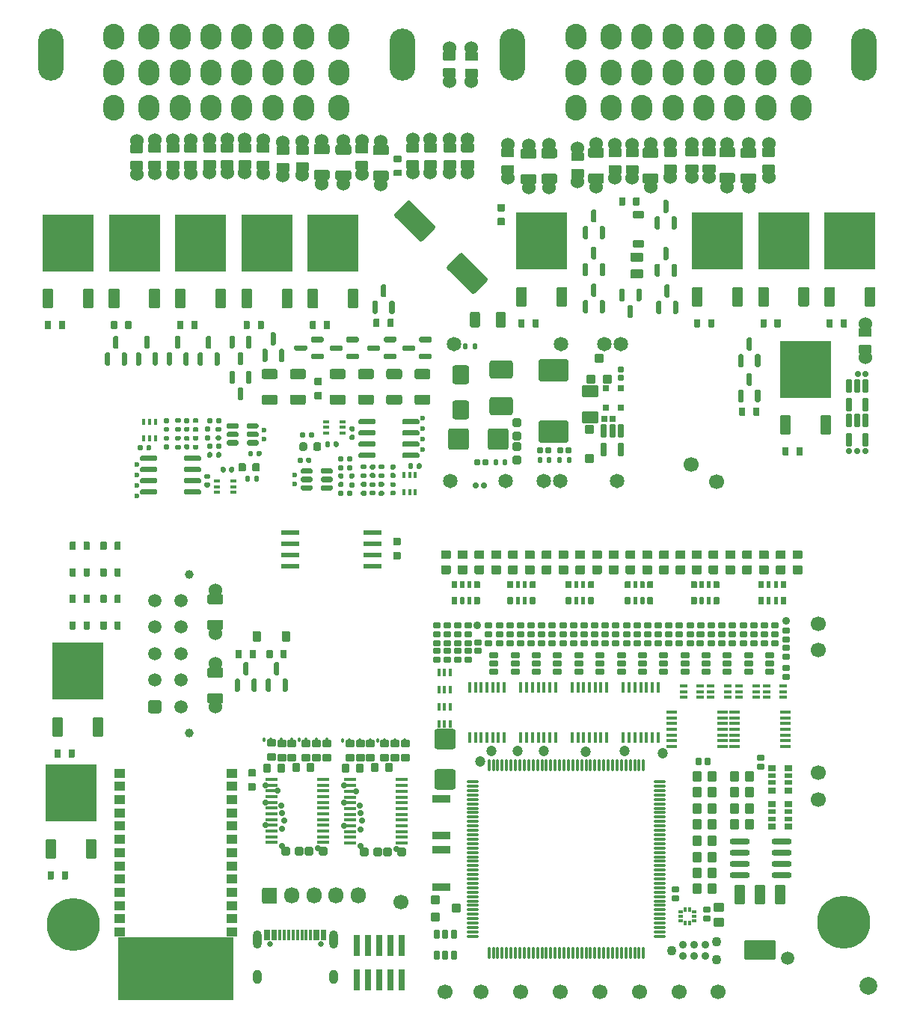
<source format=gts>
G75*
G70*
%OFA0B0*%
%FSLAX25Y25*%
%IPPOS*%
%LPD*%
%AMOC8*
5,1,8,0,0,1.08239X$1,22.5*
%
%AMM150*
21,1,0.038980,0.026770,-0.000000,-0.000000,180.000000*
21,1,0.026770,0.038980,-0.000000,-0.000000,180.000000*
1,1,0.012210,-0.013390,0.013390*
1,1,0.012210,0.013390,0.013390*
1,1,0.012210,0.013390,-0.013390*
1,1,0.012210,-0.013390,-0.013390*
%
%AMM178*
21,1,0.080320,0.083460,0.000000,-0.000000,270.000000*
21,1,0.059840,0.103940,0.000000,-0.000000,270.000000*
1,1,0.020470,-0.041730,-0.029920*
1,1,0.020470,-0.041730,0.029920*
1,1,0.020470,0.041730,0.029920*
1,1,0.020470,0.041730,-0.029920*
%
%AMM179*
21,1,0.092130,0.073230,0.000000,-0.000000,180.000000*
21,1,0.069290,0.096060,0.000000,-0.000000,180.000000*
1,1,0.022840,-0.034650,0.036610*
1,1,0.022840,0.034650,0.036610*
1,1,0.022840,0.034650,-0.036610*
1,1,0.022840,-0.034650,-0.036610*
%
%AMM180*
21,1,0.084250,0.053540,0.000000,-0.000000,90.000000*
21,1,0.065350,0.072440,0.000000,-0.000000,90.000000*
1,1,0.018900,0.026770,0.032680*
1,1,0.018900,0.026770,-0.032680*
1,1,0.018900,-0.026770,-0.032680*
1,1,0.018900,-0.026770,0.032680*
%
%AMM181*
21,1,0.040950,0.030320,0.000000,-0.000000,0.000000*
21,1,0.028350,0.042910,0.000000,-0.000000,0.000000*
1,1,0.012600,0.014170,-0.015160*
1,1,0.012600,-0.014170,-0.015160*
1,1,0.012600,-0.014170,0.015160*
1,1,0.012600,0.014170,0.015160*
%
%AMM182*
21,1,0.027170,0.052760,0.000000,-0.000000,180.000000*
21,1,0.017320,0.062600,0.000000,-0.000000,180.000000*
1,1,0.009840,-0.008660,0.026380*
1,1,0.009840,0.008660,0.026380*
1,1,0.009840,0.008660,-0.026380*
1,1,0.009840,-0.008660,-0.026380*
%
%AMM183*
21,1,0.041340,0.026770,0.000000,-0.000000,270.000000*
21,1,0.029130,0.038980,0.000000,-0.000000,270.000000*
1,1,0.012210,-0.013390,-0.014570*
1,1,0.012210,-0.013390,0.014570*
1,1,0.012210,0.013390,0.014570*
1,1,0.012210,0.013390,-0.014570*
%
%AMM184*
21,1,0.100000,0.111020,0.000000,-0.000000,270.000000*
21,1,0.075590,0.135430,0.000000,-0.000000,270.000000*
1,1,0.024410,-0.055510,-0.037800*
1,1,0.024410,-0.055510,0.037800*
1,1,0.024410,0.055510,0.037800*
1,1,0.024410,0.055510,-0.037800*
%
%AMM185*
21,1,0.076380,0.036220,0.000000,-0.000000,0.000000*
21,1,0.061810,0.050790,0.000000,-0.000000,0.000000*
1,1,0.014570,0.030910,-0.018110*
1,1,0.014570,-0.030910,-0.018110*
1,1,0.014570,-0.030910,0.018110*
1,1,0.014570,0.030910,0.018110*
%
%AMM186*
21,1,0.038980,0.026770,0.000000,-0.000000,270.000000*
21,1,0.026770,0.038980,0.000000,-0.000000,270.000000*
1,1,0.012210,-0.013390,-0.013390*
1,1,0.012210,-0.013390,0.013390*
1,1,0.012210,0.013390,0.013390*
1,1,0.012210,0.013390,-0.013390*
%
%AMM187*
21,1,0.021260,0.016540,0.000000,-0.000000,180.000000*
21,1,0.012600,0.025200,0.000000,-0.000000,180.000000*
1,1,0.008660,-0.006300,0.008270*
1,1,0.008660,0.006300,0.008270*
1,1,0.008660,0.006300,-0.008270*
1,1,0.008660,-0.006300,-0.008270*
%
%AMM188*
21,1,0.029130,0.018900,0.000000,-0.000000,0.000000*
21,1,0.018900,0.029130,0.000000,-0.000000,0.000000*
1,1,0.010240,0.009450,-0.009450*
1,1,0.010240,-0.009450,-0.009450*
1,1,0.010240,-0.009450,0.009450*
1,1,0.010240,0.009450,0.009450*
%
%AMM189*
21,1,0.025200,0.019680,0.000000,-0.000000,270.000000*
21,1,0.015750,0.029130,0.000000,-0.000000,270.000000*
1,1,0.009450,-0.009840,-0.007870*
1,1,0.009450,-0.009840,0.007870*
1,1,0.009450,0.009840,0.007870*
1,1,0.009450,0.009840,-0.007870*
%
%AMM190*
21,1,0.025200,0.019680,0.000000,-0.000000,180.000000*
21,1,0.015750,0.029130,0.000000,-0.000000,180.000000*
1,1,0.009450,-0.007870,0.009840*
1,1,0.009450,0.007870,0.009840*
1,1,0.009450,0.007870,-0.009840*
1,1,0.009450,-0.007870,-0.009840*
%
%AMM209*
21,1,0.033070,0.030710,-0.000000,-0.000000,180.000000*
21,1,0.022050,0.041730,-0.000000,-0.000000,180.000000*
1,1,0.011020,-0.011020,0.015350*
1,1,0.011020,0.011020,0.015350*
1,1,0.011020,0.011020,-0.015350*
1,1,0.011020,-0.011020,-0.015350*
%
%AMM210*
21,1,0.033070,0.030710,-0.000000,-0.000000,90.000000*
21,1,0.022050,0.041730,-0.000000,-0.000000,90.000000*
1,1,0.011020,0.015350,0.011020*
1,1,0.011020,0.015350,-0.011020*
1,1,0.011020,-0.015350,-0.011020*
1,1,0.011020,-0.015350,0.011020*
%
%AMM277*
21,1,0.039370,0.030320,-0.000000,-0.000000,270.000000*
21,1,0.028350,0.041340,-0.000000,-0.000000,270.000000*
1,1,0.011020,-0.015160,-0.014170*
1,1,0.011020,-0.015160,0.014170*
1,1,0.011020,0.015160,0.014170*
1,1,0.011020,0.015160,-0.014170*
%
%AMM278*
21,1,0.047240,0.075980,-0.000000,-0.000000,180.000000*
21,1,0.034650,0.088580,-0.000000,-0.000000,180.000000*
1,1,0.012600,-0.017320,0.037990*
1,1,0.012600,0.017320,0.037990*
1,1,0.012600,0.017320,-0.037990*
1,1,0.012600,-0.017320,-0.037990*
%
%AMM279*
21,1,0.047240,0.075990,-0.000000,-0.000000,180.000000*
21,1,0.034650,0.088580,-0.000000,-0.000000,180.000000*
1,1,0.012600,-0.017320,0.037990*
1,1,0.012600,0.017320,0.037990*
1,1,0.012600,0.017320,-0.037990*
1,1,0.012600,-0.017320,-0.037990*
%
%AMM280*
21,1,0.141730,0.067720,-0.000000,-0.000000,180.000000*
21,1,0.120870,0.088580,-0.000000,-0.000000,180.000000*
1,1,0.020870,-0.060430,0.033860*
1,1,0.020870,0.060430,0.033860*
1,1,0.020870,0.060430,-0.033860*
1,1,0.020870,-0.060430,-0.033860*
%
%AMM281*
21,1,0.043310,0.035430,-0.000000,-0.000000,180.000000*
21,1,0.031500,0.047240,-0.000000,-0.000000,180.000000*
1,1,0.011810,-0.015750,0.017720*
1,1,0.011810,0.015750,0.017720*
1,1,0.011810,0.015750,-0.017720*
1,1,0.011810,-0.015750,-0.017720*
%
%AMM282*
21,1,0.027560,0.030710,-0.000000,-0.000000,0.000000*
21,1,0.018900,0.039370,-0.000000,-0.000000,0.000000*
1,1,0.008660,0.009450,-0.015350*
1,1,0.008660,-0.009450,-0.015350*
1,1,0.008660,-0.009450,0.015350*
1,1,0.008660,0.009450,0.015350*
%
%AMM283*
21,1,0.031500,0.018900,-0.000000,-0.000000,0.000000*
21,1,0.022840,0.027560,-0.000000,-0.000000,0.000000*
1,1,0.008660,0.011420,-0.009450*
1,1,0.008660,-0.011420,-0.009450*
1,1,0.008660,-0.011420,0.009450*
1,1,0.008660,0.011420,0.009450*
%
%AMM284*
21,1,0.027560,0.030710,-0.000000,-0.000000,90.000000*
21,1,0.018900,0.039370,-0.000000,-0.000000,90.000000*
1,1,0.008660,0.015350,0.009450*
1,1,0.008660,0.015350,-0.009450*
1,1,0.008660,-0.015350,-0.009450*
1,1,0.008660,-0.015350,0.009450*
%
%AMM285*
21,1,0.090550,0.073230,-0.000000,-0.000000,270.000000*
21,1,0.069290,0.094490,-0.000000,-0.000000,270.000000*
1,1,0.021260,-0.036610,-0.034650*
1,1,0.021260,-0.036610,0.034650*
1,1,0.021260,0.036610,0.034650*
1,1,0.021260,0.036610,-0.034650*
%
%AMM286*
21,1,0.029530,0.026380,-0.000000,-0.000000,270.000000*
21,1,0.020470,0.035430,-0.000000,-0.000000,270.000000*
1,1,0.009060,-0.013190,-0.010240*
1,1,0.009060,-0.013190,0.010240*
1,1,0.009060,0.013190,0.010240*
1,1,0.009060,0.013190,-0.010240*
%
%AMM287*
21,1,0.021650,0.027950,-0.000000,-0.000000,270.000000*
21,1,0.014170,0.035430,-0.000000,-0.000000,270.000000*
1,1,0.007480,-0.013980,-0.007090*
1,1,0.007480,-0.013980,0.007090*
1,1,0.007480,0.013980,0.007090*
1,1,0.007480,0.013980,-0.007090*
%
%AMM288*
21,1,0.035430,0.072440,-0.000000,-0.000000,270.000000*
21,1,0.025200,0.082680,-0.000000,-0.000000,270.000000*
1,1,0.010240,-0.036220,-0.012600*
1,1,0.010240,-0.036220,0.012600*
1,1,0.010240,0.036220,0.012600*
1,1,0.010240,0.036220,-0.012600*
%
%AMM289*
21,1,0.016540,0.028980,-0.000000,-0.000000,270.000000*
21,1,0.010080,0.035430,-0.000000,-0.000000,270.000000*
1,1,0.006460,-0.014490,-0.005040*
1,1,0.006460,-0.014490,0.005040*
1,1,0.006460,0.014490,0.005040*
1,1,0.006460,0.014490,-0.005040*
%
%AMM290*
21,1,0.016540,0.028980,-0.000000,-0.000000,0.000000*
21,1,0.010080,0.035430,-0.000000,-0.000000,0.000000*
1,1,0.006460,0.005040,-0.014490*
1,1,0.006460,-0.005040,-0.014490*
1,1,0.006460,-0.005040,0.014490*
1,1,0.006460,0.005040,0.014490*
%
%AMM291*
21,1,0.043310,0.035430,-0.000000,-0.000000,90.000000*
21,1,0.031500,0.047240,-0.000000,-0.000000,90.000000*
1,1,0.011810,0.017720,0.015750*
1,1,0.011810,0.017720,-0.015750*
1,1,0.011810,-0.017720,-0.015750*
1,1,0.011810,-0.017720,0.015750*
%
%AMM292*
21,1,0.031500,0.018900,-0.000000,-0.000000,270.000000*
21,1,0.022840,0.027560,-0.000000,-0.000000,270.000000*
1,1,0.008660,-0.009450,-0.011420*
1,1,0.008660,-0.009450,0.011420*
1,1,0.008660,0.009450,0.011420*
1,1,0.008660,0.009450,-0.011420*
%
%ADD10C,0.06000*%
%ADD11C,0.06693*%
%ADD119C,0.02913*%
%ADD12C,0.23622*%
%ADD120C,0.06457*%
%ADD13R,0.22835X0.25197*%
%ADD14O,0.06693X0.07283*%
%ADD140O,0.01339X0.02126*%
%ADD141O,0.05512X0.01535*%
%ADD144R,0.02559X0.01575*%
%ADD145R,0.01575X0.02559*%
%ADD17R,0.01181X0.04528*%
%ADD174O,0.01260X0.05512*%
%ADD175O,0.05512X0.01260*%
%ADD18O,0.03937X0.08268*%
%ADD182C,0.03494*%
%ADD186C,0.03543*%
%ADD19O,0.03937X0.06299*%
%ADD190O,0.01575X0.04724*%
%ADD191O,0.04724X0.01575*%
%ADD193O,0.09055X0.02756*%
%ADD195R,0.01870X0.01772*%
%ADD196R,0.01772X0.01870*%
%ADD199C,0.04294*%
%ADD20C,0.02362*%
%ADD295M150*%
%ADD323M178*%
%ADD324M179*%
%ADD325M180*%
%ADD326M181*%
%ADD327M182*%
%ADD328M183*%
%ADD329M184*%
%ADD33C,0.05906*%
%ADD330M185*%
%ADD331M186*%
%ADD332M187*%
%ADD333M188*%
%ADD334M189*%
%ADD335M190*%
%ADD360M209*%
%ADD361M210*%
%ADD453M277*%
%ADD454M278*%
%ADD455M279*%
%ADD456M280*%
%ADD457M281*%
%ADD458M282*%
%ADD459M283*%
%ADD460M284*%
%ADD461M285*%
%ADD462M286*%
%ADD463M287*%
%ADD464M288*%
%ADD465M289*%
%ADD466M290*%
%ADD467M291*%
%ADD468M292*%
%ADD48R,0.05118X0.03937*%
%ADD49C,0.07874*%
%ADD54O,0.00787X0.01575*%
%ADD55R,0.02913X0.09449*%
%ADD60C,0.03937*%
%ADD64C,0.04724*%
%ADD65C,0.00472*%
%ADD66O,0.11417X0.23228*%
%ADD67O,0.09449X0.11417*%
%ADD68C,0.02559*%
X0000000Y0000000D02*
%LPD*%
G01*
D65*
X0089961Y0000787D02*
X0038780Y0000787D01*
X0038780Y0028346D01*
X0089961Y0028346D01*
X0089961Y0000787D01*
G36*
X0089961Y0000787D02*
G01*
X0038780Y0000787D01*
X0038780Y0028346D01*
X0089961Y0028346D01*
X0089961Y0000787D01*
G37*
D10*
X0302165Y0367106D03*
G36*
G01*
X0304626Y0368898D02*
X0299705Y0368898D01*
G75*
G02*
X0299311Y0369291I0000000J0000394D01*
G01*
X0299311Y0372441D01*
G75*
G02*
X0299705Y0372835I0000394J0000000D01*
G01*
X0304626Y0372835D01*
G75*
G02*
X0305020Y0372441I0000000J-000394D01*
G01*
X0305020Y0369291D01*
G75*
G02*
X0304626Y0368898I-000394J0000000D01*
G01*
G37*
G36*
G01*
X0304626Y0376378D02*
X0299705Y0376378D01*
G75*
G02*
X0299311Y0376772I0000000J0000394D01*
G01*
X0299311Y0379921D01*
G75*
G02*
X0299705Y0380315I0000394J0000000D01*
G01*
X0304626Y0380315D01*
G75*
G02*
X0305020Y0379921I0000000J-000394D01*
G01*
X0305020Y0376772D01*
G75*
G02*
X0304626Y0376378I-000394J0000000D01*
G01*
G37*
X0302165Y0382106D03*
D11*
X0350787Y0156299D03*
D10*
X0082047Y0130906D03*
G36*
G01*
X0085591Y0136201D02*
X0085591Y0133484D01*
G75*
G02*
X0084685Y0132579I-000906J0000000D01*
G01*
X0079409Y0132579D01*
G75*
G02*
X0078504Y0133484I0000000J0000906D01*
G01*
X0078504Y0136201D01*
G75*
G02*
X0079409Y0137106I0000906J0000000D01*
G01*
X0084685Y0137106D01*
G75*
G02*
X0085591Y0136201I0000000J-000906D01*
G01*
G37*
G36*
G01*
X0085591Y0147618D02*
X0085591Y0144902D01*
G75*
G02*
X0084685Y0143996I-000906J0000000D01*
G01*
X0079409Y0143996D01*
G75*
G02*
X0078504Y0144902I0000000J0000906D01*
G01*
X0078504Y0147618D01*
G75*
G02*
X0079409Y0148524I0000906J0000000D01*
G01*
X0084685Y0148524D01*
G75*
G02*
X0085591Y0147618I0000000J-000906D01*
G01*
G37*
X0082047Y0150197D03*
G36*
G01*
X0324016Y0177028D02*
X0324016Y0179665D01*
G75*
G02*
X0324272Y0179921I0000256J0000000D01*
G01*
X0326319Y0179921D01*
G75*
G02*
X0326575Y0179665I0000000J-000256D01*
G01*
X0326575Y0177028D01*
G75*
G02*
X0326319Y0176772I-000256J0000000D01*
G01*
X0324272Y0176772D01*
G75*
G02*
X0324016Y0177028I0000000J0000256D01*
G01*
G37*
G36*
G01*
X0327854Y0176949D02*
X0327854Y0179744D01*
G75*
G02*
X0328031Y0179921I0000177J0000000D01*
G01*
X0329449Y0179921D01*
G75*
G02*
X0329626Y0179744I0000000J-000177D01*
G01*
X0329626Y0176949D01*
G75*
G02*
X0329449Y0176772I-000177J0000000D01*
G01*
X0328031Y0176772D01*
G75*
G02*
X0327854Y0176949I0000000J0000177D01*
G01*
G37*
G36*
G01*
X0331004Y0176949D02*
X0331004Y0179744D01*
G75*
G02*
X0331181Y0179921I0000177J0000000D01*
G01*
X0332598Y0179921D01*
G75*
G02*
X0332776Y0179744I0000000J-000177D01*
G01*
X0332776Y0176949D01*
G75*
G02*
X0332598Y0176772I-000177J0000000D01*
G01*
X0331181Y0176772D01*
G75*
G02*
X0331004Y0176949I0000000J0000177D01*
G01*
G37*
G36*
G01*
X0334055Y0177028D02*
X0334055Y0179665D01*
G75*
G02*
X0334311Y0179921I0000256J0000000D01*
G01*
X0336358Y0179921D01*
G75*
G02*
X0336614Y0179665I0000000J-000256D01*
G01*
X0336614Y0177028D01*
G75*
G02*
X0336358Y0176772I-000256J0000000D01*
G01*
X0334311Y0176772D01*
G75*
G02*
X0334055Y0177028I0000000J0000256D01*
G01*
G37*
G36*
G01*
X0334055Y0184114D02*
X0334055Y0186752D01*
G75*
G02*
X0334311Y0187008I0000256J0000000D01*
G01*
X0336358Y0187008D01*
G75*
G02*
X0336614Y0186752I0000000J-000256D01*
G01*
X0336614Y0184114D01*
G75*
G02*
X0336358Y0183858I-000256J0000000D01*
G01*
X0334311Y0183858D01*
G75*
G02*
X0334055Y0184114I0000000J0000256D01*
G01*
G37*
G36*
G01*
X0331004Y0184035D02*
X0331004Y0186831D01*
G75*
G02*
X0331181Y0187008I0000177J0000000D01*
G01*
X0332598Y0187008D01*
G75*
G02*
X0332776Y0186831I0000000J-000177D01*
G01*
X0332776Y0184035D01*
G75*
G02*
X0332598Y0183858I-000177J0000000D01*
G01*
X0331181Y0183858D01*
G75*
G02*
X0331004Y0184035I0000000J0000177D01*
G01*
G37*
G36*
G01*
X0327854Y0184035D02*
X0327854Y0186831D01*
G75*
G02*
X0328031Y0187008I0000177J0000000D01*
G01*
X0329449Y0187008D01*
G75*
G02*
X0329626Y0186831I0000000J-000177D01*
G01*
X0329626Y0184035D01*
G75*
G02*
X0329449Y0183858I-000177J0000000D01*
G01*
X0328031Y0183858D01*
G75*
G02*
X0327854Y0184035I0000000J0000177D01*
G01*
G37*
G36*
G01*
X0324016Y0184114D02*
X0324016Y0186752D01*
G75*
G02*
X0324272Y0187008I0000256J0000000D01*
G01*
X0326319Y0187008D01*
G75*
G02*
X0326575Y0186752I0000000J-000256D01*
G01*
X0326575Y0184114D01*
G75*
G02*
X0326319Y0183858I-000256J0000000D01*
G01*
X0324272Y0183858D01*
G75*
G02*
X0324016Y0184114I0000000J0000256D01*
G01*
G37*
G36*
G01*
X0201575Y0190157D02*
X0198031Y0190157D01*
G75*
G02*
X0197638Y0190551I0000000J0000394D01*
G01*
X0197638Y0193701D01*
G75*
G02*
X0198031Y0194094I0000394J0000000D01*
G01*
X0201575Y0194094D01*
G75*
G02*
X0201968Y0193701I0000000J-000394D01*
G01*
X0201968Y0190551D01*
G75*
G02*
X0201575Y0190157I-000394J0000000D01*
G01*
G37*
G36*
G01*
X0201575Y0196850D02*
X0198031Y0196850D01*
G75*
G02*
X0197638Y0197244I0000000J0000394D01*
G01*
X0197638Y0200394D01*
G75*
G02*
X0198031Y0200787I0000394J0000000D01*
G01*
X0201575Y0200787D01*
G75*
G02*
X0201968Y0200394I0000000J-000394D01*
G01*
X0201968Y0197244D01*
G75*
G02*
X0201575Y0196850I-000394J0000000D01*
G01*
G37*
D11*
X0235827Y0003937D03*
G36*
G01*
X0170866Y0277972D02*
X0170866Y0280689D01*
G75*
G02*
X0171772Y0281595I0000906J0000000D01*
G01*
X0177047Y0281595D01*
G75*
G02*
X0177953Y0280689I0000000J-000906D01*
G01*
X0177953Y0277972D01*
G75*
G02*
X0177047Y0277067I-000906J0000000D01*
G01*
X0171772Y0277067D01*
G75*
G02*
X0170866Y0277972I0000000J0000906D01*
G01*
G37*
G36*
G01*
X0170866Y0266555D02*
X0170866Y0269272D01*
G75*
G02*
X0171772Y0270177I0000906J0000000D01*
G01*
X0177047Y0270177D01*
G75*
G02*
X0177953Y0269272I0000000J-000906D01*
G01*
X0177953Y0266555D01*
G75*
G02*
X0177047Y0265650I-000906J0000000D01*
G01*
X0171772Y0265650D01*
G75*
G02*
X0170866Y0266555I0000000J0000906D01*
G01*
G37*
G36*
G01*
X0124213Y0299646D02*
X0124213Y0302717D01*
G75*
G02*
X0124488Y0302992I0000276J0000000D01*
G01*
X0126693Y0302992D01*
G75*
G02*
X0126969Y0302717I0000000J-000276D01*
G01*
X0126969Y0299646D01*
G75*
G02*
X0126693Y0299370I-000276J0000000D01*
G01*
X0124488Y0299370D01*
G75*
G02*
X0124213Y0299646I0000000J0000276D01*
G01*
G37*
G36*
G01*
X0130512Y0299646D02*
X0130512Y0302717D01*
G75*
G02*
X0130787Y0302992I0000276J0000000D01*
G01*
X0132992Y0302992D01*
G75*
G02*
X0133268Y0302717I0000000J-000276D01*
G01*
X0133268Y0299646D01*
G75*
G02*
X0132992Y0299370I-000276J0000000D01*
G01*
X0130787Y0299370D01*
G75*
G02*
X0130512Y0299646I0000000J0000276D01*
G01*
G37*
G36*
G01*
X0017126Y0165787D02*
X0017126Y0168858D01*
G75*
G02*
X0017402Y0169134I0000276J0000000D01*
G01*
X0019606Y0169134D01*
G75*
G02*
X0019882Y0168858I0000000J-000276D01*
G01*
X0019882Y0165787D01*
G75*
G02*
X0019606Y0165512I-000276J0000000D01*
G01*
X0017402Y0165512D01*
G75*
G02*
X0017126Y0165787I0000000J0000276D01*
G01*
G37*
G36*
G01*
X0023425Y0165787D02*
X0023425Y0168858D01*
G75*
G02*
X0023701Y0169134I0000276J0000000D01*
G01*
X0025906Y0169134D01*
G75*
G02*
X0026181Y0168858I0000000J-000276D01*
G01*
X0026181Y0165787D01*
G75*
G02*
X0025906Y0165512I-000276J0000000D01*
G01*
X0023701Y0165512D01*
G75*
G02*
X0023425Y0165787I0000000J0000276D01*
G01*
G37*
D12*
X0018909Y0033933D03*
G36*
G01*
X0186614Y0190157D02*
X0183071Y0190157D01*
G75*
G02*
X0182677Y0190551I0000000J0000394D01*
G01*
X0182677Y0193701D01*
G75*
G02*
X0183071Y0194094I0000394J0000000D01*
G01*
X0186614Y0194094D01*
G75*
G02*
X0187008Y0193701I0000000J-000394D01*
G01*
X0187008Y0190551D01*
G75*
G02*
X0186614Y0190157I-000394J0000000D01*
G01*
G37*
G36*
G01*
X0186614Y0196850D02*
X0183071Y0196850D01*
G75*
G02*
X0182677Y0197244I0000000J0000394D01*
G01*
X0182677Y0200394D01*
G75*
G02*
X0183071Y0200787I0000394J0000000D01*
G01*
X0186614Y0200787D01*
G75*
G02*
X0187008Y0200394I0000000J-000394D01*
G01*
X0187008Y0197244D01*
G75*
G02*
X0186614Y0196850I-000394J0000000D01*
G01*
G37*
D10*
X0177953Y0383878D03*
G36*
G01*
X0175492Y0382087D02*
X0180413Y0382087D01*
G75*
G02*
X0180807Y0381693I0000000J-000394D01*
G01*
X0180807Y0378543D01*
G75*
G02*
X0180413Y0378150I-000394J0000000D01*
G01*
X0175492Y0378150D01*
G75*
G02*
X0175098Y0378543I0000000J0000394D01*
G01*
X0175098Y0381693D01*
G75*
G02*
X0175492Y0382087I0000394J0000000D01*
G01*
G37*
G36*
G01*
X0175492Y0374606D02*
X0180413Y0374606D01*
G75*
G02*
X0180807Y0374213I0000000J-000394D01*
G01*
X0180807Y0371063D01*
G75*
G02*
X0180413Y0370669I-000394J0000000D01*
G01*
X0175492Y0370669D01*
G75*
G02*
X0175098Y0371063I0000000J0000394D01*
G01*
X0175098Y0374213D01*
G75*
G02*
X0175492Y0374606I0000394J0000000D01*
G01*
G37*
X0177953Y0368878D03*
X0294488Y0367106D03*
G36*
G01*
X0296949Y0368898D02*
X0292028Y0368898D01*
G75*
G02*
X0291634Y0369291I0000000J0000394D01*
G01*
X0291634Y0372441D01*
G75*
G02*
X0292028Y0372835I0000394J0000000D01*
G01*
X0296949Y0372835D01*
G75*
G02*
X0297343Y0372441I0000000J-000394D01*
G01*
X0297343Y0369291D01*
G75*
G02*
X0296949Y0368898I-000394J0000000D01*
G01*
G37*
G36*
G01*
X0296949Y0376378D02*
X0292028Y0376378D01*
G75*
G02*
X0291634Y0376772I0000000J0000394D01*
G01*
X0291634Y0379921D01*
G75*
G02*
X0292028Y0380315I0000394J0000000D01*
G01*
X0296949Y0380315D01*
G75*
G02*
X0297343Y0379921I0000000J-000394D01*
G01*
X0297343Y0376772D01*
G75*
G02*
X0296949Y0376378I-000394J0000000D01*
G01*
G37*
X0294488Y0382106D03*
X0095276Y0368878D03*
G36*
G01*
X0097736Y0370669D02*
X0092815Y0370669D01*
G75*
G02*
X0092421Y0371063I0000000J0000394D01*
G01*
X0092421Y0374213D01*
G75*
G02*
X0092815Y0374606I0000394J0000000D01*
G01*
X0097736Y0374606D01*
G75*
G02*
X0098130Y0374213I0000000J-000394D01*
G01*
X0098130Y0371063D01*
G75*
G02*
X0097736Y0370669I-000394J0000000D01*
G01*
G37*
G36*
G01*
X0097736Y0378150D02*
X0092815Y0378150D01*
G75*
G02*
X0092421Y0378543I0000000J0000394D01*
G01*
X0092421Y0381693D01*
G75*
G02*
X0092815Y0382087I0000394J0000000D01*
G01*
X0097736Y0382087D01*
G75*
G02*
X0098130Y0381693I0000000J-000394D01*
G01*
X0098130Y0378543D01*
G75*
G02*
X0097736Y0378150I-000394J0000000D01*
G01*
G37*
X0095276Y0383878D03*
G36*
G01*
X0097953Y0308661D02*
X0094173Y0308661D01*
G75*
G02*
X0093701Y0309134I0000000J0000472D01*
G01*
X0093701Y0316850D01*
G75*
G02*
X0094173Y0317323I0000472J0000000D01*
G01*
X0097953Y0317323D01*
G75*
G02*
X0098425Y0316850I0000000J-000472D01*
G01*
X0098425Y0309134D01*
G75*
G02*
X0097953Y0308661I-000472J0000000D01*
G01*
G37*
D13*
X0105039Y0337795D03*
G36*
G01*
X0115906Y0308661D02*
X0112126Y0308661D01*
G75*
G02*
X0111654Y0309134I0000000J0000472D01*
G01*
X0111654Y0316850D01*
G75*
G02*
X0112126Y0317323I0000472J0000000D01*
G01*
X0115906Y0317323D01*
G75*
G02*
X0116378Y0316850I0000000J-000472D01*
G01*
X0116378Y0309134D01*
G75*
G02*
X0115906Y0308661I-000472J0000000D01*
G01*
G37*
G36*
G01*
X0102953Y0044193D02*
X0102953Y0049508D01*
G75*
G02*
X0103937Y0050492I0000984J0000000D01*
G01*
X0108661Y0050492D01*
G75*
G02*
X0109646Y0049508I0000000J-000984D01*
G01*
X0109646Y0044193D01*
G75*
G02*
X0108661Y0043209I-000984J0000000D01*
G01*
X0103937Y0043209D01*
G75*
G02*
X0102953Y0044193I0000000J0000984D01*
G01*
G37*
D14*
X0116142Y0046850D03*
X0125984Y0046850D03*
X0135827Y0046850D03*
X0145669Y0046850D03*
D10*
X0251772Y0381890D03*
G36*
G01*
X0248228Y0376595D02*
X0248228Y0379311D01*
G75*
G02*
X0249134Y0380217I0000906J0000000D01*
G01*
X0254409Y0380217D01*
G75*
G02*
X0255315Y0379311I0000000J-000906D01*
G01*
X0255315Y0376595D01*
G75*
G02*
X0254409Y0375689I-000906J0000000D01*
G01*
X0249134Y0375689D01*
G75*
G02*
X0248228Y0376595I0000000J0000906D01*
G01*
G37*
G36*
G01*
X0248228Y0365177D02*
X0248228Y0367894D01*
G75*
G02*
X0249134Y0368799I0000906J0000000D01*
G01*
X0254409Y0368799D01*
G75*
G02*
X0255315Y0367894I0000000J-000906D01*
G01*
X0255315Y0365177D01*
G75*
G02*
X0254409Y0364272I-000906J0000000D01*
G01*
X0249134Y0364272D01*
G75*
G02*
X0248228Y0365177I0000000J0000906D01*
G01*
G37*
X0251772Y0362598D03*
G36*
G01*
X0316929Y0266634D02*
X0315748Y0266634D01*
G75*
G02*
X0315157Y0267224I0000000J0000591D01*
G01*
X0315157Y0271850D01*
G75*
G02*
X0315748Y0272441I0000591J0000000D01*
G01*
X0316929Y0272441D01*
G75*
G02*
X0317520Y0271850I0000000J-000591D01*
G01*
X0317520Y0267224D01*
G75*
G02*
X0316929Y0266634I-000591J0000000D01*
G01*
G37*
G36*
G01*
X0320669Y0274016D02*
X0319488Y0274016D01*
G75*
G02*
X0318898Y0274606I0000000J0000591D01*
G01*
X0318898Y0279232D01*
G75*
G02*
X0319488Y0279823I0000591J0000000D01*
G01*
X0320669Y0279823D01*
G75*
G02*
X0321260Y0279232I0000000J-000591D01*
G01*
X0321260Y0274606D01*
G75*
G02*
X0320669Y0274016I-000591J0000000D01*
G01*
G37*
G36*
G01*
X0324409Y0266634D02*
X0323228Y0266634D01*
G75*
G02*
X0322638Y0267224I0000000J0000591D01*
G01*
X0322638Y0271850D01*
G75*
G02*
X0323228Y0272441I0000591J0000000D01*
G01*
X0324409Y0272441D01*
G75*
G02*
X0325000Y0271850I0000000J-000591D01*
G01*
X0325000Y0267224D01*
G75*
G02*
X0324409Y0266634I-000591J0000000D01*
G01*
G37*
X0371654Y0286594D03*
G36*
G01*
X0374114Y0288386D02*
X0369193Y0288386D01*
G75*
G02*
X0368799Y0288780I0000000J0000394D01*
G01*
X0368799Y0291929D01*
G75*
G02*
X0369193Y0292323I0000394J0000000D01*
G01*
X0374114Y0292323D01*
G75*
G02*
X0374508Y0291929I0000000J-000394D01*
G01*
X0374508Y0288780D01*
G75*
G02*
X0374114Y0288386I-000394J0000000D01*
G01*
G37*
G36*
G01*
X0374114Y0295866D02*
X0369193Y0295866D01*
G75*
G02*
X0368799Y0296260I0000000J0000394D01*
G01*
X0368799Y0299410D01*
G75*
G02*
X0369193Y0299803I0000394J0000000D01*
G01*
X0374114Y0299803D01*
G75*
G02*
X0374508Y0299410I0000000J-000394D01*
G01*
X0374508Y0296260D01*
G75*
G02*
X0374114Y0295866I-000394J0000000D01*
G01*
G37*
X0371654Y0301594D03*
G36*
G01*
X0295472Y0300433D02*
X0295472Y0303504D01*
G75*
G02*
X0295748Y0303780I0000276J0000000D01*
G01*
X0297953Y0303780D01*
G75*
G02*
X0298228Y0303504I0000000J-000276D01*
G01*
X0298228Y0300433D01*
G75*
G02*
X0297953Y0300157I-000276J0000000D01*
G01*
X0295748Y0300157D01*
G75*
G02*
X0295472Y0300433I0000000J0000276D01*
G01*
G37*
G36*
G01*
X0301772Y0300433D02*
X0301772Y0303504D01*
G75*
G02*
X0302047Y0303780I0000276J0000000D01*
G01*
X0304252Y0303780D01*
G75*
G02*
X0304528Y0303504I0000000J-000276D01*
G01*
X0304528Y0300433D01*
G75*
G02*
X0304252Y0300157I-000276J0000000D01*
G01*
X0302047Y0300157D01*
G75*
G02*
X0301772Y0300433I0000000J0000276D01*
G01*
G37*
G36*
G01*
X0178642Y0287795D02*
X0178642Y0286614D01*
G75*
G02*
X0178051Y0286024I-000591J0000000D01*
G01*
X0173425Y0286024D01*
G75*
G02*
X0172835Y0286614I0000000J0000591D01*
G01*
X0172835Y0287795D01*
G75*
G02*
X0173425Y0288386I0000591J0000000D01*
G01*
X0178051Y0288386D01*
G75*
G02*
X0178642Y0287795I0000000J-000591D01*
G01*
G37*
G36*
G01*
X0171260Y0291535D02*
X0171260Y0290354D01*
G75*
G02*
X0170669Y0289764I-000591J0000000D01*
G01*
X0166043Y0289764D01*
G75*
G02*
X0165453Y0290354I0000000J0000591D01*
G01*
X0165453Y0291535D01*
G75*
G02*
X0166043Y0292126I0000591J0000000D01*
G01*
X0170669Y0292126D01*
G75*
G02*
X0171260Y0291535I0000000J-000591D01*
G01*
G37*
G36*
G01*
X0178642Y0295276D02*
X0178642Y0294094D01*
G75*
G02*
X0178051Y0293504I-000591J0000000D01*
G01*
X0173425Y0293504D01*
G75*
G02*
X0172835Y0294094I0000000J0000591D01*
G01*
X0172835Y0295276D01*
G75*
G02*
X0173425Y0295866I0000591J0000000D01*
G01*
X0178051Y0295866D01*
G75*
G02*
X0178642Y0295276I0000000J-000591D01*
G01*
G37*
G36*
G01*
X0261417Y0190157D02*
X0257874Y0190157D01*
G75*
G02*
X0257480Y0190551I0000000J0000394D01*
G01*
X0257480Y0193701D01*
G75*
G02*
X0257874Y0194094I0000394J0000000D01*
G01*
X0261417Y0194094D01*
G75*
G02*
X0261811Y0193701I0000000J-000394D01*
G01*
X0261811Y0190551D01*
G75*
G02*
X0261417Y0190157I-000394J0000000D01*
G01*
G37*
G36*
G01*
X0261417Y0196850D02*
X0257874Y0196850D01*
G75*
G02*
X0257480Y0197244I0000000J0000394D01*
G01*
X0257480Y0200394D01*
G75*
G02*
X0257874Y0200787I0000394J0000000D01*
G01*
X0261417Y0200787D01*
G75*
G02*
X0261811Y0200394I0000000J-000394D01*
G01*
X0261811Y0197244D01*
G75*
G02*
X0261417Y0196850I-000394J0000000D01*
G01*
G37*
G36*
G01*
X0208110Y0355177D02*
X0210787Y0355177D01*
G75*
G02*
X0211122Y0354843I0000000J-000335D01*
G01*
X0211122Y0352165D01*
G75*
G02*
X0210787Y0351831I-000335J0000000D01*
G01*
X0208110Y0351831D01*
G75*
G02*
X0207776Y0352165I0000000J0000335D01*
G01*
X0207776Y0354843D01*
G75*
G02*
X0208110Y0355177I0000335J0000000D01*
G01*
G37*
G36*
G01*
X0208110Y0348957D02*
X0210787Y0348957D01*
G75*
G02*
X0211122Y0348622I0000000J-000335D01*
G01*
X0211122Y0345945D01*
G75*
G02*
X0210787Y0345610I-000335J0000000D01*
G01*
X0208110Y0345610D01*
G75*
G02*
X0207776Y0345945I0000000J0000335D01*
G01*
X0207776Y0348622D01*
G75*
G02*
X0208110Y0348957I0000335J0000000D01*
G01*
G37*
G36*
G01*
X0354528Y0300433D02*
X0354528Y0303504D01*
G75*
G02*
X0354803Y0303780I0000276J0000000D01*
G01*
X0357008Y0303780D01*
G75*
G02*
X0357283Y0303504I0000000J-000276D01*
G01*
X0357283Y0300433D01*
G75*
G02*
X0357008Y0300157I-000276J0000000D01*
G01*
X0354803Y0300157D01*
G75*
G02*
X0354528Y0300433I0000000J0000276D01*
G01*
G37*
G36*
G01*
X0360827Y0300433D02*
X0360827Y0303504D01*
G75*
G02*
X0361102Y0303780I0000276J0000000D01*
G01*
X0363307Y0303780D01*
G75*
G02*
X0363583Y0303504I0000000J-000276D01*
G01*
X0363583Y0300433D01*
G75*
G02*
X0363307Y0300157I-000276J0000000D01*
G01*
X0361102Y0300157D01*
G75*
G02*
X0360827Y0300433I0000000J0000276D01*
G01*
G37*
G36*
G01*
X0220472Y0309449D02*
X0216693Y0309449D01*
G75*
G02*
X0216220Y0309921I0000000J0000472D01*
G01*
X0216220Y0317638D01*
G75*
G02*
X0216693Y0318110I0000472J0000000D01*
G01*
X0220472Y0318110D01*
G75*
G02*
X0220945Y0317638I0000000J-000472D01*
G01*
X0220945Y0309921D01*
G75*
G02*
X0220472Y0309449I-000472J0000000D01*
G01*
G37*
D13*
X0227559Y0338583D03*
G36*
G01*
X0238425Y0309449D02*
X0234646Y0309449D01*
G75*
G02*
X0234173Y0309921I0000000J0000472D01*
G01*
X0234173Y0317638D01*
G75*
G02*
X0234646Y0318110I0000472J0000000D01*
G01*
X0238425Y0318110D01*
G75*
G02*
X0238898Y0317638I0000000J-000472D01*
G01*
X0238898Y0309921D01*
G75*
G02*
X0238425Y0309449I-000472J0000000D01*
G01*
G37*
G36*
G01*
X0238189Y0177028D02*
X0238189Y0179665D01*
G75*
G02*
X0238445Y0179921I0000256J0000000D01*
G01*
X0240492Y0179921D01*
G75*
G02*
X0240748Y0179665I0000000J-000256D01*
G01*
X0240748Y0177028D01*
G75*
G02*
X0240492Y0176772I-000256J0000000D01*
G01*
X0238445Y0176772D01*
G75*
G02*
X0238189Y0177028I0000000J0000256D01*
G01*
G37*
G36*
G01*
X0242028Y0176949D02*
X0242028Y0179744D01*
G75*
G02*
X0242205Y0179921I0000177J0000000D01*
G01*
X0243622Y0179921D01*
G75*
G02*
X0243799Y0179744I0000000J-000177D01*
G01*
X0243799Y0176949D01*
G75*
G02*
X0243622Y0176772I-000177J0000000D01*
G01*
X0242205Y0176772D01*
G75*
G02*
X0242028Y0176949I0000000J0000177D01*
G01*
G37*
G36*
G01*
X0245177Y0176949D02*
X0245177Y0179744D01*
G75*
G02*
X0245354Y0179921I0000177J0000000D01*
G01*
X0246772Y0179921D01*
G75*
G02*
X0246949Y0179744I0000000J-000177D01*
G01*
X0246949Y0176949D01*
G75*
G02*
X0246772Y0176772I-000177J0000000D01*
G01*
X0245354Y0176772D01*
G75*
G02*
X0245177Y0176949I0000000J0000177D01*
G01*
G37*
G36*
G01*
X0248228Y0177028D02*
X0248228Y0179665D01*
G75*
G02*
X0248484Y0179921I0000256J0000000D01*
G01*
X0250531Y0179921D01*
G75*
G02*
X0250787Y0179665I0000000J-000256D01*
G01*
X0250787Y0177028D01*
G75*
G02*
X0250531Y0176772I-000256J0000000D01*
G01*
X0248484Y0176772D01*
G75*
G02*
X0248228Y0177028I0000000J0000256D01*
G01*
G37*
G36*
G01*
X0248228Y0184114D02*
X0248228Y0186752D01*
G75*
G02*
X0248484Y0187008I0000256J0000000D01*
G01*
X0250531Y0187008D01*
G75*
G02*
X0250787Y0186752I0000000J-000256D01*
G01*
X0250787Y0184114D01*
G75*
G02*
X0250531Y0183858I-000256J0000000D01*
G01*
X0248484Y0183858D01*
G75*
G02*
X0248228Y0184114I0000000J0000256D01*
G01*
G37*
G36*
G01*
X0245177Y0184035D02*
X0245177Y0186831D01*
G75*
G02*
X0245354Y0187008I0000177J0000000D01*
G01*
X0246772Y0187008D01*
G75*
G02*
X0246949Y0186831I0000000J-000177D01*
G01*
X0246949Y0184035D01*
G75*
G02*
X0246772Y0183858I-000177J0000000D01*
G01*
X0245354Y0183858D01*
G75*
G02*
X0245177Y0184035I0000000J0000177D01*
G01*
G37*
G36*
G01*
X0242028Y0184035D02*
X0242028Y0186831D01*
G75*
G02*
X0242205Y0187008I0000177J0000000D01*
G01*
X0243622Y0187008D01*
G75*
G02*
X0243799Y0186831I0000000J-000177D01*
G01*
X0243799Y0184035D01*
G75*
G02*
X0243622Y0183858I-000177J0000000D01*
G01*
X0242205Y0183858D01*
G75*
G02*
X0242028Y0184035I0000000J0000177D01*
G01*
G37*
G36*
G01*
X0238189Y0184114D02*
X0238189Y0186752D01*
G75*
G02*
X0238445Y0187008I0000256J0000000D01*
G01*
X0240492Y0187008D01*
G75*
G02*
X0240748Y0186752I0000000J-000256D01*
G01*
X0240748Y0184114D01*
G75*
G02*
X0240492Y0183858I-000256J0000000D01*
G01*
X0238445Y0183858D01*
G75*
G02*
X0238189Y0184114I0000000J0000256D01*
G01*
G37*
G36*
G01*
X0104764Y0284744D02*
X0103583Y0284744D01*
G75*
G02*
X0102992Y0285335I0000000J0000591D01*
G01*
X0102992Y0289961D01*
G75*
G02*
X0103583Y0290551I0000591J0000000D01*
G01*
X0104764Y0290551D01*
G75*
G02*
X0105354Y0289961I0000000J-000591D01*
G01*
X0105354Y0285335D01*
G75*
G02*
X0104764Y0284744I-000591J0000000D01*
G01*
G37*
G36*
G01*
X0108504Y0292126D02*
X0107323Y0292126D01*
G75*
G02*
X0106732Y0292717I0000000J0000591D01*
G01*
X0106732Y0297343D01*
G75*
G02*
X0107323Y0297933I0000591J0000000D01*
G01*
X0108504Y0297933D01*
G75*
G02*
X0109094Y0297343I0000000J-000591D01*
G01*
X0109094Y0292717D01*
G75*
G02*
X0108504Y0292126I-000591J0000000D01*
G01*
G37*
G36*
G01*
X0112244Y0284744D02*
X0111063Y0284744D01*
G75*
G02*
X0110472Y0285335I0000000J0000591D01*
G01*
X0110472Y0289961D01*
G75*
G02*
X0111063Y0290551I0000591J0000000D01*
G01*
X0112244Y0290551D01*
G75*
G02*
X0112835Y0289961I0000000J-000591D01*
G01*
X0112835Y0285335D01*
G75*
G02*
X0112244Y0284744I-000591J0000000D01*
G01*
G37*
G36*
G01*
X0291142Y0190157D02*
X0287598Y0190157D01*
G75*
G02*
X0287205Y0190551I0000000J0000394D01*
G01*
X0287205Y0193701D01*
G75*
G02*
X0287598Y0194094I0000394J0000000D01*
G01*
X0291142Y0194094D01*
G75*
G02*
X0291535Y0193701I0000000J-000394D01*
G01*
X0291535Y0190551D01*
G75*
G02*
X0291142Y0190157I-000394J0000000D01*
G01*
G37*
G36*
G01*
X0291142Y0196850D02*
X0287598Y0196850D01*
G75*
G02*
X0287205Y0197244I0000000J0000394D01*
G01*
X0287205Y0200394D01*
G75*
G02*
X0287598Y0200787I0000394J0000000D01*
G01*
X0291142Y0200787D01*
G75*
G02*
X0291535Y0200394I0000000J-000394D01*
G01*
X0291535Y0197244D01*
G75*
G02*
X0291142Y0196850I-000394J0000000D01*
G01*
G37*
D66*
X0008661Y0421654D03*
X0165354Y0421654D03*
D67*
X0036811Y0398031D03*
X0052559Y0398031D03*
X0066339Y0398031D03*
X0080118Y0398031D03*
X0093898Y0398031D03*
X0107677Y0398031D03*
X0121457Y0398031D03*
X0137205Y0398031D03*
X0036811Y0413780D03*
X0052559Y0413780D03*
X0066339Y0413780D03*
X0080118Y0413780D03*
X0093898Y0413780D03*
X0107677Y0413780D03*
X0121457Y0413780D03*
X0137205Y0413780D03*
X0036811Y0429528D03*
X0052559Y0429528D03*
X0066339Y0429528D03*
X0080118Y0429528D03*
X0093898Y0429528D03*
X0107677Y0429528D03*
X0121457Y0429528D03*
X0137205Y0429528D03*
G36*
G01*
X0298425Y0190157D02*
X0294882Y0190157D01*
G75*
G02*
X0294488Y0190551I0000000J0000394D01*
G01*
X0294488Y0193701D01*
G75*
G02*
X0294882Y0194094I0000394J0000000D01*
G01*
X0298425Y0194094D01*
G75*
G02*
X0298819Y0193701I0000000J-000394D01*
G01*
X0298819Y0190551D01*
G75*
G02*
X0298425Y0190157I-000394J0000000D01*
G01*
G37*
G36*
G01*
X0298425Y0196850D02*
X0294882Y0196850D01*
G75*
G02*
X0294488Y0197244I0000000J0000394D01*
G01*
X0294488Y0200394D01*
G75*
G02*
X0294882Y0200787I0000394J0000000D01*
G01*
X0298425Y0200787D01*
G75*
G02*
X0298819Y0200394I0000000J-000394D01*
G01*
X0298819Y0197244D01*
G75*
G02*
X0298425Y0196850I-000394J0000000D01*
G01*
G37*
D11*
X0164961Y0044094D03*
G36*
G01*
X0094685Y0299646D02*
X0094685Y0302717D01*
G75*
G02*
X0094961Y0302992I0000276J0000000D01*
G01*
X0097165Y0302992D01*
G75*
G02*
X0097441Y0302717I0000000J-000276D01*
G01*
X0097441Y0299646D01*
G75*
G02*
X0097165Y0299370I-000276J0000000D01*
G01*
X0094961Y0299370D01*
G75*
G02*
X0094685Y0299646I0000000J0000276D01*
G01*
G37*
G36*
G01*
X0100984Y0299646D02*
X0100984Y0302717D01*
G75*
G02*
X0101260Y0302992I0000276J0000000D01*
G01*
X0103465Y0302992D01*
G75*
G02*
X0103740Y0302717I0000000J-000276D01*
G01*
X0103740Y0299646D01*
G75*
G02*
X0103465Y0299370I-000276J0000000D01*
G01*
X0101260Y0299370D01*
G75*
G02*
X0100984Y0299646I0000000J0000276D01*
G01*
G37*
D10*
X0186417Y0409823D03*
G36*
G01*
X0188878Y0411614D02*
X0183957Y0411614D01*
G75*
G02*
X0183563Y0412008I0000000J0000394D01*
G01*
X0183563Y0415157D01*
G75*
G02*
X0183957Y0415551I0000394J0000000D01*
G01*
X0188878Y0415551D01*
G75*
G02*
X0189272Y0415157I0000000J-000394D01*
G01*
X0189272Y0412008D01*
G75*
G02*
X0188878Y0411614I-000394J0000000D01*
G01*
G37*
G36*
G01*
X0188878Y0419095D02*
X0183957Y0419095D01*
G75*
G02*
X0183563Y0419488I0000000J0000394D01*
G01*
X0183563Y0422638D01*
G75*
G02*
X0183957Y0423032I0000394J0000000D01*
G01*
X0188878Y0423032D01*
G75*
G02*
X0189272Y0422638I0000000J-000394D01*
G01*
X0189272Y0419488D01*
G75*
G02*
X0188878Y0419095I-000394J0000000D01*
G01*
G37*
X0186417Y0424823D03*
G36*
G01*
X0146211Y0287795D02*
X0146211Y0286614D01*
G75*
G02*
X0145620Y0286024I-000591J0000000D01*
G01*
X0140994Y0286024D01*
G75*
G02*
X0140404Y0286614I0000000J0000591D01*
G01*
X0140404Y0287795D01*
G75*
G02*
X0140994Y0288386I0000591J0000000D01*
G01*
X0145620Y0288386D01*
G75*
G02*
X0146211Y0287795I0000000J-000591D01*
G01*
G37*
G36*
G01*
X0138829Y0291535D02*
X0138829Y0290354D01*
G75*
G02*
X0138238Y0289764I-000591J0000000D01*
G01*
X0133612Y0289764D01*
G75*
G02*
X0133022Y0290354I0000000J0000591D01*
G01*
X0133022Y0291535D01*
G75*
G02*
X0133612Y0292126I0000591J0000000D01*
G01*
X0138238Y0292126D01*
G75*
G02*
X0138829Y0291535I0000000J-000591D01*
G01*
G37*
G36*
G01*
X0146211Y0295276D02*
X0146211Y0294094D01*
G75*
G02*
X0145620Y0293504I-000591J0000000D01*
G01*
X0140994Y0293504D01*
G75*
G02*
X0140404Y0294094I0000000J0000591D01*
G01*
X0140404Y0295276D01*
G75*
G02*
X0140994Y0295866I0000591J0000000D01*
G01*
X0145620Y0295866D01*
G75*
G02*
X0146211Y0295276I0000000J-000591D01*
G01*
G37*
D11*
X0253543Y0003937D03*
D10*
X0170079Y0368878D03*
G36*
G01*
X0172539Y0370669D02*
X0167618Y0370669D01*
G75*
G02*
X0167224Y0371063I0000000J0000394D01*
G01*
X0167224Y0374213D01*
G75*
G02*
X0167618Y0374606I0000394J0000000D01*
G01*
X0172539Y0374606D01*
G75*
G02*
X0172933Y0374213I0000000J-000394D01*
G01*
X0172933Y0371063D01*
G75*
G02*
X0172539Y0370669I-000394J0000000D01*
G01*
G37*
G36*
G01*
X0172539Y0378150D02*
X0167618Y0378150D01*
G75*
G02*
X0167224Y0378543I0000000J0000394D01*
G01*
X0167224Y0381693D01*
G75*
G02*
X0167618Y0382087I0000394J0000000D01*
G01*
X0172539Y0382087D01*
G75*
G02*
X0172933Y0381693I0000000J-000394D01*
G01*
X0172933Y0378543D01*
G75*
G02*
X0172539Y0378150I-000394J0000000D01*
G01*
G37*
X0170079Y0383878D03*
D68*
X0106339Y0025276D03*
X0129094Y0025276D03*
D17*
X0104528Y0029469D03*
X0107677Y0029469D03*
X0112795Y0029469D03*
X0116732Y0029469D03*
X0118701Y0029469D03*
X0122638Y0029469D03*
X0127756Y0029469D03*
X0130906Y0029469D03*
X0129724Y0029469D03*
X0126575Y0029469D03*
X0124606Y0029469D03*
X0120669Y0029469D03*
X0114764Y0029469D03*
X0110827Y0029469D03*
X0108858Y0029469D03*
X0105709Y0029469D03*
D18*
X0100709Y0027244D03*
D19*
X0100709Y0010787D03*
D18*
X0134724Y0027244D03*
D19*
X0134724Y0010787D03*
G36*
G01*
X0152559Y0300581D02*
X0152559Y0303652D01*
G75*
G02*
X0152835Y0303927I0000276J0000000D01*
G01*
X0155039Y0303927D01*
G75*
G02*
X0155315Y0303652I0000000J-000276D01*
G01*
X0155315Y0300581D01*
G75*
G02*
X0155039Y0300305I-000276J0000000D01*
G01*
X0152835Y0300305D01*
G75*
G02*
X0152559Y0300581I0000000J0000276D01*
G01*
G37*
G36*
G01*
X0158858Y0300581D02*
X0158858Y0303652D01*
G75*
G02*
X0159134Y0303927I0000276J0000000D01*
G01*
X0161339Y0303927D01*
G75*
G02*
X0161614Y0303652I0000000J-000276D01*
G01*
X0161614Y0300581D01*
G75*
G02*
X0161339Y0300305I-000276J0000000D01*
G01*
X0159134Y0300305D01*
G75*
G02*
X0158858Y0300581I0000000J0000276D01*
G01*
G37*
D11*
X0350787Y0089764D03*
G36*
G01*
X0010630Y0063386D02*
X0006850Y0063386D01*
G75*
G02*
X0006378Y0063858I0000000J0000472D01*
G01*
X0006378Y0071575D01*
G75*
G02*
X0006850Y0072047I0000472J0000000D01*
G01*
X0010630Y0072047D01*
G75*
G02*
X0011102Y0071575I0000000J-000472D01*
G01*
X0011102Y0063858D01*
G75*
G02*
X0010630Y0063386I-000472J0000000D01*
G01*
G37*
D13*
X0017717Y0092520D03*
G36*
G01*
X0028583Y0063386D02*
X0024803Y0063386D01*
G75*
G02*
X0024331Y0063858I0000000J0000472D01*
G01*
X0024331Y0071575D01*
G75*
G02*
X0024803Y0072047I0000472J0000000D01*
G01*
X0028583Y0072047D01*
G75*
G02*
X0029055Y0071575I0000000J-000472D01*
G01*
X0029055Y0063858D01*
G75*
G02*
X0028583Y0063386I-000472J0000000D01*
G01*
G37*
D11*
X0200394Y0003937D03*
G36*
G01*
X0062205Y0283169D02*
X0061024Y0283169D01*
G75*
G02*
X0060433Y0283760I0000000J0000591D01*
G01*
X0060433Y0288386D01*
G75*
G02*
X0061024Y0288976I0000591J0000000D01*
G01*
X0062205Y0288976D01*
G75*
G02*
X0062795Y0288386I0000000J-000591D01*
G01*
X0062795Y0283760D01*
G75*
G02*
X0062205Y0283169I-000591J0000000D01*
G01*
G37*
G36*
G01*
X0065945Y0290551D02*
X0064764Y0290551D01*
G75*
G02*
X0064173Y0291142I0000000J0000591D01*
G01*
X0064173Y0295768D01*
G75*
G02*
X0064764Y0296358I0000591J0000000D01*
G01*
X0065945Y0296358D01*
G75*
G02*
X0066535Y0295768I0000000J-000591D01*
G01*
X0066535Y0291142D01*
G75*
G02*
X0065945Y0290551I-000591J0000000D01*
G01*
G37*
G36*
G01*
X0069685Y0283169D02*
X0068504Y0283169D01*
G75*
G02*
X0067913Y0283760I0000000J0000591D01*
G01*
X0067913Y0288386D01*
G75*
G02*
X0068504Y0288976I0000591J0000000D01*
G01*
X0069685Y0288976D01*
G75*
G02*
X0070276Y0288386I0000000J-000591D01*
G01*
X0070276Y0283760D01*
G75*
G02*
X0069685Y0283169I-000591J0000000D01*
G01*
G37*
G36*
G01*
X0106299Y0137727D02*
X0105118Y0137727D01*
G75*
G02*
X0104528Y0138317I0000000J0000591D01*
G01*
X0104528Y0142943D01*
G75*
G02*
X0105118Y0143534I0000591J0000000D01*
G01*
X0106299Y0143534D01*
G75*
G02*
X0106890Y0142943I0000000J-000591D01*
G01*
X0106890Y0138317D01*
G75*
G02*
X0106299Y0137727I-000591J0000000D01*
G01*
G37*
G36*
G01*
X0110039Y0145109D02*
X0108858Y0145109D01*
G75*
G02*
X0108268Y0145699I0000000J0000591D01*
G01*
X0108268Y0150325D01*
G75*
G02*
X0108858Y0150916I0000591J0000000D01*
G01*
X0110039Y0150916D01*
G75*
G02*
X0110630Y0150325I0000000J-000591D01*
G01*
X0110630Y0145699D01*
G75*
G02*
X0110039Y0145109I-000591J0000000D01*
G01*
G37*
G36*
G01*
X0113780Y0137727D02*
X0112598Y0137727D01*
G75*
G02*
X0112008Y0138317I0000000J0000591D01*
G01*
X0112008Y0142943D01*
G75*
G02*
X0112598Y0143534I0000591J0000000D01*
G01*
X0113780Y0143534D01*
G75*
G02*
X0114370Y0142943I0000000J-000591D01*
G01*
X0114370Y0138317D01*
G75*
G02*
X0113780Y0137727I-000591J0000000D01*
G01*
G37*
G36*
G01*
X0315551Y0261063D02*
X0315551Y0264134D01*
G75*
G02*
X0315827Y0264409I0000276J0000000D01*
G01*
X0318031Y0264409D01*
G75*
G02*
X0318307Y0264134I0000000J-000276D01*
G01*
X0318307Y0261063D01*
G75*
G02*
X0318031Y0260787I-000276J0000000D01*
G01*
X0315827Y0260787D01*
G75*
G02*
X0315551Y0261063I0000000J0000276D01*
G01*
G37*
G36*
G01*
X0321850Y0261063D02*
X0321850Y0264134D01*
G75*
G02*
X0322126Y0264409I0000276J0000000D01*
G01*
X0324331Y0264409D01*
G75*
G02*
X0324606Y0264134I0000000J-000276D01*
G01*
X0324606Y0261063D01*
G75*
G02*
X0324331Y0260787I-000276J0000000D01*
G01*
X0322126Y0260787D01*
G75*
G02*
X0321850Y0261063I0000000J0000276D01*
G01*
G37*
G36*
G01*
X0035630Y0299646D02*
X0035630Y0302717D01*
G75*
G02*
X0035906Y0302992I0000276J0000000D01*
G01*
X0038110Y0302992D01*
G75*
G02*
X0038386Y0302717I0000000J-000276D01*
G01*
X0038386Y0299646D01*
G75*
G02*
X0038110Y0299370I-000276J0000000D01*
G01*
X0035906Y0299370D01*
G75*
G02*
X0035630Y0299646I0000000J0000276D01*
G01*
G37*
G36*
G01*
X0041929Y0299646D02*
X0041929Y0302717D01*
G75*
G02*
X0042205Y0302992I0000276J0000000D01*
G01*
X0044409Y0302992D01*
G75*
G02*
X0044685Y0302717I0000000J-000276D01*
G01*
X0044685Y0299646D01*
G75*
G02*
X0044409Y0299370I-000276J0000000D01*
G01*
X0042205Y0299370D01*
G75*
G02*
X0041929Y0299646I0000000J0000276D01*
G01*
G37*
G36*
G01*
X0247638Y0306398D02*
X0246457Y0306398D01*
G75*
G02*
X0245866Y0306988I0000000J0000591D01*
G01*
X0245866Y0311614D01*
G75*
G02*
X0246457Y0312205I0000591J0000000D01*
G01*
X0247638Y0312205D01*
G75*
G02*
X0248228Y0311614I0000000J-000591D01*
G01*
X0248228Y0306988D01*
G75*
G02*
X0247638Y0306398I-000591J0000000D01*
G01*
G37*
G36*
G01*
X0251378Y0313780D02*
X0250197Y0313780D01*
G75*
G02*
X0249606Y0314370I0000000J0000591D01*
G01*
X0249606Y0318996D01*
G75*
G02*
X0250197Y0319587I0000591J0000000D01*
G01*
X0251378Y0319587D01*
G75*
G02*
X0251969Y0318996I0000000J-000591D01*
G01*
X0251969Y0314370D01*
G75*
G02*
X0251378Y0313780I-000591J0000000D01*
G01*
G37*
G36*
G01*
X0255118Y0306398D02*
X0253937Y0306398D01*
G75*
G02*
X0253346Y0306988I0000000J0000591D01*
G01*
X0253346Y0311614D01*
G75*
G02*
X0253937Y0312205I0000591J0000000D01*
G01*
X0255118Y0312205D01*
G75*
G02*
X0255709Y0311614I0000000J-000591D01*
G01*
X0255709Y0306988D01*
G75*
G02*
X0255118Y0306398I-000591J0000000D01*
G01*
G37*
D10*
X0267913Y0366713D03*
G36*
G01*
X0270374Y0368504D02*
X0265453Y0368504D01*
G75*
G02*
X0265059Y0368898I0000000J0000394D01*
G01*
X0265059Y0372047D01*
G75*
G02*
X0265453Y0372441I0000394J0000000D01*
G01*
X0270374Y0372441D01*
G75*
G02*
X0270768Y0372047I0000000J-000394D01*
G01*
X0270768Y0368898D01*
G75*
G02*
X0270374Y0368504I-000394J0000000D01*
G01*
G37*
G36*
G01*
X0270374Y0375984D02*
X0265453Y0375984D01*
G75*
G02*
X0265059Y0376378I0000000J0000394D01*
G01*
X0265059Y0379528D01*
G75*
G02*
X0265453Y0379921I0000394J0000000D01*
G01*
X0270374Y0379921D01*
G75*
G02*
X0270768Y0379528I0000000J-000394D01*
G01*
X0270768Y0376378D01*
G75*
G02*
X0270374Y0375984I-000394J0000000D01*
G01*
G37*
X0267913Y0381713D03*
G36*
G01*
X0276378Y0190157D02*
X0272835Y0190157D01*
G75*
G02*
X0272441Y0190551I0000000J0000394D01*
G01*
X0272441Y0193701D01*
G75*
G02*
X0272835Y0194094I0000394J0000000D01*
G01*
X0276378Y0194094D01*
G75*
G02*
X0276772Y0193701I0000000J-000394D01*
G01*
X0276772Y0190551D01*
G75*
G02*
X0276378Y0190157I-000394J0000000D01*
G01*
G37*
G36*
G01*
X0276378Y0196850D02*
X0272835Y0196850D01*
G75*
G02*
X0272441Y0197244I0000000J0000394D01*
G01*
X0272441Y0200394D01*
G75*
G02*
X0272835Y0200787I0000394J0000000D01*
G01*
X0276378Y0200787D01*
G75*
G02*
X0276772Y0200394I0000000J-000394D01*
G01*
X0276772Y0197244D01*
G75*
G02*
X0276378Y0196850I-000394J0000000D01*
G01*
G37*
G36*
G01*
X0209055Y0190157D02*
X0205512Y0190157D01*
G75*
G02*
X0205118Y0190551I0000000J0000394D01*
G01*
X0205118Y0193701D01*
G75*
G02*
X0205512Y0194094I0000394J0000000D01*
G01*
X0209055Y0194094D01*
G75*
G02*
X0209449Y0193701I0000000J-000394D01*
G01*
X0209449Y0190551D01*
G75*
G02*
X0209055Y0190157I-000394J0000000D01*
G01*
G37*
G36*
G01*
X0209055Y0196850D02*
X0205512Y0196850D01*
G75*
G02*
X0205118Y0197244I0000000J0000394D01*
G01*
X0205118Y0200394D01*
G75*
G02*
X0205512Y0200787I0000394J0000000D01*
G01*
X0209055Y0200787D01*
G75*
G02*
X0209449Y0200394I0000000J-000394D01*
G01*
X0209449Y0197244D01*
G75*
G02*
X0209055Y0196850I-000394J0000000D01*
G01*
G37*
X0087402Y0368878D03*
G36*
G01*
X0089862Y0370669D02*
X0084941Y0370669D01*
G75*
G02*
X0084547Y0371063I0000000J0000394D01*
G01*
X0084547Y0374213D01*
G75*
G02*
X0084941Y0374606I0000394J0000000D01*
G01*
X0089862Y0374606D01*
G75*
G02*
X0090256Y0374213I0000000J-000394D01*
G01*
X0090256Y0371063D01*
G75*
G02*
X0089862Y0370669I-000394J0000000D01*
G01*
G37*
G36*
G01*
X0089862Y0378150D02*
X0084941Y0378150D01*
G75*
G02*
X0084547Y0378543I0000000J0000394D01*
G01*
X0084547Y0381693D01*
G75*
G02*
X0084941Y0382087I0000394J0000000D01*
G01*
X0089862Y0382087D01*
G75*
G02*
X0090256Y0381693I0000000J-000394D01*
G01*
X0090256Y0378543D01*
G75*
G02*
X0089862Y0378150I-000394J0000000D01*
G01*
G37*
X0087402Y0383878D03*
G36*
G01*
X0017126Y0189409D02*
X0017126Y0192480D01*
G75*
G02*
X0017402Y0192756I0000276J0000000D01*
G01*
X0019606Y0192756D01*
G75*
G02*
X0019882Y0192480I0000000J-000276D01*
G01*
X0019882Y0189409D01*
G75*
G02*
X0019606Y0189134I-000276J0000000D01*
G01*
X0017402Y0189134D01*
G75*
G02*
X0017126Y0189409I0000000J0000276D01*
G01*
G37*
G36*
G01*
X0023425Y0189409D02*
X0023425Y0192480D01*
G75*
G02*
X0023701Y0192756I0000276J0000000D01*
G01*
X0025906Y0192756D01*
G75*
G02*
X0026181Y0192480I0000000J-000276D01*
G01*
X0026181Y0189409D01*
G75*
G02*
X0025906Y0189134I-000276J0000000D01*
G01*
X0023701Y0189134D01*
G75*
G02*
X0023425Y0189409I0000000J0000276D01*
G01*
G37*
G36*
G01*
X0283858Y0190157D02*
X0280315Y0190157D01*
G75*
G02*
X0279921Y0190551I0000000J0000394D01*
G01*
X0279921Y0193701D01*
G75*
G02*
X0280315Y0194094I0000394J0000000D01*
G01*
X0283858Y0194094D01*
G75*
G02*
X0284252Y0193701I0000000J-000394D01*
G01*
X0284252Y0190551D01*
G75*
G02*
X0283858Y0190157I-000394J0000000D01*
G01*
G37*
G36*
G01*
X0283858Y0196850D02*
X0280315Y0196850D01*
G75*
G02*
X0279921Y0197244I0000000J0000394D01*
G01*
X0279921Y0200394D01*
G75*
G02*
X0280315Y0200787I0000394J0000000D01*
G01*
X0283858Y0200787D01*
G75*
G02*
X0284252Y0200394I0000000J-000394D01*
G01*
X0284252Y0197244D01*
G75*
G02*
X0283858Y0196850I-000394J0000000D01*
G01*
G37*
D11*
X0184646Y0003937D03*
X0306299Y0003937D03*
D10*
X0284843Y0366909D03*
G36*
G01*
X0287303Y0368701D02*
X0282382Y0368701D01*
G75*
G02*
X0281988Y0369094I0000000J0000394D01*
G01*
X0281988Y0372244D01*
G75*
G02*
X0282382Y0372638I0000394J0000000D01*
G01*
X0287303Y0372638D01*
G75*
G02*
X0287697Y0372244I0000000J-000394D01*
G01*
X0287697Y0369094D01*
G75*
G02*
X0287303Y0368701I-000394J0000000D01*
G01*
G37*
G36*
G01*
X0287303Y0376181D02*
X0282382Y0376181D01*
G75*
G02*
X0281988Y0376575I0000000J0000394D01*
G01*
X0281988Y0379724D01*
G75*
G02*
X0282382Y0380118I0000394J0000000D01*
G01*
X0287303Y0380118D01*
G75*
G02*
X0287697Y0379724I0000000J-000394D01*
G01*
X0287697Y0376575D01*
G75*
G02*
X0287303Y0376181I-000394J0000000D01*
G01*
G37*
X0284843Y0381909D03*
G36*
G01*
X0126614Y0277618D02*
X0129291Y0277618D01*
G75*
G02*
X0129626Y0277283I0000000J-000335D01*
G01*
X0129626Y0274606D01*
G75*
G02*
X0129291Y0274272I-000335J0000000D01*
G01*
X0126614Y0274272D01*
G75*
G02*
X0126280Y0274606I0000000J0000335D01*
G01*
X0126280Y0277283D01*
G75*
G02*
X0126614Y0277618I0000335J0000000D01*
G01*
G37*
G36*
G01*
X0126614Y0271398D02*
X0129291Y0271398D01*
G75*
G02*
X0129626Y0271063I0000000J-000335D01*
G01*
X0129626Y0268386D01*
G75*
G02*
X0129291Y0268051I-000335J0000000D01*
G01*
X0126614Y0268051D01*
G75*
G02*
X0126280Y0268386I0000000J0000335D01*
G01*
X0126280Y0271063D01*
G75*
G02*
X0126614Y0271398I0000335J0000000D01*
G01*
G37*
X0047047Y0368484D03*
G36*
G01*
X0049508Y0370276D02*
X0044587Y0370276D01*
G75*
G02*
X0044193Y0370669I0000000J0000394D01*
G01*
X0044193Y0373819D01*
G75*
G02*
X0044587Y0374213I0000394J0000000D01*
G01*
X0049508Y0374213D01*
G75*
G02*
X0049902Y0373819I0000000J-000394D01*
G01*
X0049902Y0370669D01*
G75*
G02*
X0049508Y0370276I-000394J0000000D01*
G01*
G37*
G36*
G01*
X0049508Y0377756D02*
X0044587Y0377756D01*
G75*
G02*
X0044193Y0378150I0000000J0000394D01*
G01*
X0044193Y0381299D01*
G75*
G02*
X0044587Y0381693I0000394J0000000D01*
G01*
X0049508Y0381693D01*
G75*
G02*
X0049902Y0381299I0000000J-000394D01*
G01*
X0049902Y0378150D01*
G75*
G02*
X0049508Y0377756I-000394J0000000D01*
G01*
G37*
X0047047Y0383484D03*
G36*
G01*
X0313386Y0190157D02*
X0309843Y0190157D01*
G75*
G02*
X0309449Y0190551I0000000J0000394D01*
G01*
X0309449Y0193701D01*
G75*
G02*
X0309843Y0194094I0000394J0000000D01*
G01*
X0313386Y0194094D01*
G75*
G02*
X0313780Y0193701I0000000J-000394D01*
G01*
X0313780Y0190551D01*
G75*
G02*
X0313386Y0190157I-000394J0000000D01*
G01*
G37*
G36*
G01*
X0313386Y0196850D02*
X0309843Y0196850D01*
G75*
G02*
X0309449Y0197244I0000000J0000394D01*
G01*
X0309449Y0200394D01*
G75*
G02*
X0309843Y0200787I0000394J0000000D01*
G01*
X0313386Y0200787D01*
G75*
G02*
X0313780Y0200394I0000000J-000394D01*
G01*
X0313780Y0197244D01*
G75*
G02*
X0313386Y0196850I-000394J0000000D01*
G01*
G37*
G36*
G01*
X0238976Y0190157D02*
X0235433Y0190157D01*
G75*
G02*
X0235039Y0190551I0000000J0000394D01*
G01*
X0235039Y0193701D01*
G75*
G02*
X0235433Y0194094I0000394J0000000D01*
G01*
X0238976Y0194094D01*
G75*
G02*
X0239370Y0193701I0000000J-000394D01*
G01*
X0239370Y0190551D01*
G75*
G02*
X0238976Y0190157I-000394J0000000D01*
G01*
G37*
G36*
G01*
X0238976Y0196850D02*
X0235433Y0196850D01*
G75*
G02*
X0235039Y0197244I0000000J0000394D01*
G01*
X0235039Y0200394D01*
G75*
G02*
X0235433Y0200787I0000394J0000000D01*
G01*
X0238976Y0200787D01*
G75*
G02*
X0239370Y0200394I0000000J-000394D01*
G01*
X0239370Y0197244D01*
G75*
G02*
X0238976Y0196850I-000394J0000000D01*
G01*
G37*
G36*
G01*
X0006102Y0299646D02*
X0006102Y0302717D01*
G75*
G02*
X0006378Y0302992I0000276J0000000D01*
G01*
X0008583Y0302992D01*
G75*
G02*
X0008858Y0302717I0000000J-000276D01*
G01*
X0008858Y0299646D01*
G75*
G02*
X0008583Y0299370I-000276J0000000D01*
G01*
X0006378Y0299370D01*
G75*
G02*
X0006102Y0299646I0000000J0000276D01*
G01*
G37*
G36*
G01*
X0012402Y0299646D02*
X0012402Y0302717D01*
G75*
G02*
X0012677Y0302992I0000276J0000000D01*
G01*
X0014882Y0302992D01*
G75*
G02*
X0015157Y0302717I0000000J-000276D01*
G01*
X0015157Y0299646D01*
G75*
G02*
X0014882Y0299370I-000276J0000000D01*
G01*
X0012677Y0299370D01*
G75*
G02*
X0012402Y0299646I0000000J0000276D01*
G01*
G37*
G36*
G01*
X0334843Y0243346D02*
X0334843Y0246417D01*
G75*
G02*
X0335118Y0246693I0000276J0000000D01*
G01*
X0337323Y0246693D01*
G75*
G02*
X0337598Y0246417I0000000J-000276D01*
G01*
X0337598Y0243346D01*
G75*
G02*
X0337323Y0243071I-000276J0000000D01*
G01*
X0335118Y0243071D01*
G75*
G02*
X0334843Y0243346I0000000J0000276D01*
G01*
G37*
G36*
G01*
X0341142Y0243346D02*
X0341142Y0246417D01*
G75*
G02*
X0341417Y0246693I0000276J0000000D01*
G01*
X0343622Y0246693D01*
G75*
G02*
X0343898Y0246417I0000000J-000276D01*
G01*
X0343898Y0243346D01*
G75*
G02*
X0343622Y0243071I-000276J0000000D01*
G01*
X0341417Y0243071D01*
G75*
G02*
X0341142Y0243346I0000000J0000276D01*
G01*
G37*
G36*
G01*
X0253937Y0190157D02*
X0250394Y0190157D01*
G75*
G02*
X0250000Y0190551I0000000J0000394D01*
G01*
X0250000Y0193701D01*
G75*
G02*
X0250394Y0194094I0000394J0000000D01*
G01*
X0253937Y0194094D01*
G75*
G02*
X0254331Y0193701I0000000J-000394D01*
G01*
X0254331Y0190551D01*
G75*
G02*
X0253937Y0190157I-000394J0000000D01*
G01*
G37*
G36*
G01*
X0253937Y0196850D02*
X0250394Y0196850D01*
G75*
G02*
X0250000Y0197244I0000000J0000394D01*
G01*
X0250000Y0200394D01*
G75*
G02*
X0250394Y0200787I0000394J0000000D01*
G01*
X0253937Y0200787D01*
G75*
G02*
X0254331Y0200394I0000000J-000394D01*
G01*
X0254331Y0197244D01*
G75*
G02*
X0253937Y0196850I-000394J0000000D01*
G01*
G37*
D11*
X0294094Y0238976D03*
G36*
G01*
X0038898Y0308661D02*
X0035118Y0308661D01*
G75*
G02*
X0034646Y0309134I0000000J0000472D01*
G01*
X0034646Y0316850D01*
G75*
G02*
X0035118Y0317323I0000472J0000000D01*
G01*
X0038898Y0317323D01*
G75*
G02*
X0039370Y0316850I0000000J-000472D01*
G01*
X0039370Y0309134D01*
G75*
G02*
X0038898Y0308661I-000472J0000000D01*
G01*
G37*
D13*
X0045984Y0337795D03*
G36*
G01*
X0056850Y0308661D02*
X0053071Y0308661D01*
G75*
G02*
X0052598Y0309134I0000000J0000472D01*
G01*
X0052598Y0316850D01*
G75*
G02*
X0053071Y0317323I0000472J0000000D01*
G01*
X0056850Y0317323D01*
G75*
G02*
X0057323Y0316850I0000000J-000472D01*
G01*
X0057323Y0309134D01*
G75*
G02*
X0056850Y0308661I-000472J0000000D01*
G01*
G37*
D60*
X0070630Y0119291D03*
X0070630Y0190157D03*
G36*
G01*
X0057087Y0128150D02*
X0053150Y0128150D01*
G75*
G02*
X0052165Y0129134I0000000J0000984D01*
G01*
X0052165Y0133071D01*
G75*
G02*
X0053150Y0134055I0000984J0000000D01*
G01*
X0057087Y0134055D01*
G75*
G02*
X0058071Y0133071I0000000J-000984D01*
G01*
X0058071Y0129134D01*
G75*
G02*
X0057087Y0128150I-000984J0000000D01*
G01*
G37*
D33*
X0055118Y0142913D03*
X0055118Y0154724D03*
X0055118Y0166535D03*
X0055118Y0178346D03*
X0066929Y0131102D03*
X0066929Y0142913D03*
X0066929Y0154724D03*
X0066929Y0166535D03*
X0066929Y0178346D03*
G36*
G01*
X0187402Y0177028D02*
X0187402Y0179665D01*
G75*
G02*
X0187657Y0179921I0000256J0000000D01*
G01*
X0189705Y0179921D01*
G75*
G02*
X0189961Y0179665I0000000J-000256D01*
G01*
X0189961Y0177028D01*
G75*
G02*
X0189705Y0176772I-000256J0000000D01*
G01*
X0187657Y0176772D01*
G75*
G02*
X0187402Y0177028I0000000J0000256D01*
G01*
G37*
G36*
G01*
X0191240Y0176949D02*
X0191240Y0179744D01*
G75*
G02*
X0191417Y0179921I0000177J0000000D01*
G01*
X0192835Y0179921D01*
G75*
G02*
X0193012Y0179744I0000000J-000177D01*
G01*
X0193012Y0176949D01*
G75*
G02*
X0192835Y0176772I-000177J0000000D01*
G01*
X0191417Y0176772D01*
G75*
G02*
X0191240Y0176949I0000000J0000177D01*
G01*
G37*
G36*
G01*
X0194390Y0176949D02*
X0194390Y0179744D01*
G75*
G02*
X0194567Y0179921I0000177J0000000D01*
G01*
X0195984Y0179921D01*
G75*
G02*
X0196161Y0179744I0000000J-000177D01*
G01*
X0196161Y0176949D01*
G75*
G02*
X0195984Y0176772I-000177J0000000D01*
G01*
X0194567Y0176772D01*
G75*
G02*
X0194390Y0176949I0000000J0000177D01*
G01*
G37*
G36*
G01*
X0197441Y0177028D02*
X0197441Y0179665D01*
G75*
G02*
X0197697Y0179921I0000256J0000000D01*
G01*
X0199744Y0179921D01*
G75*
G02*
X0200000Y0179665I0000000J-000256D01*
G01*
X0200000Y0177028D01*
G75*
G02*
X0199744Y0176772I-000256J0000000D01*
G01*
X0197697Y0176772D01*
G75*
G02*
X0197441Y0177028I0000000J0000256D01*
G01*
G37*
G36*
G01*
X0197441Y0184114D02*
X0197441Y0186752D01*
G75*
G02*
X0197697Y0187008I0000256J0000000D01*
G01*
X0199744Y0187008D01*
G75*
G02*
X0200000Y0186752I0000000J-000256D01*
G01*
X0200000Y0184114D01*
G75*
G02*
X0199744Y0183858I-000256J0000000D01*
G01*
X0197697Y0183858D01*
G75*
G02*
X0197441Y0184114I0000000J0000256D01*
G01*
G37*
G36*
G01*
X0194390Y0184035D02*
X0194390Y0186831D01*
G75*
G02*
X0194567Y0187008I0000177J0000000D01*
G01*
X0195984Y0187008D01*
G75*
G02*
X0196161Y0186831I0000000J-000177D01*
G01*
X0196161Y0184035D01*
G75*
G02*
X0195984Y0183858I-000177J0000000D01*
G01*
X0194567Y0183858D01*
G75*
G02*
X0194390Y0184035I0000000J0000177D01*
G01*
G37*
G36*
G01*
X0191240Y0184035D02*
X0191240Y0186831D01*
G75*
G02*
X0191417Y0187008I0000177J0000000D01*
G01*
X0192835Y0187008D01*
G75*
G02*
X0193012Y0186831I0000000J-000177D01*
G01*
X0193012Y0184035D01*
G75*
G02*
X0192835Y0183858I-000177J0000000D01*
G01*
X0191417Y0183858D01*
G75*
G02*
X0191240Y0184035I0000000J0000177D01*
G01*
G37*
G36*
G01*
X0187402Y0184114D02*
X0187402Y0186752D01*
G75*
G02*
X0187657Y0187008I0000256J0000000D01*
G01*
X0189705Y0187008D01*
G75*
G02*
X0189961Y0186752I0000000J-000256D01*
G01*
X0189961Y0184114D01*
G75*
G02*
X0189705Y0183858I-000256J0000000D01*
G01*
X0187657Y0183858D01*
G75*
G02*
X0187402Y0184114I0000000J0000256D01*
G01*
G37*
D11*
X0288976Y0003937D03*
G36*
G01*
X0328346Y0190157D02*
X0324803Y0190157D01*
G75*
G02*
X0324409Y0190551I0000000J0000394D01*
G01*
X0324409Y0193701D01*
G75*
G02*
X0324803Y0194094I0000394J0000000D01*
G01*
X0328346Y0194094D01*
G75*
G02*
X0328740Y0193701I0000000J-000394D01*
G01*
X0328740Y0190551D01*
G75*
G02*
X0328346Y0190157I-000394J0000000D01*
G01*
G37*
G36*
G01*
X0328346Y0196850D02*
X0324803Y0196850D01*
G75*
G02*
X0324409Y0197244I0000000J0000394D01*
G01*
X0324409Y0200394D01*
G75*
G02*
X0324803Y0200787I0000394J0000000D01*
G01*
X0328346Y0200787D01*
G75*
G02*
X0328740Y0200394I0000000J-000394D01*
G01*
X0328740Y0197244D01*
G75*
G02*
X0328346Y0196850I-000394J0000000D01*
G01*
G37*
D33*
X0261024Y0231595D03*
X0235827Y0231595D03*
X0228346Y0231595D03*
X0211417Y0231595D03*
D20*
X0201969Y0229823D03*
X0198032Y0229823D03*
D33*
X0186811Y0231595D03*
X0262795Y0292618D03*
X0255512Y0292618D03*
X0236024Y0292618D03*
X0188583Y0292618D03*
G36*
G01*
X0158268Y0277972D02*
X0158268Y0280689D01*
G75*
G02*
X0159173Y0281595I0000906J0000000D01*
G01*
X0164449Y0281595D01*
G75*
G02*
X0165354Y0280689I0000000J-000906D01*
G01*
X0165354Y0277972D01*
G75*
G02*
X0164449Y0277067I-000906J0000000D01*
G01*
X0159173Y0277067D01*
G75*
G02*
X0158268Y0277972I0000000J0000906D01*
G01*
G37*
G36*
G01*
X0158268Y0266555D02*
X0158268Y0269272D01*
G75*
G02*
X0159173Y0270177I0000906J0000000D01*
G01*
X0164449Y0270177D01*
G75*
G02*
X0165354Y0269272I0000000J-000906D01*
G01*
X0165354Y0266555D01*
G75*
G02*
X0164449Y0265650I-000906J0000000D01*
G01*
X0159173Y0265650D01*
G75*
G02*
X0158268Y0266555I0000000J0000906D01*
G01*
G37*
G36*
G01*
X0271063Y0357835D02*
X0271063Y0354764D01*
G75*
G02*
X0270787Y0354488I-000276J0000000D01*
G01*
X0268583Y0354488D01*
G75*
G02*
X0268307Y0354764I0000000J0000276D01*
G01*
X0268307Y0357835D01*
G75*
G02*
X0268583Y0358110I0000276J0000000D01*
G01*
X0270787Y0358110D01*
G75*
G02*
X0271063Y0357835I0000000J-000276D01*
G01*
G37*
G36*
G01*
X0264764Y0357835D02*
X0264764Y0354764D01*
G75*
G02*
X0264488Y0354488I-000276J0000000D01*
G01*
X0262283Y0354488D01*
G75*
G02*
X0262008Y0354764I0000000J0000276D01*
G01*
X0262008Y0357835D01*
G75*
G02*
X0262283Y0358110I0000276J0000000D01*
G01*
X0264488Y0358110D01*
G75*
G02*
X0264764Y0357835I0000000J-000276D01*
G01*
G37*
G36*
G01*
X0316929Y0282382D02*
X0315748Y0282382D01*
G75*
G02*
X0315157Y0282972I0000000J0000591D01*
G01*
X0315157Y0287598D01*
G75*
G02*
X0315748Y0288189I0000591J0000000D01*
G01*
X0316929Y0288189D01*
G75*
G02*
X0317520Y0287598I0000000J-000591D01*
G01*
X0317520Y0282972D01*
G75*
G02*
X0316929Y0282382I-000591J0000000D01*
G01*
G37*
G36*
G01*
X0320669Y0289764D02*
X0319488Y0289764D01*
G75*
G02*
X0318898Y0290354I0000000J0000591D01*
G01*
X0318898Y0294980D01*
G75*
G02*
X0319488Y0295571I0000591J0000000D01*
G01*
X0320669Y0295571D01*
G75*
G02*
X0321260Y0294980I0000000J-000591D01*
G01*
X0321260Y0290354D01*
G75*
G02*
X0320669Y0289764I-000591J0000000D01*
G01*
G37*
G36*
G01*
X0324409Y0282382D02*
X0323228Y0282382D01*
G75*
G02*
X0322638Y0282972I0000000J0000591D01*
G01*
X0322638Y0287598D01*
G75*
G02*
X0323228Y0288189I0000591J0000000D01*
G01*
X0324409Y0288189D01*
G75*
G02*
X0325000Y0287598I0000000J-000591D01*
G01*
X0325000Y0282972D01*
G75*
G02*
X0324409Y0282382I-000591J0000000D01*
G01*
G37*
G36*
G01*
X0247638Y0339469D02*
X0246457Y0339469D01*
G75*
G02*
X0245866Y0340059I0000000J0000591D01*
G01*
X0245866Y0344685D01*
G75*
G02*
X0246457Y0345276I0000591J0000000D01*
G01*
X0247638Y0345276D01*
G75*
G02*
X0248228Y0344685I0000000J-000591D01*
G01*
X0248228Y0340059D01*
G75*
G02*
X0247638Y0339469I-000591J0000000D01*
G01*
G37*
G36*
G01*
X0251378Y0346850D02*
X0250197Y0346850D01*
G75*
G02*
X0249606Y0347441I0000000J0000591D01*
G01*
X0249606Y0352067D01*
G75*
G02*
X0250197Y0352657I0000591J0000000D01*
G01*
X0251378Y0352657D01*
G75*
G02*
X0251969Y0352067I0000000J-000591D01*
G01*
X0251969Y0347441D01*
G75*
G02*
X0251378Y0346850I-000591J0000000D01*
G01*
G37*
G36*
G01*
X0255118Y0339469D02*
X0253937Y0339469D01*
G75*
G02*
X0253346Y0340059I0000000J0000591D01*
G01*
X0253346Y0344685D01*
G75*
G02*
X0253937Y0345276I0000591J0000000D01*
G01*
X0255118Y0345276D01*
G75*
G02*
X0255709Y0344685I0000000J-000591D01*
G01*
X0255709Y0340059D01*
G75*
G02*
X0255118Y0339469I-000591J0000000D01*
G01*
G37*
G36*
G01*
X0343307Y0190157D02*
X0339764Y0190157D01*
G75*
G02*
X0339370Y0190551I0000000J0000394D01*
G01*
X0339370Y0193701D01*
G75*
G02*
X0339764Y0194094I0000394J0000000D01*
G01*
X0343307Y0194094D01*
G75*
G02*
X0343701Y0193701I0000000J-000394D01*
G01*
X0343701Y0190551D01*
G75*
G02*
X0343307Y0190157I-000394J0000000D01*
G01*
G37*
G36*
G01*
X0343307Y0196850D02*
X0339764Y0196850D01*
G75*
G02*
X0339370Y0197244I0000000J0000394D01*
G01*
X0339370Y0200394D01*
G75*
G02*
X0339764Y0200787I0000394J0000000D01*
G01*
X0343307Y0200787D01*
G75*
G02*
X0343701Y0200394I0000000J-000394D01*
G01*
X0343701Y0197244D01*
G75*
G02*
X0343307Y0196850I-000394J0000000D01*
G01*
G37*
G36*
G01*
X0102756Y0277972D02*
X0102756Y0280689D01*
G75*
G02*
X0103661Y0281595I0000906J0000000D01*
G01*
X0108937Y0281595D01*
G75*
G02*
X0109843Y0280689I0000000J-000906D01*
G01*
X0109843Y0277972D01*
G75*
G02*
X0108937Y0277067I-000906J0000000D01*
G01*
X0103661Y0277067D01*
G75*
G02*
X0102756Y0277972I0000000J0000906D01*
G01*
G37*
G36*
G01*
X0102756Y0266555D02*
X0102756Y0269272D01*
G75*
G02*
X0103661Y0270177I0000906J0000000D01*
G01*
X0108937Y0270177D01*
G75*
G02*
X0109843Y0269272I0000000J-000906D01*
G01*
X0109843Y0266555D01*
G75*
G02*
X0108937Y0265650I-000906J0000000D01*
G01*
X0103661Y0265650D01*
G75*
G02*
X0102756Y0266555I0000000J0000906D01*
G01*
G37*
G36*
G01*
X0268898Y0190157D02*
X0265354Y0190157D01*
G75*
G02*
X0264961Y0190551I0000000J0000394D01*
G01*
X0264961Y0193701D01*
G75*
G02*
X0265354Y0194094I0000394J0000000D01*
G01*
X0268898Y0194094D01*
G75*
G02*
X0269291Y0193701I0000000J-000394D01*
G01*
X0269291Y0190551D01*
G75*
G02*
X0268898Y0190157I-000394J0000000D01*
G01*
G37*
G36*
G01*
X0268898Y0196850D02*
X0265354Y0196850D01*
G75*
G02*
X0264961Y0197244I0000000J0000394D01*
G01*
X0264961Y0200394D01*
G75*
G02*
X0265354Y0200787I0000394J0000000D01*
G01*
X0268898Y0200787D01*
G75*
G02*
X0269291Y0200394I0000000J-000394D01*
G01*
X0269291Y0197244D01*
G75*
G02*
X0268898Y0196850I-000394J0000000D01*
G01*
G37*
D20*
X0047146Y0234449D03*
X0047146Y0239173D03*
X0047146Y0229724D03*
X0047146Y0225000D03*
X0103937Y0250433D03*
X0103937Y0254370D03*
G36*
G01*
X0115354Y0164439D02*
X0115354Y0160424D01*
G75*
G02*
X0115000Y0160069I-000354J0000000D01*
G01*
X0112165Y0160069D01*
G75*
G02*
X0111811Y0160424I0000000J0000354D01*
G01*
X0111811Y0164439D01*
G75*
G02*
X0112165Y0164794I0000354J0000000D01*
G01*
X0115000Y0164794D01*
G75*
G02*
X0115354Y0164439I0000000J-000354D01*
G01*
G37*
G36*
G01*
X0102362Y0164439D02*
X0102362Y0160424D01*
G75*
G02*
X0102008Y0160069I-000354J0000000D01*
G01*
X0099173Y0160069D01*
G75*
G02*
X0098819Y0160424I0000000J0000354D01*
G01*
X0098819Y0164439D01*
G75*
G02*
X0099173Y0164794I0000354J0000000D01*
G01*
X0102008Y0164794D01*
G75*
G02*
X0102362Y0164439I0000000J-000354D01*
G01*
G37*
D10*
X0260236Y0366713D03*
G36*
G01*
X0262697Y0368504D02*
X0257776Y0368504D01*
G75*
G02*
X0257382Y0368898I0000000J0000394D01*
G01*
X0257382Y0372047D01*
G75*
G02*
X0257776Y0372441I0000394J0000000D01*
G01*
X0262697Y0372441D01*
G75*
G02*
X0263091Y0372047I0000000J-000394D01*
G01*
X0263091Y0368898D01*
G75*
G02*
X0262697Y0368504I-000394J0000000D01*
G01*
G37*
G36*
G01*
X0262697Y0375984D02*
X0257776Y0375984D01*
G75*
G02*
X0257382Y0376378I0000000J0000394D01*
G01*
X0257382Y0379528D01*
G75*
G02*
X0257776Y0379921I0000394J0000000D01*
G01*
X0262697Y0379921D01*
G75*
G02*
X0263091Y0379528I0000000J-000394D01*
G01*
X0263091Y0376378D01*
G75*
G02*
X0262697Y0375984I-000394J0000000D01*
G01*
G37*
X0260236Y0381713D03*
G36*
G01*
X0017126Y0177598D02*
X0017126Y0180669D01*
G75*
G02*
X0017402Y0180945I0000276J0000000D01*
G01*
X0019606Y0180945D01*
G75*
G02*
X0019882Y0180669I0000000J-000276D01*
G01*
X0019882Y0177598D01*
G75*
G02*
X0019606Y0177323I-000276J0000000D01*
G01*
X0017402Y0177323D01*
G75*
G02*
X0017126Y0177598I0000000J0000276D01*
G01*
G37*
G36*
G01*
X0023425Y0177598D02*
X0023425Y0180669D01*
G75*
G02*
X0023701Y0180945I0000276J0000000D01*
G01*
X0025906Y0180945D01*
G75*
G02*
X0026181Y0180669I0000000J-000276D01*
G01*
X0026181Y0177598D01*
G75*
G02*
X0025906Y0177323I-000276J0000000D01*
G01*
X0023701Y0177323D01*
G75*
G02*
X0023425Y0177598I0000000J0000276D01*
G01*
G37*
X0112205Y0367697D03*
G36*
G01*
X0114665Y0369488D02*
X0109744Y0369488D01*
G75*
G02*
X0109350Y0369882I0000000J0000394D01*
G01*
X0109350Y0373031D01*
G75*
G02*
X0109744Y0373425I0000394J0000000D01*
G01*
X0114665Y0373425D01*
G75*
G02*
X0115059Y0373031I0000000J-000394D01*
G01*
X0115059Y0369882D01*
G75*
G02*
X0114665Y0369488I-000394J0000000D01*
G01*
G37*
G36*
G01*
X0114665Y0376969D02*
X0109744Y0376969D01*
G75*
G02*
X0109350Y0377362I0000000J0000394D01*
G01*
X0109350Y0380512D01*
G75*
G02*
X0109744Y0380906I0000394J0000000D01*
G01*
X0114665Y0380906D01*
G75*
G02*
X0115059Y0380512I0000000J-000394D01*
G01*
X0115059Y0377362D01*
G75*
G02*
X0114665Y0376969I-000394J0000000D01*
G01*
G37*
X0112205Y0382697D03*
G36*
G01*
X0338110Y0252362D02*
X0334331Y0252362D01*
G75*
G02*
X0333858Y0252835I0000000J0000472D01*
G01*
X0333858Y0260551D01*
G75*
G02*
X0334331Y0261024I0000472J0000000D01*
G01*
X0338110Y0261024D01*
G75*
G02*
X0338583Y0260551I0000000J-000472D01*
G01*
X0338583Y0252835D01*
G75*
G02*
X0338110Y0252362I-000472J0000000D01*
G01*
G37*
D13*
X0345197Y0281496D03*
G36*
G01*
X0356063Y0252362D02*
X0352283Y0252362D01*
G75*
G02*
X0351811Y0252835I0000000J0000472D01*
G01*
X0351811Y0260551D01*
G75*
G02*
X0352283Y0261024I0000472J0000000D01*
G01*
X0356063Y0261024D01*
G75*
G02*
X0356535Y0260551I0000000J-000472D01*
G01*
X0356535Y0252835D01*
G75*
G02*
X0356063Y0252362I-000472J0000000D01*
G01*
G37*
D10*
X0129528Y0383464D03*
G36*
G01*
X0125984Y0378169D02*
X0125984Y0380886D01*
G75*
G02*
X0126890Y0381791I0000906J0000000D01*
G01*
X0132165Y0381791D01*
G75*
G02*
X0133071Y0380886I0000000J-000906D01*
G01*
X0133071Y0378169D01*
G75*
G02*
X0132165Y0377264I-000906J0000000D01*
G01*
X0126890Y0377264D01*
G75*
G02*
X0125984Y0378169I0000000J0000906D01*
G01*
G37*
G36*
G01*
X0125984Y0366752D02*
X0125984Y0369468D01*
G75*
G02*
X0126890Y0370374I0000906J0000000D01*
G01*
X0132165Y0370374D01*
G75*
G02*
X0133071Y0369468I0000000J-000906D01*
G01*
X0133071Y0366752D01*
G75*
G02*
X0132165Y0365846I-000906J0000000D01*
G01*
X0126890Y0365846D01*
G75*
G02*
X0125984Y0366752I0000000J0000906D01*
G01*
G37*
X0129528Y0364173D03*
G36*
G01*
X0092520Y0137727D02*
X0091339Y0137727D01*
G75*
G02*
X0090748Y0138317I0000000J0000591D01*
G01*
X0090748Y0142943D01*
G75*
G02*
X0091339Y0143534I0000591J0000000D01*
G01*
X0092520Y0143534D01*
G75*
G02*
X0093110Y0142943I0000000J-000591D01*
G01*
X0093110Y0138317D01*
G75*
G02*
X0092520Y0137727I-000591J0000000D01*
G01*
G37*
G36*
G01*
X0096260Y0145109D02*
X0095079Y0145109D01*
G75*
G02*
X0094488Y0145699I0000000J0000591D01*
G01*
X0094488Y0150325D01*
G75*
G02*
X0095079Y0150916I0000591J0000000D01*
G01*
X0096260Y0150916D01*
G75*
G02*
X0096850Y0150325I0000000J-000591D01*
G01*
X0096850Y0145699D01*
G75*
G02*
X0096260Y0145109I-000591J0000000D01*
G01*
G37*
G36*
G01*
X0100000Y0137727D02*
X0098819Y0137727D01*
G75*
G02*
X0098228Y0138317I0000000J0000591D01*
G01*
X0098228Y0142943D01*
G75*
G02*
X0098819Y0143534I0000591J0000000D01*
G01*
X0100000Y0143534D01*
G75*
G02*
X0100591Y0142943I0000000J-000591D01*
G01*
X0100591Y0138317D01*
G75*
G02*
X0100000Y0137727I-000591J0000000D01*
G01*
G37*
G36*
G01*
X0212205Y0177028D02*
X0212205Y0179665D01*
G75*
G02*
X0212461Y0179921I0000256J0000000D01*
G01*
X0214508Y0179921D01*
G75*
G02*
X0214764Y0179665I0000000J-000256D01*
G01*
X0214764Y0177028D01*
G75*
G02*
X0214508Y0176772I-000256J0000000D01*
G01*
X0212461Y0176772D01*
G75*
G02*
X0212205Y0177028I0000000J0000256D01*
G01*
G37*
G36*
G01*
X0216043Y0176949D02*
X0216043Y0179744D01*
G75*
G02*
X0216220Y0179921I0000177J0000000D01*
G01*
X0217638Y0179921D01*
G75*
G02*
X0217815Y0179744I0000000J-000177D01*
G01*
X0217815Y0176949D01*
G75*
G02*
X0217638Y0176772I-000177J0000000D01*
G01*
X0216220Y0176772D01*
G75*
G02*
X0216043Y0176949I0000000J0000177D01*
G01*
G37*
G36*
G01*
X0219193Y0176949D02*
X0219193Y0179744D01*
G75*
G02*
X0219370Y0179921I0000177J0000000D01*
G01*
X0220787Y0179921D01*
G75*
G02*
X0220965Y0179744I0000000J-000177D01*
G01*
X0220965Y0176949D01*
G75*
G02*
X0220787Y0176772I-000177J0000000D01*
G01*
X0219370Y0176772D01*
G75*
G02*
X0219193Y0176949I0000000J0000177D01*
G01*
G37*
G36*
G01*
X0222244Y0177028D02*
X0222244Y0179665D01*
G75*
G02*
X0222500Y0179921I0000256J0000000D01*
G01*
X0224547Y0179921D01*
G75*
G02*
X0224803Y0179665I0000000J-000256D01*
G01*
X0224803Y0177028D01*
G75*
G02*
X0224547Y0176772I-000256J0000000D01*
G01*
X0222500Y0176772D01*
G75*
G02*
X0222244Y0177028I0000000J0000256D01*
G01*
G37*
G36*
G01*
X0222244Y0184114D02*
X0222244Y0186752D01*
G75*
G02*
X0222500Y0187008I0000256J0000000D01*
G01*
X0224547Y0187008D01*
G75*
G02*
X0224803Y0186752I0000000J-000256D01*
G01*
X0224803Y0184114D01*
G75*
G02*
X0224547Y0183858I-000256J0000000D01*
G01*
X0222500Y0183858D01*
G75*
G02*
X0222244Y0184114I0000000J0000256D01*
G01*
G37*
G36*
G01*
X0219193Y0184035D02*
X0219193Y0186831D01*
G75*
G02*
X0219370Y0187008I0000177J0000000D01*
G01*
X0220787Y0187008D01*
G75*
G02*
X0220965Y0186831I0000000J-000177D01*
G01*
X0220965Y0184035D01*
G75*
G02*
X0220787Y0183858I-000177J0000000D01*
G01*
X0219370Y0183858D01*
G75*
G02*
X0219193Y0184035I0000000J0000177D01*
G01*
G37*
G36*
G01*
X0216043Y0184035D02*
X0216043Y0186831D01*
G75*
G02*
X0216220Y0187008I0000177J0000000D01*
G01*
X0217638Y0187008D01*
G75*
G02*
X0217815Y0186831I0000000J-000177D01*
G01*
X0217815Y0184035D01*
G75*
G02*
X0217638Y0183858I-000177J0000000D01*
G01*
X0216220Y0183858D01*
G75*
G02*
X0216043Y0184035I0000000J0000177D01*
G01*
G37*
G36*
G01*
X0212205Y0184114D02*
X0212205Y0186752D01*
G75*
G02*
X0212461Y0187008I0000256J0000000D01*
G01*
X0214508Y0187008D01*
G75*
G02*
X0214764Y0186752I0000000J-000256D01*
G01*
X0214764Y0184114D01*
G75*
G02*
X0214508Y0183858I-000256J0000000D01*
G01*
X0212461Y0183858D01*
G75*
G02*
X0212205Y0184114I0000000J0000256D01*
G01*
G37*
G36*
G01*
X0246457Y0190157D02*
X0242913Y0190157D01*
G75*
G02*
X0242520Y0190551I0000000J0000394D01*
G01*
X0242520Y0193701D01*
G75*
G02*
X0242913Y0194094I0000394J0000000D01*
G01*
X0246457Y0194094D01*
G75*
G02*
X0246850Y0193701I0000000J-000394D01*
G01*
X0246850Y0190551D01*
G75*
G02*
X0246457Y0190157I-000394J0000000D01*
G01*
G37*
G36*
G01*
X0246457Y0196850D02*
X0242913Y0196850D01*
G75*
G02*
X0242520Y0197244I0000000J0000394D01*
G01*
X0242520Y0200394D01*
G75*
G02*
X0242913Y0200787I0000394J0000000D01*
G01*
X0246457Y0200787D01*
G75*
G02*
X0246850Y0200394I0000000J-000394D01*
G01*
X0246850Y0197244D01*
G75*
G02*
X0246457Y0196850I-000394J0000000D01*
G01*
G37*
G36*
G01*
X0305906Y0190157D02*
X0302362Y0190157D01*
G75*
G02*
X0301968Y0190551I0000000J0000394D01*
G01*
X0301968Y0193701D01*
G75*
G02*
X0302362Y0194094I0000394J0000000D01*
G01*
X0305906Y0194094D01*
G75*
G02*
X0306299Y0193701I0000000J-000394D01*
G01*
X0306299Y0190551D01*
G75*
G02*
X0305906Y0190157I-000394J0000000D01*
G01*
G37*
G36*
G01*
X0305906Y0196850D02*
X0302362Y0196850D01*
G75*
G02*
X0301968Y0197244I0000000J0000394D01*
G01*
X0301968Y0200394D01*
G75*
G02*
X0302362Y0200787I0000394J0000000D01*
G01*
X0305906Y0200787D01*
G75*
G02*
X0306299Y0200394I0000000J-000394D01*
G01*
X0306299Y0197244D01*
G75*
G02*
X0305906Y0196850I-000394J0000000D01*
G01*
G37*
G36*
G01*
X0115354Y0277972D02*
X0115354Y0280689D01*
G75*
G02*
X0116260Y0281595I0000906J0000000D01*
G01*
X0121535Y0281595D01*
G75*
G02*
X0122441Y0280689I0000000J-000906D01*
G01*
X0122441Y0277972D01*
G75*
G02*
X0121535Y0277067I-000906J0000000D01*
G01*
X0116260Y0277067D01*
G75*
G02*
X0115354Y0277972I0000000J0000906D01*
G01*
G37*
G36*
G01*
X0115354Y0266555D02*
X0115354Y0269272D01*
G75*
G02*
X0116260Y0270177I0000906J0000000D01*
G01*
X0121535Y0270177D01*
G75*
G02*
X0122441Y0269272I0000000J-000906D01*
G01*
X0122441Y0266555D01*
G75*
G02*
X0121535Y0265650I-000906J0000000D01*
G01*
X0116260Y0265650D01*
G75*
G02*
X0115354Y0266555I0000000J0000906D01*
G01*
G37*
X0055118Y0368681D03*
G36*
G01*
X0057579Y0370472D02*
X0052657Y0370472D01*
G75*
G02*
X0052264Y0370866I0000000J0000394D01*
G01*
X0052264Y0374016D01*
G75*
G02*
X0052657Y0374409I0000394J0000000D01*
G01*
X0057579Y0374409D01*
G75*
G02*
X0057972Y0374016I0000000J-000394D01*
G01*
X0057972Y0370866D01*
G75*
G02*
X0057579Y0370472I-000394J0000000D01*
G01*
G37*
G36*
G01*
X0057579Y0377953D02*
X0052657Y0377953D01*
G75*
G02*
X0052264Y0378347I0000000J0000394D01*
G01*
X0052264Y0381496D01*
G75*
G02*
X0052657Y0381890I0000394J0000000D01*
G01*
X0057579Y0381890D01*
G75*
G02*
X0057972Y0381496I0000000J-000394D01*
G01*
X0057972Y0378347D01*
G75*
G02*
X0057579Y0377953I-000394J0000000D01*
G01*
G37*
X0055118Y0383681D03*
G36*
G01*
X0279724Y0322687D02*
X0278543Y0322687D01*
G75*
G02*
X0277953Y0323278I0000000J0000591D01*
G01*
X0277953Y0327904D01*
G75*
G02*
X0278543Y0328494I0000591J0000000D01*
G01*
X0279724Y0328494D01*
G75*
G02*
X0280315Y0327904I0000000J-000591D01*
G01*
X0280315Y0323278D01*
G75*
G02*
X0279724Y0322687I-000591J0000000D01*
G01*
G37*
G36*
G01*
X0283465Y0330069D02*
X0282283Y0330069D01*
G75*
G02*
X0281693Y0330659I0000000J0000591D01*
G01*
X0281693Y0335285D01*
G75*
G02*
X0282283Y0335876I0000591J0000000D01*
G01*
X0283465Y0335876D01*
G75*
G02*
X0284055Y0335285I0000000J-000591D01*
G01*
X0284055Y0330659D01*
G75*
G02*
X0283465Y0330069I-000591J0000000D01*
G01*
G37*
G36*
G01*
X0287205Y0322687D02*
X0286024Y0322687D01*
G75*
G02*
X0285433Y0323278I0000000J0000591D01*
G01*
X0285433Y0327904D01*
G75*
G02*
X0286024Y0328494I0000591J0000000D01*
G01*
X0287205Y0328494D01*
G75*
G02*
X0287795Y0327904I0000000J-000591D01*
G01*
X0287795Y0323278D01*
G75*
G02*
X0287205Y0322687I-000591J0000000D01*
G01*
G37*
G36*
G01*
X0068425Y0308661D02*
X0064646Y0308661D01*
G75*
G02*
X0064173Y0309134I0000000J0000472D01*
G01*
X0064173Y0316850D01*
G75*
G02*
X0064646Y0317323I0000472J0000000D01*
G01*
X0068425Y0317323D01*
G75*
G02*
X0068898Y0316850I0000000J-000472D01*
G01*
X0068898Y0309134D01*
G75*
G02*
X0068425Y0308661I-000472J0000000D01*
G01*
G37*
D13*
X0075512Y0337795D03*
G36*
G01*
X0086378Y0308661D02*
X0082598Y0308661D01*
G75*
G02*
X0082126Y0309134I0000000J0000472D01*
G01*
X0082126Y0316850D01*
G75*
G02*
X0082598Y0317323I0000472J0000000D01*
G01*
X0086378Y0317323D01*
G75*
G02*
X0086850Y0316850I0000000J-000472D01*
G01*
X0086850Y0309134D01*
G75*
G02*
X0086378Y0308661I-000472J0000000D01*
G01*
G37*
G36*
G01*
X0216535Y0190157D02*
X0212992Y0190157D01*
G75*
G02*
X0212598Y0190551I0000000J0000394D01*
G01*
X0212598Y0193701D01*
G75*
G02*
X0212992Y0194094I0000394J0000000D01*
G01*
X0216535Y0194094D01*
G75*
G02*
X0216929Y0193701I0000000J-000394D01*
G01*
X0216929Y0190551D01*
G75*
G02*
X0216535Y0190157I-000394J0000000D01*
G01*
G37*
G36*
G01*
X0216535Y0196850D02*
X0212992Y0196850D01*
G75*
G02*
X0212598Y0197244I0000000J0000394D01*
G01*
X0212598Y0200394D01*
G75*
G02*
X0212992Y0200787I0000394J0000000D01*
G01*
X0216535Y0200787D01*
G75*
G02*
X0216929Y0200394I0000000J-000394D01*
G01*
X0216929Y0197244D01*
G75*
G02*
X0216535Y0196850I-000394J0000000D01*
G01*
G37*
G36*
G01*
X0030906Y0165787D02*
X0030906Y0168858D01*
G75*
G02*
X0031181Y0169134I0000276J0000000D01*
G01*
X0033386Y0169134D01*
G75*
G02*
X0033661Y0168858I0000000J-000276D01*
G01*
X0033661Y0165787D01*
G75*
G02*
X0033386Y0165512I-000276J0000000D01*
G01*
X0031181Y0165512D01*
G75*
G02*
X0030906Y0165787I0000000J0000276D01*
G01*
G37*
G36*
G01*
X0037205Y0165787D02*
X0037205Y0168858D01*
G75*
G02*
X0037480Y0169134I0000276J0000000D01*
G01*
X0039685Y0169134D01*
G75*
G02*
X0039961Y0168858I0000000J-000276D01*
G01*
X0039961Y0165787D01*
G75*
G02*
X0039685Y0165512I-000276J0000000D01*
G01*
X0037480Y0165512D01*
G75*
G02*
X0037205Y0165787I0000000J0000276D01*
G01*
G37*
D10*
X0212402Y0366713D03*
G36*
G01*
X0214862Y0368504D02*
X0209941Y0368504D01*
G75*
G02*
X0209547Y0368898I0000000J0000394D01*
G01*
X0209547Y0372047D01*
G75*
G02*
X0209941Y0372441I0000394J0000000D01*
G01*
X0214862Y0372441D01*
G75*
G02*
X0215256Y0372047I0000000J-000394D01*
G01*
X0215256Y0368898D01*
G75*
G02*
X0214862Y0368504I-000394J0000000D01*
G01*
G37*
G36*
G01*
X0214862Y0375984D02*
X0209941Y0375984D01*
G75*
G02*
X0209547Y0376378I0000000J0000394D01*
G01*
X0209547Y0379528D01*
G75*
G02*
X0209941Y0379921I0000394J0000000D01*
G01*
X0214862Y0379921D01*
G75*
G02*
X0215256Y0379528I0000000J-000394D01*
G01*
X0215256Y0376378D01*
G75*
G02*
X0214862Y0375984I-000394J0000000D01*
G01*
G37*
X0212402Y0381713D03*
G36*
G01*
X0247638Y0322933D02*
X0246457Y0322933D01*
G75*
G02*
X0245866Y0323524I0000000J0000591D01*
G01*
X0245866Y0328150D01*
G75*
G02*
X0246457Y0328740I0000591J0000000D01*
G01*
X0247638Y0328740D01*
G75*
G02*
X0248228Y0328150I0000000J-000591D01*
G01*
X0248228Y0323524D01*
G75*
G02*
X0247638Y0322933I-000591J0000000D01*
G01*
G37*
G36*
G01*
X0251378Y0330315D02*
X0250197Y0330315D01*
G75*
G02*
X0249606Y0330906I0000000J0000591D01*
G01*
X0249606Y0335531D01*
G75*
G02*
X0250197Y0336122I0000591J0000000D01*
G01*
X0251378Y0336122D01*
G75*
G02*
X0251969Y0335531I0000000J-000591D01*
G01*
X0251969Y0330906D01*
G75*
G02*
X0251378Y0330315I-000591J0000000D01*
G01*
G37*
G36*
G01*
X0255118Y0322933D02*
X0253937Y0322933D01*
G75*
G02*
X0253346Y0323524I0000000J0000591D01*
G01*
X0253346Y0328150D01*
G75*
G02*
X0253937Y0328740I0000591J0000000D01*
G01*
X0255118Y0328740D01*
G75*
G02*
X0255709Y0328150I0000000J-000591D01*
G01*
X0255709Y0323524D01*
G75*
G02*
X0255118Y0322933I-000591J0000000D01*
G01*
G37*
G36*
G01*
X0100197Y0156093D02*
X0100197Y0153022D01*
G75*
G02*
X0099921Y0152746I-000276J0000000D01*
G01*
X0097717Y0152746D01*
G75*
G02*
X0097441Y0153022I0000000J0000276D01*
G01*
X0097441Y0156093D01*
G75*
G02*
X0097717Y0156368I0000276J0000000D01*
G01*
X0099921Y0156368D01*
G75*
G02*
X0100197Y0156093I0000000J-000276D01*
G01*
G37*
G36*
G01*
X0093898Y0156093D02*
X0093898Y0153022D01*
G75*
G02*
X0093622Y0152746I-000276J0000000D01*
G01*
X0091417Y0152746D01*
G75*
G02*
X0091142Y0153022I0000000J0000276D01*
G01*
X0091142Y0156093D01*
G75*
G02*
X0091417Y0156368I0000276J0000000D01*
G01*
X0093622Y0156368D01*
G75*
G02*
X0093898Y0156093I0000000J-000276D01*
G01*
G37*
G36*
G01*
X0156260Y0194680D02*
X0156260Y0192682D01*
G75*
G02*
X0156097Y0192520I-000163J0000000D01*
G01*
X0148470Y0192520D01*
G75*
G02*
X0148307Y0192682I0000000J0000163D01*
G01*
X0148307Y0194680D01*
G75*
G02*
X0148470Y0194843I0000163J0000000D01*
G01*
X0156097Y0194843D01*
G75*
G02*
X0156260Y0194680I0000000J-000163D01*
G01*
G37*
G36*
G01*
X0156260Y0199680D02*
X0156260Y0197682D01*
G75*
G02*
X0156097Y0197520I-000163J0000000D01*
G01*
X0148470Y0197520D01*
G75*
G02*
X0148307Y0197682I0000000J0000163D01*
G01*
X0148307Y0199680D01*
G75*
G02*
X0148470Y0199843I0000163J0000000D01*
G01*
X0156097Y0199843D01*
G75*
G02*
X0156260Y0199680I0000000J-000163D01*
G01*
G37*
G36*
G01*
X0156260Y0204680D02*
X0156260Y0202682D01*
G75*
G02*
X0156097Y0202520I-000163J0000000D01*
G01*
X0148470Y0202520D01*
G75*
G02*
X0148307Y0202682I0000000J0000163D01*
G01*
X0148307Y0204680D01*
G75*
G02*
X0148470Y0204843I0000163J0000000D01*
G01*
X0156097Y0204843D01*
G75*
G02*
X0156260Y0204680I0000000J-000163D01*
G01*
G37*
G36*
G01*
X0156260Y0209680D02*
X0156260Y0207682D01*
G75*
G02*
X0156097Y0207520I-000163J0000000D01*
G01*
X0148470Y0207520D01*
G75*
G02*
X0148307Y0207682I0000000J0000163D01*
G01*
X0148307Y0209680D01*
G75*
G02*
X0148470Y0209843I0000163J0000000D01*
G01*
X0156097Y0209843D01*
G75*
G02*
X0156260Y0209680I0000000J-000163D01*
G01*
G37*
G36*
G01*
X0119409Y0209680D02*
X0119409Y0207682D01*
G75*
G02*
X0119247Y0207520I-000163J0000000D01*
G01*
X0111619Y0207520D01*
G75*
G02*
X0111457Y0207682I0000000J0000163D01*
G01*
X0111457Y0209680D01*
G75*
G02*
X0111619Y0209843I0000163J0000000D01*
G01*
X0119247Y0209843D01*
G75*
G02*
X0119409Y0209680I0000000J-000163D01*
G01*
G37*
G36*
G01*
X0119409Y0204680D02*
X0119409Y0202682D01*
G75*
G02*
X0119247Y0202520I-000163J0000000D01*
G01*
X0111619Y0202520D01*
G75*
G02*
X0111457Y0202682I0000000J0000163D01*
G01*
X0111457Y0204680D01*
G75*
G02*
X0111619Y0204843I0000163J0000000D01*
G01*
X0119247Y0204843D01*
G75*
G02*
X0119409Y0204680I0000000J-000163D01*
G01*
G37*
G36*
G01*
X0119409Y0199680D02*
X0119409Y0197682D01*
G75*
G02*
X0119247Y0197520I-000163J0000000D01*
G01*
X0111619Y0197520D01*
G75*
G02*
X0111457Y0197682I0000000J0000163D01*
G01*
X0111457Y0199680D01*
G75*
G02*
X0111619Y0199843I0000163J0000000D01*
G01*
X0119247Y0199843D01*
G75*
G02*
X0119409Y0199680I0000000J-000163D01*
G01*
G37*
G36*
G01*
X0119409Y0194680D02*
X0119409Y0192682D01*
G75*
G02*
X0119247Y0192520I-000163J0000000D01*
G01*
X0111619Y0192520D01*
G75*
G02*
X0111457Y0192682I0000000J0000163D01*
G01*
X0111457Y0194680D01*
G75*
G02*
X0111619Y0194843I0000163J0000000D01*
G01*
X0119247Y0194843D01*
G75*
G02*
X0119409Y0194680I0000000J-000163D01*
G01*
G37*
G36*
G01*
X0030906Y0189409D02*
X0030906Y0192480D01*
G75*
G02*
X0031181Y0192756I0000276J0000000D01*
G01*
X0033386Y0192756D01*
G75*
G02*
X0033661Y0192480I0000000J-000276D01*
G01*
X0033661Y0189409D01*
G75*
G02*
X0033386Y0189134I-000276J0000000D01*
G01*
X0031181Y0189134D01*
G75*
G02*
X0030906Y0189409I0000000J0000276D01*
G01*
G37*
G36*
G01*
X0037205Y0189409D02*
X0037205Y0192480D01*
G75*
G02*
X0037480Y0192756I0000276J0000000D01*
G01*
X0039685Y0192756D01*
G75*
G02*
X0039961Y0192480I0000000J-000276D01*
G01*
X0039961Y0189409D01*
G75*
G02*
X0039685Y0189134I-000276J0000000D01*
G01*
X0037480Y0189134D01*
G75*
G02*
X0037205Y0189409I0000000J0000276D01*
G01*
G37*
X0103346Y0368681D03*
G36*
G01*
X0105807Y0370472D02*
X0100886Y0370472D01*
G75*
G02*
X0100492Y0370866I0000000J0000394D01*
G01*
X0100492Y0374016D01*
G75*
G02*
X0100886Y0374409I0000394J0000000D01*
G01*
X0105807Y0374409D01*
G75*
G02*
X0106201Y0374016I0000000J-000394D01*
G01*
X0106201Y0370866D01*
G75*
G02*
X0105807Y0370472I-000394J0000000D01*
G01*
G37*
G36*
G01*
X0105807Y0377953D02*
X0100886Y0377953D01*
G75*
G02*
X0100492Y0378347I0000000J0000394D01*
G01*
X0100492Y0381496D01*
G75*
G02*
X0100886Y0381890I0000394J0000000D01*
G01*
X0105807Y0381890D01*
G75*
G02*
X0106201Y0381496I0000000J-000394D01*
G01*
X0106201Y0378347D01*
G75*
G02*
X0105807Y0377953I-000394J0000000D01*
G01*
G37*
X0103346Y0383681D03*
G36*
G01*
X0013701Y0117717D02*
X0009921Y0117717D01*
G75*
G02*
X0009449Y0118189I0000000J0000472D01*
G01*
X0009449Y0125906D01*
G75*
G02*
X0009921Y0126378I0000472J0000000D01*
G01*
X0013701Y0126378D01*
G75*
G02*
X0014173Y0125906I0000000J-000472D01*
G01*
X0014173Y0118189D01*
G75*
G02*
X0013701Y0117717I-000472J0000000D01*
G01*
G37*
D13*
X0020787Y0146850D03*
G36*
G01*
X0031654Y0117717D02*
X0027874Y0117717D01*
G75*
G02*
X0027402Y0118189I0000000J0000472D01*
G01*
X0027402Y0125906D01*
G75*
G02*
X0027874Y0126378I0000472J0000000D01*
G01*
X0031654Y0126378D01*
G75*
G02*
X0032126Y0125906I0000000J-000472D01*
G01*
X0032126Y0118189D01*
G75*
G02*
X0031654Y0117717I-000472J0000000D01*
G01*
G37*
G36*
G01*
X0113976Y0156093D02*
X0113976Y0153022D01*
G75*
G02*
X0113701Y0152746I-000276J0000000D01*
G01*
X0111496Y0152746D01*
G75*
G02*
X0111220Y0153022I0000000J0000276D01*
G01*
X0111220Y0156093D01*
G75*
G02*
X0111496Y0156368I0000276J0000000D01*
G01*
X0113701Y0156368D01*
G75*
G02*
X0113976Y0156093I0000000J-000276D01*
G01*
G37*
G36*
G01*
X0107677Y0156093D02*
X0107677Y0153022D01*
G75*
G02*
X0107402Y0152746I-000276J0000000D01*
G01*
X0105197Y0152746D01*
G75*
G02*
X0104921Y0153022I0000000J0000276D01*
G01*
X0104921Y0156093D01*
G75*
G02*
X0105197Y0156368I0000276J0000000D01*
G01*
X0107402Y0156368D01*
G75*
G02*
X0107677Y0156093I0000000J-000276D01*
G01*
G37*
D48*
X0089370Y0030610D03*
X0089370Y0036516D03*
X0089370Y0042421D03*
X0089370Y0048327D03*
X0089370Y0054232D03*
X0089370Y0060138D03*
X0089370Y0066043D03*
X0089370Y0071949D03*
X0089370Y0077854D03*
X0089370Y0083760D03*
X0089370Y0089665D03*
X0089370Y0095571D03*
X0089370Y0101476D03*
X0039370Y0101476D03*
X0039370Y0095571D03*
X0039370Y0089665D03*
X0039370Y0083760D03*
X0039370Y0077854D03*
X0039370Y0071949D03*
X0039370Y0066043D03*
X0039370Y0060138D03*
X0039370Y0054232D03*
X0039370Y0048327D03*
X0039370Y0042421D03*
X0039370Y0036516D03*
X0039370Y0030610D03*
G36*
G01*
X0325000Y0300433D02*
X0325000Y0303504D01*
G75*
G02*
X0325276Y0303780I0000276J0000000D01*
G01*
X0327480Y0303780D01*
G75*
G02*
X0327756Y0303504I0000000J-000276D01*
G01*
X0327756Y0300433D01*
G75*
G02*
X0327480Y0300157I-000276J0000000D01*
G01*
X0325276Y0300157D01*
G75*
G02*
X0325000Y0300433I0000000J0000276D01*
G01*
G37*
G36*
G01*
X0331299Y0300433D02*
X0331299Y0303504D01*
G75*
G02*
X0331575Y0303780I0000276J0000000D01*
G01*
X0333780Y0303780D01*
G75*
G02*
X0334055Y0303504I0000000J-000276D01*
G01*
X0334055Y0300433D01*
G75*
G02*
X0333780Y0300157I-000276J0000000D01*
G01*
X0331575Y0300157D01*
G75*
G02*
X0331299Y0300433I0000000J0000276D01*
G01*
G37*
G36*
G01*
X0162894Y0287795D02*
X0162894Y0286614D01*
G75*
G02*
X0162303Y0286024I-000591J0000000D01*
G01*
X0157677Y0286024D01*
G75*
G02*
X0157087Y0286614I0000000J0000591D01*
G01*
X0157087Y0287795D01*
G75*
G02*
X0157677Y0288386I0000591J0000000D01*
G01*
X0162303Y0288386D01*
G75*
G02*
X0162894Y0287795I0000000J-000591D01*
G01*
G37*
G36*
G01*
X0155512Y0291535D02*
X0155512Y0290354D01*
G75*
G02*
X0154921Y0289764I-000591J0000000D01*
G01*
X0150295Y0289764D01*
G75*
G02*
X0149705Y0290354I0000000J0000591D01*
G01*
X0149705Y0291535D01*
G75*
G02*
X0150295Y0292126I0000591J0000000D01*
G01*
X0154921Y0292126D01*
G75*
G02*
X0155512Y0291535I0000000J-000591D01*
G01*
G37*
G36*
G01*
X0162894Y0295276D02*
X0162894Y0294094D01*
G75*
G02*
X0162303Y0293504I-000591J0000000D01*
G01*
X0157677Y0293504D01*
G75*
G02*
X0157087Y0294094I0000000J0000591D01*
G01*
X0157087Y0295276D01*
G75*
G02*
X0157677Y0295866I0000591J0000000D01*
G01*
X0162303Y0295866D01*
G75*
G02*
X0162894Y0295276I0000000J-000591D01*
G01*
G37*
D10*
X0319669Y0381870D03*
G36*
G01*
X0316126Y0376575D02*
X0316126Y0379291D01*
G75*
G02*
X0317031Y0380197I0000906J0000000D01*
G01*
X0322307Y0380197D01*
G75*
G02*
X0323213Y0379291I0000000J-000906D01*
G01*
X0323213Y0376575D01*
G75*
G02*
X0322307Y0375669I-000906J0000000D01*
G01*
X0317031Y0375669D01*
G75*
G02*
X0316126Y0376575I0000000J0000906D01*
G01*
G37*
G36*
G01*
X0316126Y0365157D02*
X0316126Y0367874D01*
G75*
G02*
X0317031Y0368779I0000906J0000000D01*
G01*
X0322307Y0368779D01*
G75*
G02*
X0323213Y0367874I0000000J-000906D01*
G01*
X0323213Y0365157D01*
G75*
G02*
X0322307Y0364252I-000906J0000000D01*
G01*
X0317031Y0364252D01*
G75*
G02*
X0316126Y0365157I0000000J0000906D01*
G01*
G37*
X0319669Y0362579D03*
G36*
G01*
X0164921Y0367520D02*
X0161850Y0367520D01*
G75*
G02*
X0161575Y0367795I0000000J0000276D01*
G01*
X0161575Y0370000D01*
G75*
G02*
X0161850Y0370276I0000276J0000000D01*
G01*
X0164921Y0370276D01*
G75*
G02*
X0165197Y0370000I0000000J-000276D01*
G01*
X0165197Y0367795D01*
G75*
G02*
X0164921Y0367520I-000276J0000000D01*
G01*
G37*
G36*
G01*
X0164921Y0373819D02*
X0161850Y0373819D01*
G75*
G02*
X0161575Y0374094I0000000J0000276D01*
G01*
X0161575Y0376299D01*
G75*
G02*
X0161850Y0376575I0000276J0000000D01*
G01*
X0164921Y0376575D01*
G75*
G02*
X0165197Y0376299I0000000J-000276D01*
G01*
X0165197Y0374094D01*
G75*
G02*
X0164921Y0373819I-000276J0000000D01*
G01*
G37*
X0063189Y0368681D03*
G36*
G01*
X0065650Y0370472D02*
X0060728Y0370472D01*
G75*
G02*
X0060335Y0370866I0000000J0000394D01*
G01*
X0060335Y0374016D01*
G75*
G02*
X0060728Y0374409I0000394J0000000D01*
G01*
X0065650Y0374409D01*
G75*
G02*
X0066043Y0374016I0000000J-000394D01*
G01*
X0066043Y0370866D01*
G75*
G02*
X0065650Y0370472I-000394J0000000D01*
G01*
G37*
G36*
G01*
X0065650Y0377953D02*
X0060728Y0377953D01*
G75*
G02*
X0060335Y0378347I0000000J0000394D01*
G01*
X0060335Y0381496D01*
G75*
G02*
X0060728Y0381890I0000394J0000000D01*
G01*
X0065650Y0381890D01*
G75*
G02*
X0066043Y0381496I0000000J-000394D01*
G01*
X0066043Y0378347D01*
G75*
G02*
X0065650Y0377953I-000394J0000000D01*
G01*
G37*
X0063189Y0383681D03*
G36*
G01*
X0335827Y0190157D02*
X0332283Y0190157D01*
G75*
G02*
X0331890Y0190551I0000000J0000394D01*
G01*
X0331890Y0193701D01*
G75*
G02*
X0332283Y0194094I0000394J0000000D01*
G01*
X0335827Y0194094D01*
G75*
G02*
X0336220Y0193701I0000000J-000394D01*
G01*
X0336220Y0190551D01*
G75*
G02*
X0335827Y0190157I-000394J0000000D01*
G01*
G37*
G36*
G01*
X0335827Y0196850D02*
X0332283Y0196850D01*
G75*
G02*
X0331890Y0197244I0000000J0000394D01*
G01*
X0331890Y0200394D01*
G75*
G02*
X0332283Y0200787I0000394J0000000D01*
G01*
X0335827Y0200787D01*
G75*
G02*
X0336220Y0200394I0000000J-000394D01*
G01*
X0336220Y0197244D01*
G75*
G02*
X0335827Y0196850I-000394J0000000D01*
G01*
G37*
G36*
G01*
X0030906Y0201220D02*
X0030906Y0204291D01*
G75*
G02*
X0031181Y0204567I0000276J0000000D01*
G01*
X0033386Y0204567D01*
G75*
G02*
X0033661Y0204291I0000000J-000276D01*
G01*
X0033661Y0201220D01*
G75*
G02*
X0033386Y0200945I-000276J0000000D01*
G01*
X0031181Y0200945D01*
G75*
G02*
X0030906Y0201220I0000000J0000276D01*
G01*
G37*
G36*
G01*
X0037205Y0201220D02*
X0037205Y0204291D01*
G75*
G02*
X0037480Y0204567I0000276J0000000D01*
G01*
X0039685Y0204567D01*
G75*
G02*
X0039961Y0204291I0000000J-000276D01*
G01*
X0039961Y0201220D01*
G75*
G02*
X0039685Y0200945I-000276J0000000D01*
G01*
X0037480Y0200945D01*
G75*
G02*
X0037205Y0201220I0000000J0000276D01*
G01*
G37*
X0275984Y0381890D03*
G36*
G01*
X0272441Y0376595D02*
X0272441Y0379311D01*
G75*
G02*
X0273346Y0380217I0000906J0000000D01*
G01*
X0278622Y0380217D01*
G75*
G02*
X0279528Y0379311I0000000J-000906D01*
G01*
X0279528Y0376595D01*
G75*
G02*
X0278622Y0375689I-000906J0000000D01*
G01*
X0273346Y0375689D01*
G75*
G02*
X0272441Y0376595I0000000J0000906D01*
G01*
G37*
G36*
G01*
X0272441Y0365177D02*
X0272441Y0367894D01*
G75*
G02*
X0273346Y0368799I0000906J0000000D01*
G01*
X0278622Y0368799D01*
G75*
G02*
X0279528Y0367894I0000000J-000906D01*
G01*
X0279528Y0365177D01*
G75*
G02*
X0278622Y0364272I-000906J0000000D01*
G01*
X0273346Y0364272D01*
G75*
G02*
X0272441Y0365177I0000000J0000906D01*
G01*
G37*
X0275984Y0362598D03*
G36*
G01*
X0207894Y0307087D02*
X0210610Y0307087D01*
G75*
G02*
X0211516Y0306181I0000000J-000906D01*
G01*
X0211516Y0300906D01*
G75*
G02*
X0210610Y0300000I-000906J0000000D01*
G01*
X0207894Y0300000D01*
G75*
G02*
X0206988Y0300906I0000000J0000906D01*
G01*
X0206988Y0306181D01*
G75*
G02*
X0207894Y0307087I0000906J0000000D01*
G01*
G37*
G36*
G01*
X0196476Y0307087D02*
X0199193Y0307087D01*
G75*
G02*
X0200098Y0306181I0000000J-000906D01*
G01*
X0200098Y0300906D01*
G75*
G02*
X0199193Y0300000I-000906J0000000D01*
G01*
X0196476Y0300000D01*
G75*
G02*
X0195571Y0300906I0000000J0000906D01*
G01*
X0195571Y0306181D01*
G75*
G02*
X0196476Y0307087I0000906J0000000D01*
G01*
G37*
X0120866Y0367894D03*
G36*
G01*
X0123327Y0369685D02*
X0118406Y0369685D01*
G75*
G02*
X0118012Y0370079I0000000J0000394D01*
G01*
X0118012Y0373228D01*
G75*
G02*
X0118406Y0373622I0000394J0000000D01*
G01*
X0123327Y0373622D01*
G75*
G02*
X0123720Y0373228I0000000J-000394D01*
G01*
X0123720Y0370079D01*
G75*
G02*
X0123327Y0369685I-000394J0000000D01*
G01*
G37*
G36*
G01*
X0123327Y0377165D02*
X0118406Y0377165D01*
G75*
G02*
X0118012Y0377559I0000000J0000394D01*
G01*
X0118012Y0380709D01*
G75*
G02*
X0118406Y0381102I0000394J0000000D01*
G01*
X0123327Y0381102D01*
G75*
G02*
X0123720Y0380709I0000000J-000394D01*
G01*
X0123720Y0377559D01*
G75*
G02*
X0123327Y0377165I-000394J0000000D01*
G01*
G37*
X0120866Y0382894D03*
G36*
G01*
X0328268Y0309449D02*
X0324488Y0309449D01*
G75*
G02*
X0324016Y0309921I0000000J0000472D01*
G01*
X0324016Y0317638D01*
G75*
G02*
X0324488Y0318110I0000472J0000000D01*
G01*
X0328268Y0318110D01*
G75*
G02*
X0328740Y0317638I0000000J-000472D01*
G01*
X0328740Y0309921D01*
G75*
G02*
X0328268Y0309449I-000472J0000000D01*
G01*
G37*
D13*
X0335354Y0338583D03*
G36*
G01*
X0346220Y0309449D02*
X0342441Y0309449D01*
G75*
G02*
X0341969Y0309921I0000000J0000472D01*
G01*
X0341969Y0317638D01*
G75*
G02*
X0342441Y0318110I0000472J0000000D01*
G01*
X0346220Y0318110D01*
G75*
G02*
X0346693Y0317638I0000000J-000472D01*
G01*
X0346693Y0309921D01*
G75*
G02*
X0346220Y0309449I-000472J0000000D01*
G01*
G37*
G36*
G01*
X0298740Y0309449D02*
X0294961Y0309449D01*
G75*
G02*
X0294488Y0309921I0000000J0000472D01*
G01*
X0294488Y0317638D01*
G75*
G02*
X0294961Y0318110I0000472J0000000D01*
G01*
X0298740Y0318110D01*
G75*
G02*
X0299213Y0317638I0000000J-000472D01*
G01*
X0299213Y0309921D01*
G75*
G02*
X0298740Y0309449I-000472J0000000D01*
G01*
G37*
X0305827Y0338583D03*
G36*
G01*
X0316693Y0309449D02*
X0312913Y0309449D01*
G75*
G02*
X0312441Y0309921I0000000J0000472D01*
G01*
X0312441Y0317638D01*
G75*
G02*
X0312913Y0318110I0000472J0000000D01*
G01*
X0316693Y0318110D01*
G75*
G02*
X0317165Y0317638I0000000J-000472D01*
G01*
X0317165Y0309921D01*
G75*
G02*
X0316693Y0309449I-000472J0000000D01*
G01*
G37*
D49*
X0373228Y0006693D03*
D11*
X0218110Y0003937D03*
G36*
G01*
X0231496Y0190157D02*
X0227953Y0190157D01*
G75*
G02*
X0227559Y0190551I0000000J0000394D01*
G01*
X0227559Y0193701D01*
G75*
G02*
X0227953Y0194094I0000394J0000000D01*
G01*
X0231496Y0194094D01*
G75*
G02*
X0231890Y0193701I0000000J-000394D01*
G01*
X0231890Y0190551D01*
G75*
G02*
X0231496Y0190157I-000394J0000000D01*
G01*
G37*
G36*
G01*
X0231496Y0196850D02*
X0227953Y0196850D01*
G75*
G02*
X0227559Y0197244I0000000J0000394D01*
G01*
X0227559Y0200394D01*
G75*
G02*
X0227953Y0200787I0000394J0000000D01*
G01*
X0231496Y0200787D01*
G75*
G02*
X0231890Y0200394I0000000J-000394D01*
G01*
X0231890Y0197244D01*
G75*
G02*
X0231496Y0196850I-000394J0000000D01*
G01*
G37*
G36*
G01*
X0272677Y0335581D02*
X0268661Y0335581D01*
G75*
G02*
X0268307Y0335935I0000000J0000354D01*
G01*
X0268307Y0338770D01*
G75*
G02*
X0268661Y0339124I0000354J0000000D01*
G01*
X0272677Y0339124D01*
G75*
G02*
X0273031Y0338770I0000000J-000354D01*
G01*
X0273031Y0335935D01*
G75*
G02*
X0272677Y0335581I-000354J0000000D01*
G01*
G37*
G36*
G01*
X0272677Y0348573D02*
X0268661Y0348573D01*
G75*
G02*
X0268307Y0348927I0000000J0000354D01*
G01*
X0268307Y0351762D01*
G75*
G02*
X0268661Y0352116I0000354J0000000D01*
G01*
X0272677Y0352116D01*
G75*
G02*
X0273031Y0351762I0000000J-000354D01*
G01*
X0273031Y0348927D01*
G75*
G02*
X0272677Y0348573I-000354J0000000D01*
G01*
G37*
G36*
G01*
X0127480Y0308661D02*
X0123701Y0308661D01*
G75*
G02*
X0123228Y0309134I0000000J0000472D01*
G01*
X0123228Y0316850D01*
G75*
G02*
X0123701Y0317323I0000472J0000000D01*
G01*
X0127480Y0317323D01*
G75*
G02*
X0127953Y0316850I0000000J-000472D01*
G01*
X0127953Y0309134D01*
G75*
G02*
X0127480Y0308661I-000472J0000000D01*
G01*
G37*
D13*
X0134567Y0337795D03*
G36*
G01*
X0145433Y0308661D02*
X0141654Y0308661D01*
G75*
G02*
X0141181Y0309134I0000000J0000472D01*
G01*
X0141181Y0316850D01*
G75*
G02*
X0141654Y0317323I0000472J0000000D01*
G01*
X0145433Y0317323D01*
G75*
G02*
X0145906Y0316850I0000000J-000472D01*
G01*
X0145906Y0309134D01*
G75*
G02*
X0145433Y0308661I-000472J0000000D01*
G01*
G37*
G36*
G01*
X0007362Y0054370D02*
X0007362Y0057441D01*
G75*
G02*
X0007638Y0057717I0000276J0000000D01*
G01*
X0009843Y0057717D01*
G75*
G02*
X0010118Y0057441I0000000J-000276D01*
G01*
X0010118Y0054370D01*
G75*
G02*
X0009843Y0054094I-000276J0000000D01*
G01*
X0007638Y0054094D01*
G75*
G02*
X0007362Y0054370I0000000J0000276D01*
G01*
G37*
G36*
G01*
X0013661Y0054370D02*
X0013661Y0057441D01*
G75*
G02*
X0013937Y0057717I0000276J0000000D01*
G01*
X0016142Y0057717D01*
G75*
G02*
X0016417Y0057441I0000000J-000276D01*
G01*
X0016417Y0054370D01*
G75*
G02*
X0016142Y0054094I-000276J0000000D01*
G01*
X0013937Y0054094D01*
G75*
G02*
X0013661Y0054370I0000000J0000276D01*
G01*
G37*
D12*
X0362000Y0034933D03*
G36*
G01*
X0145669Y0277972D02*
X0145669Y0280689D01*
G75*
G02*
X0146575Y0281595I0000906J0000000D01*
G01*
X0151850Y0281595D01*
G75*
G02*
X0152756Y0280689I0000000J-000906D01*
G01*
X0152756Y0277972D01*
G75*
G02*
X0151850Y0277067I-000906J0000000D01*
G01*
X0146575Y0277067D01*
G75*
G02*
X0145669Y0277972I0000000J0000906D01*
G01*
G37*
G36*
G01*
X0145669Y0266555D02*
X0145669Y0269272D01*
G75*
G02*
X0146575Y0270177I0000906J0000000D01*
G01*
X0151850Y0270177D01*
G75*
G02*
X0152756Y0269272I0000000J-000906D01*
G01*
X0152756Y0266555D01*
G75*
G02*
X0151850Y0265650I-000906J0000000D01*
G01*
X0146575Y0265650D01*
G75*
G02*
X0145669Y0266555I0000000J0000906D01*
G01*
G37*
G36*
G01*
X0194094Y0190157D02*
X0190551Y0190157D01*
G75*
G02*
X0190157Y0190551I0000000J0000394D01*
G01*
X0190157Y0193701D01*
G75*
G02*
X0190551Y0194094I0000394J0000000D01*
G01*
X0194094Y0194094D01*
G75*
G02*
X0194488Y0193701I0000000J-000394D01*
G01*
X0194488Y0190551D01*
G75*
G02*
X0194094Y0190157I-000394J0000000D01*
G01*
G37*
G36*
G01*
X0194094Y0196850D02*
X0190551Y0196850D01*
G75*
G02*
X0190157Y0197244I0000000J0000394D01*
G01*
X0190157Y0200394D01*
G75*
G02*
X0190551Y0200787I0000394J0000000D01*
G01*
X0194094Y0200787D01*
G75*
G02*
X0194488Y0200394I0000000J-000394D01*
G01*
X0194488Y0197244D01*
G75*
G02*
X0194094Y0196850I-000394J0000000D01*
G01*
G37*
G36*
G01*
X0270276Y0317470D02*
X0271457Y0317470D01*
G75*
G02*
X0272047Y0316880I0000000J-000591D01*
G01*
X0272047Y0312254D01*
G75*
G02*
X0271457Y0311663I-000591J0000000D01*
G01*
X0270276Y0311663D01*
G75*
G02*
X0269685Y0312254I0000000J0000591D01*
G01*
X0269685Y0316880D01*
G75*
G02*
X0270276Y0317470I0000591J0000000D01*
G01*
G37*
G36*
G01*
X0266535Y0310089D02*
X0267717Y0310089D01*
G75*
G02*
X0268307Y0309498I0000000J-000591D01*
G01*
X0268307Y0304872D01*
G75*
G02*
X0267717Y0304281I-000591J0000000D01*
G01*
X0266535Y0304281D01*
G75*
G02*
X0265945Y0304872I0000000J0000591D01*
G01*
X0265945Y0309498D01*
G75*
G02*
X0266535Y0310089I0000591J0000000D01*
G01*
G37*
G36*
G01*
X0262795Y0317470D02*
X0263976Y0317470D01*
G75*
G02*
X0264567Y0316880I0000000J-000591D01*
G01*
X0264567Y0312254D01*
G75*
G02*
X0263976Y0311663I-000591J0000000D01*
G01*
X0262795Y0311663D01*
G75*
G02*
X0262205Y0312254I0000000J0000591D01*
G01*
X0262205Y0316880D01*
G75*
G02*
X0262795Y0317470I0000591J0000000D01*
G01*
G37*
G36*
G01*
X0267421Y0333415D02*
X0272343Y0333415D01*
G75*
G02*
X0272736Y0333022I0000000J-000394D01*
G01*
X0272736Y0329872D01*
G75*
G02*
X0272343Y0329478I-000394J0000000D01*
G01*
X0267421Y0329478D01*
G75*
G02*
X0267028Y0329872I0000000J0000394D01*
G01*
X0267028Y0333022D01*
G75*
G02*
X0267421Y0333415I0000394J0000000D01*
G01*
G37*
G36*
G01*
X0267421Y0325935D02*
X0272343Y0325935D01*
G75*
G02*
X0272736Y0325541I0000000J-000394D01*
G01*
X0272736Y0322392D01*
G75*
G02*
X0272343Y0321998I-000394J0000000D01*
G01*
X0267421Y0321998D01*
G75*
G02*
X0267028Y0322392I0000000J0000394D01*
G01*
X0267028Y0325541D01*
G75*
G02*
X0267421Y0325935I0000394J0000000D01*
G01*
G37*
G36*
G01*
X0203278Y0320794D02*
X0197710Y0315226D01*
G75*
G02*
X0196318Y0315226I-000696J0000696D01*
G01*
X0185461Y0326083D01*
G75*
G02*
X0185461Y0327475I0000696J0000696D01*
G01*
X0191029Y0333043D01*
G75*
G02*
X0192421Y0333043I0000696J-000696D01*
G01*
X0203278Y0322186D01*
G75*
G02*
X0203278Y0320794I-000696J-000696D01*
G01*
G37*
G36*
G01*
X0179893Y0344178D02*
X0174326Y0338611D01*
G75*
G02*
X0172934Y0338611I-000696J0000696D01*
G01*
X0162076Y0349468D01*
G75*
G02*
X0162076Y0350860I0000696J0000696D01*
G01*
X0167644Y0356428D01*
G75*
G02*
X0169036Y0356428I0000696J-000696D01*
G01*
X0179893Y0345570D01*
G75*
G02*
X0179893Y0344178I-000696J-000696D01*
G01*
G37*
G36*
G01*
X0096457Y0296506D02*
X0097638Y0296506D01*
G75*
G02*
X0098228Y0295915I0000000J-000591D01*
G01*
X0098228Y0291289D01*
G75*
G02*
X0097638Y0290699I-000591J0000000D01*
G01*
X0096457Y0290699D01*
G75*
G02*
X0095866Y0291289I0000000J0000591D01*
G01*
X0095866Y0295915D01*
G75*
G02*
X0096457Y0296506I0000591J0000000D01*
G01*
G37*
G36*
G01*
X0092717Y0289124D02*
X0093898Y0289124D01*
G75*
G02*
X0094488Y0288533I0000000J-000591D01*
G01*
X0094488Y0283907D01*
G75*
G02*
X0093898Y0283317I-000591J0000000D01*
G01*
X0092717Y0283317D01*
G75*
G02*
X0092126Y0283907I0000000J0000591D01*
G01*
X0092126Y0288533D01*
G75*
G02*
X0092717Y0289124I0000591J0000000D01*
G01*
G37*
G36*
G01*
X0088976Y0296506D02*
X0090157Y0296506D01*
G75*
G02*
X0090748Y0295915I0000000J-000591D01*
G01*
X0090748Y0291289D01*
G75*
G02*
X0090157Y0290699I-000591J0000000D01*
G01*
X0088976Y0290699D01*
G75*
G02*
X0088386Y0291289I0000000J0000591D01*
G01*
X0088386Y0295915D01*
G75*
G02*
X0088976Y0296506I0000591J0000000D01*
G01*
G37*
D11*
X0350787Y0168110D03*
G36*
G01*
X0030906Y0177598D02*
X0030906Y0180669D01*
G75*
G02*
X0031181Y0180945I0000276J0000000D01*
G01*
X0033386Y0180945D01*
G75*
G02*
X0033661Y0180669I0000000J-000276D01*
G01*
X0033661Y0177598D01*
G75*
G02*
X0033386Y0177323I-000276J0000000D01*
G01*
X0031181Y0177323D01*
G75*
G02*
X0030906Y0177598I0000000J0000276D01*
G01*
G37*
G36*
G01*
X0037205Y0177598D02*
X0037205Y0180669D01*
G75*
G02*
X0037480Y0180945I0000276J0000000D01*
G01*
X0039685Y0180945D01*
G75*
G02*
X0039961Y0180669I0000000J-000276D01*
G01*
X0039961Y0177598D01*
G75*
G02*
X0039685Y0177323I-000276J0000000D01*
G01*
X0037480Y0177323D01*
G75*
G02*
X0037205Y0177598I0000000J0000276D01*
G01*
G37*
G36*
G01*
X0010433Y0108701D02*
X0010433Y0111772D01*
G75*
G02*
X0010709Y0112047I0000276J0000000D01*
G01*
X0012913Y0112047D01*
G75*
G02*
X0013189Y0111772I0000000J-000276D01*
G01*
X0013189Y0108701D01*
G75*
G02*
X0012913Y0108425I-000276J0000000D01*
G01*
X0010709Y0108425D01*
G75*
G02*
X0010433Y0108701I0000000J0000276D01*
G01*
G37*
G36*
G01*
X0016732Y0108701D02*
X0016732Y0111772D01*
G75*
G02*
X0017008Y0112047I0000276J0000000D01*
G01*
X0019213Y0112047D01*
G75*
G02*
X0019488Y0111772I0000000J-000276D01*
G01*
X0019488Y0108701D01*
G75*
G02*
X0019213Y0108425I-000276J0000000D01*
G01*
X0017008Y0108425D01*
G75*
G02*
X0016732Y0108701I0000000J0000276D01*
G01*
G37*
D10*
X0071063Y0368681D03*
G36*
G01*
X0073524Y0370472D02*
X0068602Y0370472D01*
G75*
G02*
X0068209Y0370866I0000000J0000394D01*
G01*
X0068209Y0374016D01*
G75*
G02*
X0068602Y0374409I0000394J0000000D01*
G01*
X0073524Y0374409D01*
G75*
G02*
X0073917Y0374016I0000000J-000394D01*
G01*
X0073917Y0370866D01*
G75*
G02*
X0073524Y0370472I-000394J0000000D01*
G01*
G37*
G36*
G01*
X0073524Y0377953D02*
X0068602Y0377953D01*
G75*
G02*
X0068209Y0378347I0000000J0000394D01*
G01*
X0068209Y0381496D01*
G75*
G02*
X0068602Y0381890I0000394J0000000D01*
G01*
X0073524Y0381890D01*
G75*
G02*
X0073917Y0381496I0000000J-000394D01*
G01*
X0073917Y0378347D01*
G75*
G02*
X0073524Y0377953I-000394J0000000D01*
G01*
G37*
X0071063Y0383681D03*
X0079528Y0368878D03*
G36*
G01*
X0081988Y0370669D02*
X0077067Y0370669D01*
G75*
G02*
X0076673Y0371063I0000000J0000394D01*
G01*
X0076673Y0374213D01*
G75*
G02*
X0077067Y0374606I0000394J0000000D01*
G01*
X0081988Y0374606D01*
G75*
G02*
X0082382Y0374213I0000000J-000394D01*
G01*
X0082382Y0371063D01*
G75*
G02*
X0081988Y0370669I-000394J0000000D01*
G01*
G37*
G36*
G01*
X0081988Y0378150D02*
X0077067Y0378150D01*
G75*
G02*
X0076673Y0378543I0000000J0000394D01*
G01*
X0076673Y0381693D01*
G75*
G02*
X0077067Y0382087I0000394J0000000D01*
G01*
X0081988Y0382087D01*
G75*
G02*
X0082382Y0381693I0000000J-000394D01*
G01*
X0082382Y0378543D01*
G75*
G02*
X0081988Y0378150I-000394J0000000D01*
G01*
G37*
X0079528Y0383878D03*
X0155906Y0383071D03*
G36*
G01*
X0152362Y0377776D02*
X0152362Y0380492D01*
G75*
G02*
X0153268Y0381398I0000906J0000000D01*
G01*
X0158543Y0381398D01*
G75*
G02*
X0159449Y0380492I0000000J-000906D01*
G01*
X0159449Y0377776D01*
G75*
G02*
X0158543Y0376870I-000906J0000000D01*
G01*
X0153268Y0376870D01*
G75*
G02*
X0152362Y0377776I0000000J0000906D01*
G01*
G37*
G36*
G01*
X0152362Y0366358D02*
X0152362Y0369075D01*
G75*
G02*
X0153268Y0369980I0000906J0000000D01*
G01*
X0158543Y0369980D01*
G75*
G02*
X0159449Y0369075I0000000J-000906D01*
G01*
X0159449Y0366358D01*
G75*
G02*
X0158543Y0365453I-000906J0000000D01*
G01*
X0153268Y0365453D01*
G75*
G02*
X0152362Y0366358I0000000J0000906D01*
G01*
G37*
X0155906Y0363779D03*
D11*
X0271260Y0003937D03*
D10*
X0147441Y0368484D03*
G36*
G01*
X0149902Y0370276D02*
X0144980Y0370276D01*
G75*
G02*
X0144587Y0370669I0000000J0000394D01*
G01*
X0144587Y0373819D01*
G75*
G02*
X0144980Y0374213I0000394J0000000D01*
G01*
X0149902Y0374213D01*
G75*
G02*
X0150295Y0373819I0000000J-000394D01*
G01*
X0150295Y0370669D01*
G75*
G02*
X0149902Y0370276I-000394J0000000D01*
G01*
G37*
G36*
G01*
X0149902Y0377756D02*
X0144980Y0377756D01*
G75*
G02*
X0144587Y0378150I0000000J0000394D01*
G01*
X0144587Y0381299D01*
G75*
G02*
X0144980Y0381693I0000394J0000000D01*
G01*
X0149902Y0381693D01*
G75*
G02*
X0150295Y0381299I0000000J-000394D01*
G01*
X0150295Y0378150D01*
G75*
G02*
X0149902Y0377756I-000394J0000000D01*
G01*
G37*
X0147441Y0383484D03*
X0186614Y0368878D03*
G36*
G01*
X0189075Y0370669D02*
X0184154Y0370669D01*
G75*
G02*
X0183760Y0371063I0000000J0000394D01*
G01*
X0183760Y0374213D01*
G75*
G02*
X0184154Y0374606I0000394J0000000D01*
G01*
X0189075Y0374606D01*
G75*
G02*
X0189469Y0374213I0000000J-000394D01*
G01*
X0189469Y0371063D01*
G75*
G02*
X0189075Y0370669I-000394J0000000D01*
G01*
G37*
G36*
G01*
X0189075Y0378150D02*
X0184154Y0378150D01*
G75*
G02*
X0183760Y0378543I0000000J0000394D01*
G01*
X0183760Y0381693D01*
G75*
G02*
X0184154Y0382087I0000394J0000000D01*
G01*
X0189075Y0382087D01*
G75*
G02*
X0189469Y0381693I0000000J-000394D01*
G01*
X0189469Y0378543D01*
G75*
G02*
X0189075Y0378150I-000394J0000000D01*
G01*
G37*
X0186614Y0383878D03*
D20*
X0371949Y0244980D03*
X0368209Y0244980D03*
X0364469Y0244980D03*
X0368406Y0279232D03*
X0371949Y0279232D03*
D54*
X0138878Y0116140D03*
X0141870Y0116140D03*
X0146496Y0116140D03*
X0151122Y0116140D03*
X0154429Y0116140D03*
X0157382Y0116140D03*
X0162008Y0116140D03*
X0166634Y0116140D03*
D20*
X0146791Y0076378D03*
X0139567Y0078051D03*
X0147638Y0080217D03*
X0146791Y0083661D03*
X0146496Y0087008D03*
X0139567Y0088287D03*
X0144724Y0093405D03*
X0139567Y0095965D03*
X0162894Y0067717D03*
X0146850Y0068898D03*
G36*
G01*
X0017126Y0201220D02*
X0017126Y0204291D01*
G75*
G02*
X0017402Y0204567I0000276J0000000D01*
G01*
X0019606Y0204567D01*
G75*
G02*
X0019882Y0204291I0000000J-000276D01*
G01*
X0019882Y0201220D01*
G75*
G02*
X0019606Y0200945I-000276J0000000D01*
G01*
X0017402Y0200945D01*
G75*
G02*
X0017126Y0201220I0000000J0000276D01*
G01*
G37*
G36*
G01*
X0023425Y0201220D02*
X0023425Y0204291D01*
G75*
G02*
X0023701Y0204567I0000276J0000000D01*
G01*
X0025906Y0204567D01*
G75*
G02*
X0026181Y0204291I0000000J-000276D01*
G01*
X0026181Y0201220D01*
G75*
G02*
X0025906Y0200945I-000276J0000000D01*
G01*
X0023701Y0200945D01*
G75*
G02*
X0023425Y0201220I0000000J0000276D01*
G01*
G37*
G36*
G01*
X0153937Y0306152D02*
X0152756Y0306152D01*
G75*
G02*
X0152165Y0306742I0000000J0000591D01*
G01*
X0152165Y0311368D01*
G75*
G02*
X0152756Y0311959I0000591J0000000D01*
G01*
X0153937Y0311959D01*
G75*
G02*
X0154528Y0311368I0000000J-000591D01*
G01*
X0154528Y0306742D01*
G75*
G02*
X0153937Y0306152I-000591J0000000D01*
G01*
G37*
G36*
G01*
X0157677Y0313533D02*
X0156496Y0313533D01*
G75*
G02*
X0155906Y0314124I0000000J0000591D01*
G01*
X0155906Y0318750D01*
G75*
G02*
X0156496Y0319341I0000591J0000000D01*
G01*
X0157677Y0319341D01*
G75*
G02*
X0158268Y0318750I0000000J-000591D01*
G01*
X0158268Y0314124D01*
G75*
G02*
X0157677Y0313533I-000591J0000000D01*
G01*
G37*
G36*
G01*
X0161417Y0306152D02*
X0160236Y0306152D01*
G75*
G02*
X0159646Y0306742I0000000J0000591D01*
G01*
X0159646Y0311368D01*
G75*
G02*
X0160236Y0311959I0000591J0000000D01*
G01*
X0161417Y0311959D01*
G75*
G02*
X0162008Y0311368I0000000J-000591D01*
G01*
X0162008Y0306742D01*
G75*
G02*
X0161417Y0306152I-000591J0000000D01*
G01*
G37*
G36*
G01*
X0097087Y0103209D02*
X0099764Y0103209D01*
G75*
G02*
X0100098Y0102874I0000000J-000335D01*
G01*
X0100098Y0100197D01*
G75*
G02*
X0099764Y0099862I-000335J0000000D01*
G01*
X0097087Y0099862D01*
G75*
G02*
X0096752Y0100197I0000000J0000335D01*
G01*
X0096752Y0102874D01*
G75*
G02*
X0097087Y0103209I0000335J0000000D01*
G01*
G37*
G36*
G01*
X0097087Y0096988D02*
X0099764Y0096988D01*
G75*
G02*
X0100098Y0096654I0000000J-000335D01*
G01*
X0100098Y0093976D01*
G75*
G02*
X0099764Y0093642I-000335J0000000D01*
G01*
X0097087Y0093642D01*
G75*
G02*
X0096752Y0093976I0000000J0000335D01*
G01*
X0096752Y0096654D01*
G75*
G02*
X0097087Y0096988I0000335J0000000D01*
G01*
G37*
D10*
X0328669Y0366890D03*
G36*
G01*
X0331130Y0368681D02*
X0326209Y0368681D01*
G75*
G02*
X0325815Y0369075I0000000J0000394D01*
G01*
X0325815Y0372224D01*
G75*
G02*
X0326209Y0372618I0000394J0000000D01*
G01*
X0331130Y0372618D01*
G75*
G02*
X0331524Y0372224I0000000J-000394D01*
G01*
X0331524Y0369075D01*
G75*
G02*
X0331130Y0368681I-000394J0000000D01*
G01*
G37*
G36*
G01*
X0331130Y0376162D02*
X0326209Y0376162D01*
G75*
G02*
X0325815Y0376555I0000000J0000394D01*
G01*
X0325815Y0379705D01*
G75*
G02*
X0326209Y0380099I0000394J0000000D01*
G01*
X0331130Y0380099D01*
G75*
G02*
X0331524Y0379705I0000000J-000394D01*
G01*
X0331524Y0376555D01*
G75*
G02*
X0331130Y0376162I-000394J0000000D01*
G01*
G37*
X0328669Y0381890D03*
G36*
G01*
X0130463Y0287795D02*
X0130463Y0286614D01*
G75*
G02*
X0129872Y0286024I-000591J0000000D01*
G01*
X0125246Y0286024D01*
G75*
G02*
X0124656Y0286614I0000000J0000591D01*
G01*
X0124656Y0287795D01*
G75*
G02*
X0125246Y0288386I0000591J0000000D01*
G01*
X0129872Y0288386D01*
G75*
G02*
X0130463Y0287795I0000000J-000591D01*
G01*
G37*
G36*
G01*
X0123081Y0291535D02*
X0123081Y0290354D01*
G75*
G02*
X0122490Y0289764I-000591J0000000D01*
G01*
X0117864Y0289764D01*
G75*
G02*
X0117274Y0290354I0000000J0000591D01*
G01*
X0117274Y0291535D01*
G75*
G02*
X0117864Y0292126I0000591J0000000D01*
G01*
X0122490Y0292126D01*
G75*
G02*
X0123081Y0291535I0000000J-000591D01*
G01*
G37*
G36*
G01*
X0130463Y0295276D02*
X0130463Y0294094D01*
G75*
G02*
X0129872Y0293504I-000591J0000000D01*
G01*
X0125246Y0293504D01*
G75*
G02*
X0124656Y0294094I0000000J0000591D01*
G01*
X0124656Y0295276D01*
G75*
G02*
X0125246Y0295866I0000591J0000000D01*
G01*
X0129872Y0295866D01*
G75*
G02*
X0130463Y0295276I0000000J-000591D01*
G01*
G37*
G36*
G01*
X0096457Y0280758D02*
X0097638Y0280758D01*
G75*
G02*
X0098228Y0280167I0000000J-000591D01*
G01*
X0098228Y0275541D01*
G75*
G02*
X0097638Y0274951I-000591J0000000D01*
G01*
X0096457Y0274951D01*
G75*
G02*
X0095866Y0275541I0000000J0000591D01*
G01*
X0095866Y0280167D01*
G75*
G02*
X0096457Y0280758I0000591J0000000D01*
G01*
G37*
G36*
G01*
X0092717Y0273376D02*
X0093898Y0273376D01*
G75*
G02*
X0094488Y0272785I0000000J-000591D01*
G01*
X0094488Y0268159D01*
G75*
G02*
X0093898Y0267569I-000591J0000000D01*
G01*
X0092717Y0267569D01*
G75*
G02*
X0092126Y0268159I0000000J0000591D01*
G01*
X0092126Y0272785D01*
G75*
G02*
X0092717Y0273376I0000591J0000000D01*
G01*
G37*
G36*
G01*
X0088976Y0280758D02*
X0090157Y0280758D01*
G75*
G02*
X0090748Y0280167I0000000J-000591D01*
G01*
X0090748Y0275541D01*
G75*
G02*
X0090157Y0274951I-000591J0000000D01*
G01*
X0088976Y0274951D01*
G75*
G02*
X0088386Y0275541I0000000J0000591D01*
G01*
X0088386Y0280167D01*
G75*
G02*
X0088976Y0280758I0000591J0000000D01*
G01*
G37*
G36*
G01*
X0357795Y0309449D02*
X0354016Y0309449D01*
G75*
G02*
X0353543Y0309921I0000000J0000472D01*
G01*
X0353543Y0317638D01*
G75*
G02*
X0354016Y0318110I0000472J0000000D01*
G01*
X0357795Y0318110D01*
G75*
G02*
X0358268Y0317638I0000000J-000472D01*
G01*
X0358268Y0309921D01*
G75*
G02*
X0357795Y0309449I-000472J0000000D01*
G01*
G37*
D13*
X0364882Y0338583D03*
G36*
G01*
X0375748Y0309449D02*
X0371969Y0309449D01*
G75*
G02*
X0371496Y0309921I0000000J0000472D01*
G01*
X0371496Y0317638D01*
G75*
G02*
X0371969Y0318110I0000472J0000000D01*
G01*
X0375748Y0318110D01*
G75*
G02*
X0376220Y0317638I0000000J-000472D01*
G01*
X0376220Y0309921D01*
G75*
G02*
X0375748Y0309449I-000472J0000000D01*
G01*
G37*
D10*
X0194488Y0368878D03*
G36*
G01*
X0196949Y0370669D02*
X0192028Y0370669D01*
G75*
G02*
X0191634Y0371063I0000000J0000394D01*
G01*
X0191634Y0374213D01*
G75*
G02*
X0192028Y0374606I0000394J0000000D01*
G01*
X0196949Y0374606D01*
G75*
G02*
X0197343Y0374213I0000000J-000394D01*
G01*
X0197343Y0371063D01*
G75*
G02*
X0196949Y0370669I-000394J0000000D01*
G01*
G37*
G36*
G01*
X0196949Y0378150D02*
X0192028Y0378150D01*
G75*
G02*
X0191634Y0378543I0000000J0000394D01*
G01*
X0191634Y0381693D01*
G75*
G02*
X0192028Y0382087I0000394J0000000D01*
G01*
X0196949Y0382087D01*
G75*
G02*
X0197343Y0381693I0000000J-000394D01*
G01*
X0197343Y0378543D01*
G75*
G02*
X0196949Y0378150I-000394J0000000D01*
G01*
G37*
X0194488Y0383878D03*
D20*
X0174409Y0250344D03*
X0174409Y0245620D03*
X0174409Y0255069D03*
X0174409Y0259793D03*
X0117618Y0234360D03*
X0117618Y0230423D03*
G36*
G01*
X0217205Y0300433D02*
X0217205Y0303504D01*
G75*
G02*
X0217480Y0303780I0000276J0000000D01*
G01*
X0219685Y0303780D01*
G75*
G02*
X0219961Y0303504I0000000J-000276D01*
G01*
X0219961Y0300433D01*
G75*
G02*
X0219685Y0300157I-000276J0000000D01*
G01*
X0217480Y0300157D01*
G75*
G02*
X0217205Y0300433I0000000J0000276D01*
G01*
G37*
G36*
G01*
X0223504Y0300433D02*
X0223504Y0303504D01*
G75*
G02*
X0223780Y0303780I0000276J0000000D01*
G01*
X0225984Y0303780D01*
G75*
G02*
X0226260Y0303504I0000000J-000276D01*
G01*
X0226260Y0300433D01*
G75*
G02*
X0225984Y0300157I-000276J0000000D01*
G01*
X0223780Y0300157D01*
G75*
G02*
X0223504Y0300433I0000000J0000276D01*
G01*
G37*
G36*
G01*
X0065157Y0299646D02*
X0065157Y0302717D01*
G75*
G02*
X0065433Y0302992I0000276J0000000D01*
G01*
X0067638Y0302992D01*
G75*
G02*
X0067913Y0302717I0000000J-000276D01*
G01*
X0067913Y0299646D01*
G75*
G02*
X0067638Y0299370I-000276J0000000D01*
G01*
X0065433Y0299370D01*
G75*
G02*
X0065157Y0299646I0000000J0000276D01*
G01*
G37*
G36*
G01*
X0071457Y0299646D02*
X0071457Y0302717D01*
G75*
G02*
X0071732Y0302992I0000276J0000000D01*
G01*
X0073937Y0302992D01*
G75*
G02*
X0074213Y0302717I0000000J-000276D01*
G01*
X0074213Y0299646D01*
G75*
G02*
X0073937Y0299370I-000276J0000000D01*
G01*
X0071732Y0299370D01*
G75*
G02*
X0071457Y0299646I0000000J0000276D01*
G01*
G37*
G36*
G01*
X0280315Y0306102D02*
X0279134Y0306102D01*
G75*
G02*
X0278543Y0306693I0000000J0000591D01*
G01*
X0278543Y0311319D01*
G75*
G02*
X0279134Y0311909I0000591J0000000D01*
G01*
X0280315Y0311909D01*
G75*
G02*
X0280906Y0311319I0000000J-000591D01*
G01*
X0280906Y0306693D01*
G75*
G02*
X0280315Y0306102I-000591J0000000D01*
G01*
G37*
G36*
G01*
X0284055Y0313484D02*
X0282874Y0313484D01*
G75*
G02*
X0282283Y0314075I0000000J0000591D01*
G01*
X0282283Y0318701D01*
G75*
G02*
X0282874Y0319291I0000591J0000000D01*
G01*
X0284055Y0319291D01*
G75*
G02*
X0284646Y0318701I0000000J-000591D01*
G01*
X0284646Y0314075D01*
G75*
G02*
X0284055Y0313484I-000591J0000000D01*
G01*
G37*
G36*
G01*
X0287795Y0306102D02*
X0286614Y0306102D01*
G75*
G02*
X0286024Y0306693I0000000J0000591D01*
G01*
X0286024Y0311319D01*
G75*
G02*
X0286614Y0311909I0000591J0000000D01*
G01*
X0287795Y0311909D01*
G75*
G02*
X0288386Y0311319I0000000J-000591D01*
G01*
X0288386Y0306693D01*
G75*
G02*
X0287795Y0306102I-000591J0000000D01*
G01*
G37*
D10*
X0139173Y0383268D03*
G36*
G01*
X0135630Y0377972D02*
X0135630Y0380689D01*
G75*
G02*
X0136535Y0381594I0000906J0000000D01*
G01*
X0141811Y0381594D01*
G75*
G02*
X0142717Y0380689I0000000J-000906D01*
G01*
X0142717Y0377972D01*
G75*
G02*
X0141811Y0377067I-000906J0000000D01*
G01*
X0136535Y0377067D01*
G75*
G02*
X0135630Y0377972I0000000J0000906D01*
G01*
G37*
G36*
G01*
X0135630Y0366555D02*
X0135630Y0369272D01*
G75*
G02*
X0136535Y0370177I0000906J0000000D01*
G01*
X0141811Y0370177D01*
G75*
G02*
X0142717Y0369272I0000000J-000906D01*
G01*
X0142717Y0366555D01*
G75*
G02*
X0141811Y0365649I-000906J0000000D01*
G01*
X0136535Y0365649D01*
G75*
G02*
X0135630Y0366555I0000000J0000906D01*
G01*
G37*
X0139173Y0363976D03*
G36*
G01*
X0224016Y0190157D02*
X0220472Y0190157D01*
G75*
G02*
X0220079Y0190551I0000000J0000394D01*
G01*
X0220079Y0193701D01*
G75*
G02*
X0220472Y0194094I0000394J0000000D01*
G01*
X0224016Y0194094D01*
G75*
G02*
X0224409Y0193701I0000000J-000394D01*
G01*
X0224409Y0190551D01*
G75*
G02*
X0224016Y0190157I-000394J0000000D01*
G01*
G37*
G36*
G01*
X0224016Y0196850D02*
X0220472Y0196850D01*
G75*
G02*
X0220079Y0197244I0000000J0000394D01*
G01*
X0220079Y0200394D01*
G75*
G02*
X0220472Y0200787I0000394J0000000D01*
G01*
X0224016Y0200787D01*
G75*
G02*
X0224409Y0200394I0000000J-000394D01*
G01*
X0224409Y0197244D01*
G75*
G02*
X0224016Y0196850I-000394J0000000D01*
G01*
G37*
G36*
G01*
X0294094Y0177028D02*
X0294094Y0179665D01*
G75*
G02*
X0294350Y0179921I0000256J0000000D01*
G01*
X0296398Y0179921D01*
G75*
G02*
X0296654Y0179665I0000000J-000256D01*
G01*
X0296654Y0177028D01*
G75*
G02*
X0296398Y0176772I-000256J0000000D01*
G01*
X0294350Y0176772D01*
G75*
G02*
X0294094Y0177028I0000000J0000256D01*
G01*
G37*
G36*
G01*
X0297933Y0176949D02*
X0297933Y0179744D01*
G75*
G02*
X0298110Y0179921I0000177J0000000D01*
G01*
X0299528Y0179921D01*
G75*
G02*
X0299705Y0179744I0000000J-000177D01*
G01*
X0299705Y0176949D01*
G75*
G02*
X0299528Y0176772I-000177J0000000D01*
G01*
X0298110Y0176772D01*
G75*
G02*
X0297933Y0176949I0000000J0000177D01*
G01*
G37*
G36*
G01*
X0301083Y0176949D02*
X0301083Y0179744D01*
G75*
G02*
X0301260Y0179921I0000177J0000000D01*
G01*
X0302677Y0179921D01*
G75*
G02*
X0302854Y0179744I0000000J-000177D01*
G01*
X0302854Y0176949D01*
G75*
G02*
X0302677Y0176772I-000177J0000000D01*
G01*
X0301260Y0176772D01*
G75*
G02*
X0301083Y0176949I0000000J0000177D01*
G01*
G37*
G36*
G01*
X0304134Y0177028D02*
X0304134Y0179665D01*
G75*
G02*
X0304390Y0179921I0000256J0000000D01*
G01*
X0306437Y0179921D01*
G75*
G02*
X0306693Y0179665I0000000J-000256D01*
G01*
X0306693Y0177028D01*
G75*
G02*
X0306437Y0176772I-000256J0000000D01*
G01*
X0304390Y0176772D01*
G75*
G02*
X0304134Y0177028I0000000J0000256D01*
G01*
G37*
G36*
G01*
X0304134Y0184114D02*
X0304134Y0186752D01*
G75*
G02*
X0304390Y0187008I0000256J0000000D01*
G01*
X0306437Y0187008D01*
G75*
G02*
X0306693Y0186752I0000000J-000256D01*
G01*
X0306693Y0184114D01*
G75*
G02*
X0306437Y0183858I-000256J0000000D01*
G01*
X0304390Y0183858D01*
G75*
G02*
X0304134Y0184114I0000000J0000256D01*
G01*
G37*
G36*
G01*
X0301083Y0184035D02*
X0301083Y0186831D01*
G75*
G02*
X0301260Y0187008I0000177J0000000D01*
G01*
X0302677Y0187008D01*
G75*
G02*
X0302854Y0186831I0000000J-000177D01*
G01*
X0302854Y0184035D01*
G75*
G02*
X0302677Y0183858I-000177J0000000D01*
G01*
X0301260Y0183858D01*
G75*
G02*
X0301083Y0184035I0000000J0000177D01*
G01*
G37*
G36*
G01*
X0297933Y0184035D02*
X0297933Y0186831D01*
G75*
G02*
X0298110Y0187008I0000177J0000000D01*
G01*
X0299528Y0187008D01*
G75*
G02*
X0299705Y0186831I0000000J-000177D01*
G01*
X0299705Y0184035D01*
G75*
G02*
X0299528Y0183858I-000177J0000000D01*
G01*
X0298110Y0183858D01*
G75*
G02*
X0297933Y0184035I0000000J0000177D01*
G01*
G37*
G36*
G01*
X0294094Y0184114D02*
X0294094Y0186752D01*
G75*
G02*
X0294350Y0187008I0000256J0000000D01*
G01*
X0296398Y0187008D01*
G75*
G02*
X0296654Y0186752I0000000J-000256D01*
G01*
X0296654Y0184114D01*
G75*
G02*
X0296398Y0183858I-000256J0000000D01*
G01*
X0294350Y0183858D01*
G75*
G02*
X0294094Y0184114I0000000J0000256D01*
G01*
G37*
G36*
G01*
X0279724Y0343799D02*
X0278543Y0343799D01*
G75*
G02*
X0277953Y0344390I0000000J0000591D01*
G01*
X0277953Y0349016D01*
G75*
G02*
X0278543Y0349606I0000591J0000000D01*
G01*
X0279724Y0349606D01*
G75*
G02*
X0280315Y0349016I0000000J-000591D01*
G01*
X0280315Y0344390D01*
G75*
G02*
X0279724Y0343799I-000591J0000000D01*
G01*
G37*
G36*
G01*
X0283465Y0351181D02*
X0282283Y0351181D01*
G75*
G02*
X0281693Y0351772I0000000J0000591D01*
G01*
X0281693Y0356398D01*
G75*
G02*
X0282283Y0356988I0000591J0000000D01*
G01*
X0283465Y0356988D01*
G75*
G02*
X0284055Y0356398I0000000J-000591D01*
G01*
X0284055Y0351772D01*
G75*
G02*
X0283465Y0351181I-000591J0000000D01*
G01*
G37*
G36*
G01*
X0287205Y0343799D02*
X0286024Y0343799D01*
G75*
G02*
X0285433Y0344390I0000000J0000591D01*
G01*
X0285433Y0349016D01*
G75*
G02*
X0286024Y0349606I0000591J0000000D01*
G01*
X0287205Y0349606D01*
G75*
G02*
X0287795Y0349016I0000000J-000591D01*
G01*
X0287795Y0344390D01*
G75*
G02*
X0287205Y0343799I-000591J0000000D01*
G01*
G37*
D11*
X0350787Y0101575D03*
G36*
G01*
X0009370Y0308661D02*
X0005591Y0308661D01*
G75*
G02*
X0005118Y0309134I0000000J0000472D01*
G01*
X0005118Y0316850D01*
G75*
G02*
X0005591Y0317323I0000472J0000000D01*
G01*
X0009370Y0317323D01*
G75*
G02*
X0009843Y0316850I0000000J-000472D01*
G01*
X0009843Y0309134D01*
G75*
G02*
X0009370Y0308661I-000472J0000000D01*
G01*
G37*
D13*
X0016457Y0337795D03*
G36*
G01*
X0027323Y0308661D02*
X0023543Y0308661D01*
G75*
G02*
X0023071Y0309134I0000000J0000472D01*
G01*
X0023071Y0316850D01*
G75*
G02*
X0023543Y0317323I0000472J0000000D01*
G01*
X0027323Y0317323D01*
G75*
G02*
X0027795Y0316850I0000000J-000472D01*
G01*
X0027795Y0309134D01*
G75*
G02*
X0027323Y0308661I-000472J0000000D01*
G01*
G37*
G36*
G01*
X0034646Y0283169D02*
X0033465Y0283169D01*
G75*
G02*
X0032874Y0283760I0000000J0000591D01*
G01*
X0032874Y0288386D01*
G75*
G02*
X0033465Y0288976I0000591J0000000D01*
G01*
X0034646Y0288976D01*
G75*
G02*
X0035236Y0288386I0000000J-000591D01*
G01*
X0035236Y0283760D01*
G75*
G02*
X0034646Y0283169I-000591J0000000D01*
G01*
G37*
G36*
G01*
X0038386Y0290551D02*
X0037205Y0290551D01*
G75*
G02*
X0036614Y0291142I0000000J0000591D01*
G01*
X0036614Y0295768D01*
G75*
G02*
X0037205Y0296358I0000591J0000000D01*
G01*
X0038386Y0296358D01*
G75*
G02*
X0038976Y0295768I0000000J-000591D01*
G01*
X0038976Y0291142D01*
G75*
G02*
X0038386Y0290551I-000591J0000000D01*
G01*
G37*
G36*
G01*
X0042126Y0283169D02*
X0040945Y0283169D01*
G75*
G02*
X0040354Y0283760I0000000J0000591D01*
G01*
X0040354Y0288386D01*
G75*
G02*
X0040945Y0288976I0000591J0000000D01*
G01*
X0042126Y0288976D01*
G75*
G02*
X0042717Y0288386I0000000J-000591D01*
G01*
X0042717Y0283760D01*
G75*
G02*
X0042126Y0283169I-000591J0000000D01*
G01*
G37*
G36*
G01*
X0075984Y0283169D02*
X0074803Y0283169D01*
G75*
G02*
X0074213Y0283760I0000000J0000591D01*
G01*
X0074213Y0288386D01*
G75*
G02*
X0074803Y0288976I0000591J0000000D01*
G01*
X0075984Y0288976D01*
G75*
G02*
X0076575Y0288386I0000000J-000591D01*
G01*
X0076575Y0283760D01*
G75*
G02*
X0075984Y0283169I-000591J0000000D01*
G01*
G37*
G36*
G01*
X0079724Y0290551D02*
X0078543Y0290551D01*
G75*
G02*
X0077953Y0291142I0000000J0000591D01*
G01*
X0077953Y0295768D01*
G75*
G02*
X0078543Y0296358I0000591J0000000D01*
G01*
X0079724Y0296358D01*
G75*
G02*
X0080315Y0295768I0000000J-000591D01*
G01*
X0080315Y0291142D01*
G75*
G02*
X0079724Y0290551I-000591J0000000D01*
G01*
G37*
G36*
G01*
X0083465Y0283169D02*
X0082283Y0283169D01*
G75*
G02*
X0081693Y0283760I0000000J0000591D01*
G01*
X0081693Y0288386D01*
G75*
G02*
X0082283Y0288976I0000591J0000000D01*
G01*
X0083465Y0288976D01*
G75*
G02*
X0084055Y0288386I0000000J-000591D01*
G01*
X0084055Y0283760D01*
G75*
G02*
X0083465Y0283169I-000591J0000000D01*
G01*
G37*
D66*
X0214567Y0421654D03*
X0371260Y0421654D03*
D67*
X0242717Y0398031D03*
X0258465Y0398031D03*
X0272244Y0398031D03*
X0286024Y0398031D03*
X0299803Y0398031D03*
X0313583Y0398031D03*
X0327362Y0398031D03*
X0343110Y0398031D03*
X0242717Y0413780D03*
X0258465Y0413780D03*
X0272244Y0413780D03*
X0286024Y0413780D03*
X0299803Y0413780D03*
X0313583Y0413780D03*
X0327362Y0413780D03*
X0343110Y0413780D03*
X0242717Y0429528D03*
X0258465Y0429528D03*
X0272244Y0429528D03*
X0286024Y0429528D03*
X0299803Y0429528D03*
X0313583Y0429528D03*
X0327362Y0429528D03*
X0343110Y0429528D03*
D10*
X0221654Y0381496D03*
G36*
G01*
X0218110Y0376201D02*
X0218110Y0378917D01*
G75*
G02*
X0219016Y0379823I0000906J0000000D01*
G01*
X0224291Y0379823D01*
G75*
G02*
X0225197Y0378917I0000000J-000906D01*
G01*
X0225197Y0376201D01*
G75*
G02*
X0224291Y0375295I-000906J0000000D01*
G01*
X0219016Y0375295D01*
G75*
G02*
X0218110Y0376201I0000000J0000906D01*
G01*
G37*
G36*
G01*
X0218110Y0364783D02*
X0218110Y0367500D01*
G75*
G02*
X0219016Y0368405I0000906J0000000D01*
G01*
X0224291Y0368405D01*
G75*
G02*
X0225197Y0367500I0000000J-000906D01*
G01*
X0225197Y0364783D01*
G75*
G02*
X0224291Y0363878I-000906J0000000D01*
G01*
X0219016Y0363878D01*
G75*
G02*
X0218110Y0364783I0000000J0000906D01*
G01*
G37*
X0221654Y0362205D03*
G36*
G01*
X0161654Y0206358D02*
X0164331Y0206358D01*
G75*
G02*
X0164665Y0206024I0000000J-000335D01*
G01*
X0164665Y0203346D01*
G75*
G02*
X0164331Y0203012I-000335J0000000D01*
G01*
X0161654Y0203012D01*
G75*
G02*
X0161319Y0203346I0000000J0000335D01*
G01*
X0161319Y0206024D01*
G75*
G02*
X0161654Y0206358I0000335J0000000D01*
G01*
G37*
G36*
G01*
X0161654Y0200138D02*
X0164331Y0200138D01*
G75*
G02*
X0164665Y0199803I0000000J-000335D01*
G01*
X0164665Y0197126D01*
G75*
G02*
X0164331Y0196791I-000335J0000000D01*
G01*
X0161654Y0196791D01*
G75*
G02*
X0161319Y0197126I0000000J0000335D01*
G01*
X0161319Y0199803D01*
G75*
G02*
X0161654Y0200138I0000335J0000000D01*
G01*
G37*
D54*
X0103918Y0116285D03*
X0106910Y0116285D03*
X0111536Y0116285D03*
X0116162Y0116285D03*
X0119469Y0116285D03*
X0122422Y0116285D03*
X0127048Y0116285D03*
X0131674Y0116285D03*
D20*
X0111831Y0076523D03*
X0104607Y0078196D03*
X0112678Y0080362D03*
X0111831Y0083806D03*
X0111536Y0087153D03*
X0104607Y0088433D03*
X0109764Y0093551D03*
X0104607Y0096110D03*
X0127934Y0067862D03*
X0111890Y0069043D03*
D10*
X0196260Y0409626D03*
G36*
G01*
X0198720Y0411417D02*
X0193799Y0411417D01*
G75*
G02*
X0193406Y0411811I0000000J0000394D01*
G01*
X0193406Y0414961D01*
G75*
G02*
X0193799Y0415354I0000394J0000000D01*
G01*
X0198720Y0415354D01*
G75*
G02*
X0199114Y0414961I0000000J-000394D01*
G01*
X0199114Y0411811D01*
G75*
G02*
X0198720Y0411417I-000394J0000000D01*
G01*
G37*
G36*
G01*
X0198720Y0418898D02*
X0193799Y0418898D01*
G75*
G02*
X0193406Y0419291I0000000J0000394D01*
G01*
X0193406Y0422441D01*
G75*
G02*
X0193799Y0422835I0000394J0000000D01*
G01*
X0198720Y0422835D01*
G75*
G02*
X0199114Y0422441I0000000J-000394D01*
G01*
X0199114Y0419291D01*
G75*
G02*
X0198720Y0418898I-000394J0000000D01*
G01*
G37*
X0196260Y0424626D03*
X0243504Y0364941D03*
G36*
G01*
X0245965Y0366732D02*
X0241043Y0366732D01*
G75*
G02*
X0240650Y0367126I0000000J0000394D01*
G01*
X0240650Y0370276D01*
G75*
G02*
X0241043Y0370669I0000394J0000000D01*
G01*
X0245965Y0370669D01*
G75*
G02*
X0246358Y0370276I0000000J-000394D01*
G01*
X0246358Y0367126D01*
G75*
G02*
X0245965Y0366732I-000394J0000000D01*
G01*
G37*
G36*
G01*
X0245965Y0374213D02*
X0241043Y0374213D01*
G75*
G02*
X0240650Y0374606I0000000J0000394D01*
G01*
X0240650Y0377756D01*
G75*
G02*
X0241043Y0378150I0000394J0000000D01*
G01*
X0245965Y0378150D01*
G75*
G02*
X0246358Y0377756I0000000J-000394D01*
G01*
X0246358Y0374606D01*
G75*
G02*
X0245965Y0374213I-000394J0000000D01*
G01*
G37*
X0243504Y0379941D03*
D11*
X0305512Y0231496D03*
G36*
G01*
X0320866Y0190157D02*
X0317323Y0190157D01*
G75*
G02*
X0316929Y0190551I0000000J0000394D01*
G01*
X0316929Y0193701D01*
G75*
G02*
X0317323Y0194094I0000394J0000000D01*
G01*
X0320866Y0194094D01*
G75*
G02*
X0321260Y0193701I0000000J-000394D01*
G01*
X0321260Y0190551D01*
G75*
G02*
X0320866Y0190157I-000394J0000000D01*
G01*
G37*
G36*
G01*
X0320866Y0196850D02*
X0317323Y0196850D01*
G75*
G02*
X0316929Y0197244I0000000J0000394D01*
G01*
X0316929Y0200394D01*
G75*
G02*
X0317323Y0200787I0000394J0000000D01*
G01*
X0320866Y0200787D01*
G75*
G02*
X0321260Y0200394I0000000J-000394D01*
G01*
X0321260Y0197244D01*
G75*
G02*
X0320866Y0196850I-000394J0000000D01*
G01*
G37*
G36*
G01*
X0048425Y0283169D02*
X0047244Y0283169D01*
G75*
G02*
X0046654Y0283760I0000000J0000591D01*
G01*
X0046654Y0288386D01*
G75*
G02*
X0047244Y0288976I0000591J0000000D01*
G01*
X0048425Y0288976D01*
G75*
G02*
X0049016Y0288386I0000000J-000591D01*
G01*
X0049016Y0283760D01*
G75*
G02*
X0048425Y0283169I-000591J0000000D01*
G01*
G37*
G36*
G01*
X0052165Y0290551D02*
X0050984Y0290551D01*
G75*
G02*
X0050394Y0291142I0000000J0000591D01*
G01*
X0050394Y0295768D01*
G75*
G02*
X0050984Y0296358I0000591J0000000D01*
G01*
X0052165Y0296358D01*
G75*
G02*
X0052756Y0295768I0000000J-000591D01*
G01*
X0052756Y0291142D01*
G75*
G02*
X0052165Y0290551I-000591J0000000D01*
G01*
G37*
G36*
G01*
X0055906Y0283169D02*
X0054724Y0283169D01*
G75*
G02*
X0054134Y0283760I0000000J0000591D01*
G01*
X0054134Y0288386D01*
G75*
G02*
X0054724Y0288976I0000591J0000000D01*
G01*
X0055906Y0288976D01*
G75*
G02*
X0056496Y0288386I0000000J-000591D01*
G01*
X0056496Y0283760D01*
G75*
G02*
X0055906Y0283169I-000591J0000000D01*
G01*
G37*
D55*
X0165118Y0024606D03*
X0165118Y0009252D03*
X0160118Y0024606D03*
X0160118Y0009252D03*
X0155118Y0024606D03*
X0155118Y0009252D03*
X0150118Y0024606D03*
X0150118Y0009252D03*
X0145118Y0024606D03*
X0145118Y0009252D03*
D10*
X0230906Y0381673D03*
G36*
G01*
X0227362Y0376378D02*
X0227362Y0379095D01*
G75*
G02*
X0228268Y0380000I0000906J0000000D01*
G01*
X0233543Y0380000D01*
G75*
G02*
X0234449Y0379095I0000000J-000906D01*
G01*
X0234449Y0376378D01*
G75*
G02*
X0233543Y0375472I-000906J0000000D01*
G01*
X0228268Y0375472D01*
G75*
G02*
X0227362Y0376378I0000000J0000906D01*
G01*
G37*
G36*
G01*
X0227362Y0364961D02*
X0227362Y0367677D01*
G75*
G02*
X0228268Y0368583I0000906J0000000D01*
G01*
X0233543Y0368583D01*
G75*
G02*
X0234449Y0367677I0000000J-000906D01*
G01*
X0234449Y0364961D01*
G75*
G02*
X0233543Y0364055I-000906J0000000D01*
G01*
X0228268Y0364055D01*
G75*
G02*
X0227362Y0364961I0000000J0000906D01*
G01*
G37*
X0230906Y0362382D03*
G36*
G01*
X0133071Y0277972D02*
X0133071Y0280689D01*
G75*
G02*
X0133976Y0281595I0000906J0000000D01*
G01*
X0139252Y0281595D01*
G75*
G02*
X0140157Y0280689I0000000J-000906D01*
G01*
X0140157Y0277972D01*
G75*
G02*
X0139252Y0277067I-000906J0000000D01*
G01*
X0133976Y0277067D01*
G75*
G02*
X0133071Y0277972I0000000J0000906D01*
G01*
G37*
G36*
G01*
X0133071Y0266555D02*
X0133071Y0269272D01*
G75*
G02*
X0133976Y0270177I0000906J0000000D01*
G01*
X0139252Y0270177D01*
G75*
G02*
X0140157Y0269272I0000000J-000906D01*
G01*
X0140157Y0266555D01*
G75*
G02*
X0139252Y0265650I-000906J0000000D01*
G01*
X0133976Y0265650D01*
G75*
G02*
X0133071Y0266555I0000000J0000906D01*
G01*
G37*
G36*
G01*
X0264567Y0177028D02*
X0264567Y0179665D01*
G75*
G02*
X0264823Y0179921I0000256J0000000D01*
G01*
X0266870Y0179921D01*
G75*
G02*
X0267126Y0179665I0000000J-000256D01*
G01*
X0267126Y0177028D01*
G75*
G02*
X0266870Y0176772I-000256J0000000D01*
G01*
X0264823Y0176772D01*
G75*
G02*
X0264567Y0177028I0000000J0000256D01*
G01*
G37*
G36*
G01*
X0268406Y0176949D02*
X0268406Y0179744D01*
G75*
G02*
X0268583Y0179921I0000177J0000000D01*
G01*
X0270000Y0179921D01*
G75*
G02*
X0270177Y0179744I0000000J-000177D01*
G01*
X0270177Y0176949D01*
G75*
G02*
X0270000Y0176772I-000177J0000000D01*
G01*
X0268583Y0176772D01*
G75*
G02*
X0268406Y0176949I0000000J0000177D01*
G01*
G37*
G36*
G01*
X0271555Y0176949D02*
X0271555Y0179744D01*
G75*
G02*
X0271732Y0179921I0000177J0000000D01*
G01*
X0273150Y0179921D01*
G75*
G02*
X0273327Y0179744I0000000J-000177D01*
G01*
X0273327Y0176949D01*
G75*
G02*
X0273150Y0176772I-000177J0000000D01*
G01*
X0271732Y0176772D01*
G75*
G02*
X0271555Y0176949I0000000J0000177D01*
G01*
G37*
G36*
G01*
X0274606Y0177028D02*
X0274606Y0179665D01*
G75*
G02*
X0274862Y0179921I0000256J0000000D01*
G01*
X0276909Y0179921D01*
G75*
G02*
X0277165Y0179665I0000000J-000256D01*
G01*
X0277165Y0177028D01*
G75*
G02*
X0276909Y0176772I-000256J0000000D01*
G01*
X0274862Y0176772D01*
G75*
G02*
X0274606Y0177028I0000000J0000256D01*
G01*
G37*
G36*
G01*
X0274606Y0184114D02*
X0274606Y0186752D01*
G75*
G02*
X0274862Y0187008I0000256J0000000D01*
G01*
X0276909Y0187008D01*
G75*
G02*
X0277165Y0186752I0000000J-000256D01*
G01*
X0277165Y0184114D01*
G75*
G02*
X0276909Y0183858I-000256J0000000D01*
G01*
X0274862Y0183858D01*
G75*
G02*
X0274606Y0184114I0000000J0000256D01*
G01*
G37*
G36*
G01*
X0271555Y0184035D02*
X0271555Y0186831D01*
G75*
G02*
X0271732Y0187008I0000177J0000000D01*
G01*
X0273150Y0187008D01*
G75*
G02*
X0273327Y0186831I0000000J-000177D01*
G01*
X0273327Y0184035D01*
G75*
G02*
X0273150Y0183858I-000177J0000000D01*
G01*
X0271732Y0183858D01*
G75*
G02*
X0271555Y0184035I0000000J0000177D01*
G01*
G37*
G36*
G01*
X0268406Y0184035D02*
X0268406Y0186831D01*
G75*
G02*
X0268583Y0187008I0000177J0000000D01*
G01*
X0270000Y0187008D01*
G75*
G02*
X0270177Y0186831I0000000J-000177D01*
G01*
X0270177Y0184035D01*
G75*
G02*
X0270000Y0183858I-000177J0000000D01*
G01*
X0268583Y0183858D01*
G75*
G02*
X0268406Y0184035I0000000J0000177D01*
G01*
G37*
G36*
G01*
X0264567Y0184114D02*
X0264567Y0186752D01*
G75*
G02*
X0264823Y0187008I0000256J0000000D01*
G01*
X0266870Y0187008D01*
G75*
G02*
X0267126Y0186752I0000000J-000256D01*
G01*
X0267126Y0184114D01*
G75*
G02*
X0266870Y0183858I-000256J0000000D01*
G01*
X0264823Y0183858D01*
G75*
G02*
X0264567Y0184114I0000000J0000256D01*
G01*
G37*
X0082047Y0163583D03*
G36*
G01*
X0085591Y0168878D02*
X0085591Y0166161D01*
G75*
G02*
X0084685Y0165256I-000906J0000000D01*
G01*
X0079409Y0165256D01*
G75*
G02*
X0078504Y0166161I0000000J0000906D01*
G01*
X0078504Y0168878D01*
G75*
G02*
X0079409Y0169783I0000906J0000000D01*
G01*
X0084685Y0169783D01*
G75*
G02*
X0085591Y0168878I0000000J-000906D01*
G01*
G37*
G36*
G01*
X0085591Y0180295D02*
X0085591Y0177579D01*
G75*
G02*
X0084685Y0176673I-000906J0000000D01*
G01*
X0079409Y0176673D01*
G75*
G02*
X0078504Y0177579I0000000J0000906D01*
G01*
X0078504Y0180295D01*
G75*
G02*
X0079409Y0181201I0000906J0000000D01*
G01*
X0084685Y0181201D01*
G75*
G02*
X0085591Y0180295I0000000J-000906D01*
G01*
G37*
X0082047Y0182874D03*
X0310236Y0382067D03*
G36*
G01*
X0306693Y0376772D02*
X0306693Y0379488D01*
G75*
G02*
X0307598Y0380394I0000906J0000000D01*
G01*
X0312874Y0380394D01*
G75*
G02*
X0313780Y0379488I0000000J-000906D01*
G01*
X0313780Y0376772D01*
G75*
G02*
X0312874Y0375866I-000906J0000000D01*
G01*
X0307598Y0375866D01*
G75*
G02*
X0306693Y0376772I0000000J0000906D01*
G01*
G37*
G36*
G01*
X0306693Y0365354D02*
X0306693Y0368071D01*
G75*
G02*
X0307598Y0368976I0000906J0000000D01*
G01*
X0312874Y0368976D01*
G75*
G02*
X0313780Y0368071I0000000J-000906D01*
G01*
X0313780Y0365354D01*
G75*
G02*
X0312874Y0364449I-000906J0000000D01*
G01*
X0307598Y0364449D01*
G75*
G02*
X0306693Y0365354I0000000J0000906D01*
G01*
G37*
X0310236Y0362776D03*
X0183858Y0295571D02*
G01*
G75*
D323*
X0209449Y0265059D02*
D03*
X0209449Y0281201D02*
D03*
D324*
X0190508Y0250492D02*
D03*
X0208225Y0250492D02*
D03*
D325*
X0191338Y0263288D02*
D03*
X0191338Y0279036D02*
D03*
D326*
X0253116Y0286227D02*
D03*
X0249376Y0276975D02*
D03*
D326*
X0256856Y0276975D02*
D03*
D327*
X0262795Y0254140D02*
D03*
D327*
X0259055Y0254140D02*
D03*
X0255315Y0254140D02*
D03*
X0255315Y0245676D02*
D03*
X0262795Y0245676D02*
D03*
D328*
X0248794Y0241824D02*
D03*
X0248794Y0254816D02*
D03*
D329*
X0232677Y0281181D02*
D03*
X0232677Y0253819D02*
D03*
D330*
X0249082Y0260110D02*
D03*
X0249082Y0271528D02*
D03*
D331*
X0216535Y0240925D02*
D03*
X0216535Y0247146D02*
D03*
X0216535Y0251516D02*
D03*
X0216535Y0257736D02*
D03*
D332*
X0193646Y0291602D02*
D03*
X0197780Y0291602D02*
D03*
X0235520Y0241047D02*
D03*
X0239654Y0241047D02*
D03*
X0230807Y0241047D02*
D03*
X0226673Y0241047D02*
D03*
X0211158Y0240155D02*
D03*
X0207024Y0240155D02*
D03*
D333*
X0255365Y0259258D02*
D03*
X0259302Y0259258D02*
D03*
X0256267Y0272933D02*
D03*
X0256267Y0264272D02*
D03*
X0262664Y0272933D02*
D03*
X0262664Y0264272D02*
D03*
D334*
X0262795Y0281306D02*
D03*
X0262795Y0277762D02*
D03*
D335*
X0239457Y0245305D02*
D03*
X0235913Y0245305D02*
D03*
X0230413Y0245305D02*
D03*
X0226870Y0245305D02*
D03*
X0198857Y0240155D02*
D03*
X0202401Y0240155D02*
D03*
D119*
X0201968Y0229823D02*
D03*
X0198031Y0229823D02*
D03*
D120*
X0255511Y0292618D02*
D03*
X0188582Y0292618D02*
D03*
X0236023Y0292618D02*
D03*
X0235826Y0231595D02*
D03*
X0261023Y0231595D02*
D03*
X0211417Y0231595D02*
D03*
X0228346Y0231595D02*
D03*
X0186811Y0231595D02*
D03*
X0262795Y0292618D02*
D03*
X0134528Y0117370D02*
G01*
G75*
D140*
X0131674Y0116286D02*
D03*
X0127048Y0116286D02*
D03*
X0103918Y0116286D02*
D03*
X0106910Y0116286D02*
D03*
X0111536Y0116286D02*
D03*
X0122422Y0116286D02*
D03*
X0116162Y0116286D02*
D03*
X0119469Y0116286D02*
D03*
D141*
X0107185Y0098669D02*
D03*
X0107185Y0096110D02*
D03*
X0107185Y0093551D02*
D03*
X0107185Y0090992D02*
D03*
X0107185Y0088433D02*
D03*
X0107185Y0085874D02*
D03*
X0107185Y0083315D02*
D03*
X0107185Y0080756D02*
D03*
X0107185Y0078197D02*
D03*
X0107185Y0075638D02*
D03*
X0107185Y0073079D02*
D03*
X0107185Y0070520D02*
D03*
X0130178Y0098669D02*
D03*
X0130178Y0096110D02*
D03*
X0130178Y0093551D02*
D03*
X0130178Y0090992D02*
D03*
X0130178Y0088433D02*
D03*
X0130178Y0085874D02*
D03*
X0130178Y0083315D02*
D03*
X0130178Y0080756D02*
D03*
X0130178Y0078197D02*
D03*
X0130178Y0075638D02*
D03*
X0130178Y0073079D02*
D03*
X0130178Y0070520D02*
D03*
D295*
X0130158Y0066583D02*
D03*
X0123937Y0066583D02*
D03*
X0113406Y0066583D02*
D03*
X0119627Y0066583D02*
D03*
D360*
X0111398Y0103787D02*
D03*
X0105099Y0103787D02*
D03*
X0124390Y0104181D02*
D03*
X0118091Y0104181D02*
D03*
D361*
X0116315Y0114811D02*
D03*
X0116315Y0108512D02*
D03*
X0122638Y0108512D02*
D03*
X0122638Y0114811D02*
D03*
X0127264Y0114811D02*
D03*
X0127264Y0108512D02*
D03*
X0107087Y0108610D02*
D03*
X0107087Y0114909D02*
D03*
X0131890Y0108512D02*
D03*
X0131890Y0114811D02*
D03*
X0111693Y0108512D02*
D03*
X0111693Y0114811D02*
D03*
D119*
X0127934Y0067862D02*
D03*
X0111890Y0069043D02*
D03*
X0104607Y0096110D02*
D03*
X0109764Y0093551D02*
D03*
X0111536Y0087153D02*
D03*
X0104607Y0088433D02*
D03*
X0111831Y0083807D02*
D03*
X0112678Y0080362D02*
D03*
X0104607Y0078197D02*
D03*
X0111831Y0076524D02*
D03*
X0105413Y0261614D02*
%LPD*%
G01*
G36*
G01*
X0051319Y0245787D02*
X0051319Y0247126D01*
G75*
G02*
X0051870Y0247677I0000551J0000000D01*
G01*
X0052972Y0247677D01*
G75*
G02*
X0053523Y0247126I0000000J-000551D01*
G01*
X0053523Y0245787D01*
G75*
G02*
X0052972Y0245236I-000551J0000000D01*
G01*
X0051870Y0245236D01*
G75*
G02*
X0051319Y0245787I0000000J0000551D01*
G01*
G37*
G36*
G01*
X0047539Y0245787D02*
X0047539Y0247126D01*
G75*
G02*
X0048090Y0247677I0000551J0000000D01*
G01*
X0049193Y0247677D01*
G75*
G02*
X0049744Y0247126I0000000J-000551D01*
G01*
X0049744Y0245787D01*
G75*
G02*
X0049193Y0245236I-000551J0000000D01*
G01*
X0048090Y0245236D01*
G75*
G02*
X0047539Y0245787I0000000J0000551D01*
G01*
G37*
G36*
G01*
X0077815Y0231023D02*
X0079153Y0231023D01*
G75*
G02*
X0079704Y0230472I0000000J-000551D01*
G01*
X0079704Y0229370D01*
G75*
G02*
X0079153Y0228819I-000551J0000000D01*
G01*
X0077815Y0228819D01*
G75*
G02*
X0077263Y0229370I0000000J0000551D01*
G01*
X0077263Y0230472D01*
G75*
G02*
X0077815Y0231023I0000551J0000000D01*
G01*
G37*
G36*
G01*
X0077815Y0234803D02*
X0079153Y0234803D01*
G75*
G02*
X0079704Y0234252I0000000J-000551D01*
G01*
X0079704Y0233149D01*
G75*
G02*
X0079153Y0232598I-000551J0000000D01*
G01*
X0077815Y0232598D01*
G75*
G02*
X0077263Y0233149I0000000J0000551D01*
G01*
X0077263Y0234252D01*
G75*
G02*
X0077815Y0234803I0000551J0000000D01*
G01*
G37*
G36*
G01*
X0064724Y0259685D02*
X0066181Y0259685D01*
G75*
G02*
X0066712Y0259153I0000000J-000531D01*
G01*
X0066712Y0258090D01*
G75*
G02*
X0066181Y0257559I-000531J0000000D01*
G01*
X0064724Y0257559D01*
G75*
G02*
X0064193Y0258090I0000000J0000531D01*
G01*
X0064193Y0259153D01*
G75*
G02*
X0064724Y0259685I0000531J0000000D01*
G01*
G37*
G36*
G01*
X0064724Y0255669D02*
X0066181Y0255669D01*
G75*
G02*
X0066712Y0255138I0000000J-000531D01*
G01*
X0066712Y0254075D01*
G75*
G02*
X0066181Y0253543I-000531J0000000D01*
G01*
X0064724Y0253543D01*
G75*
G02*
X0064193Y0254075I0000000J0000531D01*
G01*
X0064193Y0255138D01*
G75*
G02*
X0064724Y0255669I0000531J0000000D01*
G01*
G37*
G36*
G01*
X0075696Y0227342D02*
X0075696Y0226161D01*
G75*
G02*
X0075106Y0225571I-000591J0000000D01*
G01*
X0068610Y0225571D01*
G75*
G02*
X0068019Y0226161I0000000J0000591D01*
G01*
X0068019Y0227342D01*
G75*
G02*
X0068610Y0227933I0000591J0000000D01*
G01*
X0075106Y0227933D01*
G75*
G02*
X0075696Y0227342I0000000J-000591D01*
G01*
G37*
G36*
G01*
X0075696Y0232342D02*
X0075696Y0231161D01*
G75*
G02*
X0075106Y0230571I-000591J0000000D01*
G01*
X0068610Y0230571D01*
G75*
G02*
X0068019Y0231161I0000000J0000591D01*
G01*
X0068019Y0232342D01*
G75*
G02*
X0068610Y0232933I0000591J0000000D01*
G01*
X0075106Y0232933D01*
G75*
G02*
X0075696Y0232342I0000000J-000591D01*
G01*
G37*
G36*
G01*
X0075696Y0237342D02*
X0075696Y0236161D01*
G75*
G02*
X0075106Y0235571I-000591J0000000D01*
G01*
X0068610Y0235571D01*
G75*
G02*
X0068019Y0236161I0000000J0000591D01*
G01*
X0068019Y0237342D01*
G75*
G02*
X0068610Y0237933I0000591J0000000D01*
G01*
X0075106Y0237933D01*
G75*
G02*
X0075696Y0237342I0000000J-000591D01*
G01*
G37*
G36*
G01*
X0075696Y0242342D02*
X0075696Y0241161D01*
G75*
G02*
X0075106Y0240571I-000591J0000000D01*
G01*
X0068610Y0240571D01*
G75*
G02*
X0068019Y0241161I0000000J0000591D01*
G01*
X0068019Y0242342D01*
G75*
G02*
X0068610Y0242933I0000591J0000000D01*
G01*
X0075106Y0242933D01*
G75*
G02*
X0075696Y0242342I0000000J-000591D01*
G01*
G37*
G36*
G01*
X0056208Y0242342D02*
X0056208Y0241161D01*
G75*
G02*
X0055618Y0240571I-000591J0000000D01*
G01*
X0049122Y0240571D01*
G75*
G02*
X0048531Y0241161I0000000J0000591D01*
G01*
X0048531Y0242342D01*
G75*
G02*
X0049122Y0242933I0000591J0000000D01*
G01*
X0055618Y0242933D01*
G75*
G02*
X0056208Y0242342I0000000J-000591D01*
G01*
G37*
G36*
G01*
X0056208Y0237342D02*
X0056208Y0236161D01*
G75*
G02*
X0055618Y0235571I-000591J0000000D01*
G01*
X0049122Y0235571D01*
G75*
G02*
X0048531Y0236161I0000000J0000591D01*
G01*
X0048531Y0237342D01*
G75*
G02*
X0049122Y0237933I0000591J0000000D01*
G01*
X0055618Y0237933D01*
G75*
G02*
X0056208Y0237342I0000000J-000591D01*
G01*
G37*
G36*
G01*
X0056208Y0232342D02*
X0056208Y0231161D01*
G75*
G02*
X0055618Y0230571I-000591J0000000D01*
G01*
X0049122Y0230571D01*
G75*
G02*
X0048531Y0231161I0000000J0000591D01*
G01*
X0048531Y0232342D01*
G75*
G02*
X0049122Y0232933I0000591J0000000D01*
G01*
X0055618Y0232933D01*
G75*
G02*
X0056208Y0232342I0000000J-000591D01*
G01*
G37*
G36*
G01*
X0056208Y0227342D02*
X0056208Y0226161D01*
G75*
G02*
X0055618Y0225571I-000591J0000000D01*
G01*
X0049122Y0225571D01*
G75*
G02*
X0048531Y0226161I0000000J0000591D01*
G01*
X0048531Y0227342D01*
G75*
G02*
X0049122Y0227933I0000591J0000000D01*
G01*
X0055618Y0227933D01*
G75*
G02*
X0056208Y0227342I0000000J-000591D01*
G01*
G37*
D144*
X0090216Y0226614D03*
X0090216Y0229173D03*
X0090216Y0231732D03*
X0082736Y0231732D03*
X0082736Y0229173D03*
X0082736Y0226614D03*
D20*
X0047145Y0234449D03*
X0047145Y0239173D03*
X0047145Y0229724D03*
X0047145Y0225000D03*
X0103937Y0250433D03*
X0103937Y0254370D03*
G36*
G01*
X0074055Y0245702D02*
X0072598Y0245702D01*
G75*
G02*
X0072067Y0246234I0000000J0000531D01*
G01*
X0072067Y0247297D01*
G75*
G02*
X0072598Y0247828I0000531J0000000D01*
G01*
X0074055Y0247828D01*
G75*
G02*
X0074586Y0247297I0000000J-000531D01*
G01*
X0074586Y0246234D01*
G75*
G02*
X0074055Y0245702I-000531J0000000D01*
G01*
G37*
G36*
G01*
X0074055Y0249718D02*
X0072598Y0249718D01*
G75*
G02*
X0072067Y0250249I0000000J0000531D01*
G01*
X0072067Y0251312D01*
G75*
G02*
X0072598Y0251844I0000531J0000000D01*
G01*
X0074055Y0251844D01*
G75*
G02*
X0074586Y0251312I0000000J-000531D01*
G01*
X0074586Y0250249D01*
G75*
G02*
X0074055Y0249718I-000531J0000000D01*
G01*
G37*
G36*
G01*
X0068720Y0251765D02*
X0070059Y0251765D01*
G75*
G02*
X0070610Y0251214I0000000J-000551D01*
G01*
X0070610Y0250112D01*
G75*
G02*
X0070059Y0249560I-000551J0000000D01*
G01*
X0068720Y0249560D01*
G75*
G02*
X0068169Y0250112I0000000J0000551D01*
G01*
X0068169Y0251214D01*
G75*
G02*
X0068720Y0251765I0000551J0000000D01*
G01*
G37*
G36*
G01*
X0068720Y0247986D02*
X0070059Y0247986D01*
G75*
G02*
X0070610Y0247434I0000000J-000551D01*
G01*
X0070610Y0246332D01*
G75*
G02*
X0070059Y0245781I-000551J0000000D01*
G01*
X0068720Y0245781D01*
G75*
G02*
X0068169Y0246332I0000000J0000551D01*
G01*
X0068169Y0247434D01*
G75*
G02*
X0068720Y0247986I0000551J0000000D01*
G01*
G37*
G36*
G01*
X0072598Y0259685D02*
X0074055Y0259685D01*
G75*
G02*
X0074586Y0259153I0000000J-000531D01*
G01*
X0074586Y0258090D01*
G75*
G02*
X0074055Y0257559I-000531J0000000D01*
G01*
X0072598Y0257559D01*
G75*
G02*
X0072067Y0258090I0000000J0000531D01*
G01*
X0072067Y0259153D01*
G75*
G02*
X0072598Y0259685I0000531J0000000D01*
G01*
G37*
G36*
G01*
X0072598Y0255669D02*
X0074055Y0255669D01*
G75*
G02*
X0074586Y0255138I0000000J-000531D01*
G01*
X0074586Y0254075D01*
G75*
G02*
X0074055Y0253543I-000531J0000000D01*
G01*
X0072598Y0253543D01*
G75*
G02*
X0072067Y0254075I0000000J0000531D01*
G01*
X0072067Y0255138D01*
G75*
G02*
X0072598Y0255669I0000531J0000000D01*
G01*
G37*
G36*
G01*
X0061004Y0253622D02*
X0059665Y0253622D01*
G75*
G02*
X0059114Y0254173I0000000J0000551D01*
G01*
X0059114Y0255275D01*
G75*
G02*
X0059665Y0255827I0000551J0000000D01*
G01*
X0061004Y0255827D01*
G75*
G02*
X0061555Y0255275I0000000J-000551D01*
G01*
X0061555Y0254173D01*
G75*
G02*
X0061004Y0253622I-000551J0000000D01*
G01*
G37*
G36*
G01*
X0061004Y0257401D02*
X0059665Y0257401D01*
G75*
G02*
X0059114Y0257953I0000000J0000551D01*
G01*
X0059114Y0259055D01*
G75*
G02*
X0059665Y0259606I0000551J0000000D01*
G01*
X0061004Y0259606D01*
G75*
G02*
X0061555Y0259055I0000000J-000551D01*
G01*
X0061555Y0257953D01*
G75*
G02*
X0061004Y0257401I-000551J0000000D01*
G01*
G37*
G36*
G01*
X0084133Y0249764D02*
X0082795Y0249764D01*
G75*
G02*
X0082244Y0250315I0000000J0000551D01*
G01*
X0082244Y0251417D01*
G75*
G02*
X0082795Y0251968I0000551J0000000D01*
G01*
X0084133Y0251968D01*
G75*
G02*
X0084685Y0251417I0000000J-000551D01*
G01*
X0084685Y0250315D01*
G75*
G02*
X0084133Y0249764I-000551J0000000D01*
G01*
G37*
G36*
G01*
X0084133Y0253543D02*
X0082795Y0253543D01*
G75*
G02*
X0082244Y0254094I0000000J0000551D01*
G01*
X0082244Y0255197D01*
G75*
G02*
X0082795Y0255748I0000551J0000000D01*
G01*
X0084133Y0255748D01*
G75*
G02*
X0084685Y0255197I0000000J-000551D01*
G01*
X0084685Y0254094D01*
G75*
G02*
X0084133Y0253543I-000551J0000000D01*
G01*
G37*
G36*
G01*
X0078543Y0246516D02*
X0078543Y0247972D01*
G75*
G02*
X0079074Y0248504I0000531J0000000D01*
G01*
X0080137Y0248504D01*
G75*
G02*
X0080669Y0247972I0000000J-000531D01*
G01*
X0080669Y0246516D01*
G75*
G02*
X0080137Y0245984I-000531J0000000D01*
G01*
X0079074Y0245984D01*
G75*
G02*
X0078543Y0246516I0000000J0000531D01*
G01*
G37*
G36*
G01*
X0082559Y0246516D02*
X0082559Y0247972D01*
G75*
G02*
X0083090Y0248504I0000531J0000000D01*
G01*
X0084153Y0248504D01*
G75*
G02*
X0084685Y0247972I0000000J-000531D01*
G01*
X0084685Y0246516D01*
G75*
G02*
X0084153Y0245984I-000531J0000000D01*
G01*
X0083090Y0245984D01*
G75*
G02*
X0082559Y0246516I0000000J0000531D01*
G01*
G37*
G36*
G01*
X0101968Y0238804D02*
X0101968Y0236786D01*
G75*
G02*
X0101107Y0235925I-000861J0000000D01*
G01*
X0099384Y0235925D01*
G75*
G02*
X0098523Y0236786I0000000J0000861D01*
G01*
X0098523Y0238804D01*
G75*
G02*
X0099384Y0239665I0000861J0000000D01*
G01*
X0101107Y0239665D01*
G75*
G02*
X0101968Y0238804I0000000J-000861D01*
G01*
G37*
G36*
G01*
X0095767Y0238804D02*
X0095767Y0236786D01*
G75*
G02*
X0094906Y0235925I-000861J0000000D01*
G01*
X0093184Y0235925D01*
G75*
G02*
X0092322Y0236786I0000000J0000861D01*
G01*
X0092322Y0238804D01*
G75*
G02*
X0093184Y0239665I0000861J0000000D01*
G01*
X0094906Y0239665D01*
G75*
G02*
X0095767Y0238804I0000000J-000861D01*
G01*
G37*
G36*
G01*
X0095452Y0231949D02*
X0095452Y0233405D01*
G75*
G02*
X0095984Y0233937I0000531J0000000D01*
G01*
X0097047Y0233937D01*
G75*
G02*
X0097578Y0233405I0000000J-000531D01*
G01*
X0097578Y0231949D01*
G75*
G02*
X0097047Y0231417I-000531J0000000D01*
G01*
X0095984Y0231417D01*
G75*
G02*
X0095452Y0231949I0000000J0000531D01*
G01*
G37*
G36*
G01*
X0099468Y0231949D02*
X0099468Y0233405D01*
G75*
G02*
X0100000Y0233937I0000531J0000000D01*
G01*
X0101063Y0233937D01*
G75*
G02*
X0101594Y0233405I0000000J-000531D01*
G01*
X0101594Y0231949D01*
G75*
G02*
X0101063Y0231417I-000531J0000000D01*
G01*
X0100000Y0231417D01*
G75*
G02*
X0099468Y0231949I0000000J0000531D01*
G01*
G37*
G36*
G01*
X0084685Y0244035D02*
X0084685Y0242579D01*
G75*
G02*
X0084153Y0242047I-000531J0000000D01*
G01*
X0083090Y0242047D01*
G75*
G02*
X0082559Y0242579I0000000J0000531D01*
G01*
X0082559Y0244035D01*
G75*
G02*
X0083090Y0244567I0000531J0000000D01*
G01*
X0084153Y0244567D01*
G75*
G02*
X0084685Y0244035I0000000J-000531D01*
G01*
G37*
G36*
G01*
X0080669Y0244035D02*
X0080669Y0242579D01*
G75*
G02*
X0080137Y0242047I-000531J0000000D01*
G01*
X0079074Y0242047D01*
G75*
G02*
X0078543Y0242579I0000000J0000531D01*
G01*
X0078543Y0244035D01*
G75*
G02*
X0079074Y0244567I0000531J0000000D01*
G01*
X0080137Y0244567D01*
G75*
G02*
X0080669Y0244035I0000000J-000531D01*
G01*
G37*
G36*
G01*
X0079370Y0249826D02*
X0077913Y0249826D01*
G75*
G02*
X0077382Y0250357I0000000J0000531D01*
G01*
X0077382Y0251420D01*
G75*
G02*
X0077913Y0251952I0000531J0000000D01*
G01*
X0079370Y0251952D01*
G75*
G02*
X0079901Y0251420I0000000J-000531D01*
G01*
X0079901Y0250357D01*
G75*
G02*
X0079370Y0249826I-000531J0000000D01*
G01*
G37*
G36*
G01*
X0079370Y0253842D02*
X0077913Y0253842D01*
G75*
G02*
X0077382Y0254373I0000000J0000531D01*
G01*
X0077382Y0255436D01*
G75*
G02*
X0077913Y0255967I0000531J0000000D01*
G01*
X0079370Y0255967D01*
G75*
G02*
X0079901Y0255436I0000000J-000531D01*
G01*
X0079901Y0254373D01*
G75*
G02*
X0079370Y0253842I-000531J0000000D01*
G01*
G37*
G36*
G01*
X0096712Y0243228D02*
X0096712Y0244567D01*
G75*
G02*
X0097263Y0245118I0000551J0000000D01*
G01*
X0098366Y0245118D01*
G75*
G02*
X0098917Y0244567I0000000J-000551D01*
G01*
X0098917Y0243228D01*
G75*
G02*
X0098366Y0242677I-000551J0000000D01*
G01*
X0097263Y0242677D01*
G75*
G02*
X0096712Y0243228I0000000J0000551D01*
G01*
G37*
G36*
G01*
X0100492Y0243228D02*
X0100492Y0244567D01*
G75*
G02*
X0101043Y0245118I0000551J0000000D01*
G01*
X0102145Y0245118D01*
G75*
G02*
X0102696Y0244567I0000000J-000551D01*
G01*
X0102696Y0243228D01*
G75*
G02*
X0102145Y0242677I-000551J0000000D01*
G01*
X0101043Y0242677D01*
G75*
G02*
X0100492Y0243228I0000000J0000551D01*
G01*
G37*
G36*
G01*
X0059665Y0251765D02*
X0061004Y0251765D01*
G75*
G02*
X0061555Y0251214I0000000J-000551D01*
G01*
X0061555Y0250112D01*
G75*
G02*
X0061004Y0249560I-000551J0000000D01*
G01*
X0059665Y0249560D01*
G75*
G02*
X0059114Y0250112I0000000J0000551D01*
G01*
X0059114Y0251214D01*
G75*
G02*
X0059665Y0251765I0000551J0000000D01*
G01*
G37*
G36*
G01*
X0059665Y0247986D02*
X0061004Y0247986D01*
G75*
G02*
X0061555Y0247434I0000000J-000551D01*
G01*
X0061555Y0246332D01*
G75*
G02*
X0061004Y0245781I-000551J0000000D01*
G01*
X0059665Y0245781D01*
G75*
G02*
X0059114Y0246332I0000000J0000551D01*
G01*
X0059114Y0247434D01*
G75*
G02*
X0059665Y0247986I0000551J0000000D01*
G01*
G37*
G36*
G01*
X0084685Y0259291D02*
X0084685Y0257834D01*
G75*
G02*
X0084153Y0257303I-000531J0000000D01*
G01*
X0083090Y0257303D01*
G75*
G02*
X0082559Y0257834I0000000J0000531D01*
G01*
X0082559Y0259291D01*
G75*
G02*
X0083090Y0259823I0000531J0000000D01*
G01*
X0084153Y0259823D01*
G75*
G02*
X0084685Y0259291I0000000J-000531D01*
G01*
G37*
G36*
G01*
X0080669Y0259291D02*
X0080669Y0257834D01*
G75*
G02*
X0080137Y0257303I-000531J0000000D01*
G01*
X0079074Y0257303D01*
G75*
G02*
X0078543Y0257834I0000000J0000531D01*
G01*
X0078543Y0259291D01*
G75*
G02*
X0079074Y0259823I0000531J0000000D01*
G01*
X0080137Y0259823D01*
G75*
G02*
X0080669Y0259291I0000000J-000531D01*
G01*
G37*
D145*
X0055426Y0258071D03*
X0052867Y0258071D03*
X0050308Y0258071D03*
X0050308Y0250590D03*
X0052867Y0250590D03*
X0055426Y0250590D03*
G36*
G01*
X0101375Y0249285D02*
X0101375Y0248104D01*
G75*
G02*
X0100784Y0247513I-000591J0000000D01*
G01*
X0096749Y0247513D01*
G75*
G02*
X0096158Y0248104I0000000J0000591D01*
G01*
X0096158Y0249285D01*
G75*
G02*
X0096749Y0249875I0000591J0000000D01*
G01*
X0100784Y0249875D01*
G75*
G02*
X0101375Y0249285I0000000J-000591D01*
G01*
G37*
G36*
G01*
X0101375Y0253025D02*
X0101375Y0251844D01*
G75*
G02*
X0100784Y0251253I-000591J0000000D01*
G01*
X0096749Y0251253D01*
G75*
G02*
X0096158Y0251844I0000000J0000591D01*
G01*
X0096158Y0253025D01*
G75*
G02*
X0096749Y0253616I0000591J0000000D01*
G01*
X0100784Y0253616D01*
G75*
G02*
X0101375Y0253025I0000000J-000591D01*
G01*
G37*
G36*
G01*
X0101375Y0256765D02*
X0101375Y0255584D01*
G75*
G02*
X0100784Y0254994I-000591J0000000D01*
G01*
X0096749Y0254994D01*
G75*
G02*
X0096158Y0255584I0000000J0000591D01*
G01*
X0096158Y0256765D01*
G75*
G02*
X0096749Y0257356I0000591J0000000D01*
G01*
X0100784Y0257356D01*
G75*
G02*
X0101375Y0256765I0000000J-000591D01*
G01*
G37*
G36*
G01*
X0092418Y0256765D02*
X0092418Y0255584D01*
G75*
G02*
X0091828Y0254994I-000591J0000000D01*
G01*
X0087792Y0254994D01*
G75*
G02*
X0087202Y0255584I0000000J0000591D01*
G01*
X0087202Y0256765D01*
G75*
G02*
X0087792Y0257356I0000591J0000000D01*
G01*
X0091828Y0257356D01*
G75*
G02*
X0092418Y0256765I0000000J-000591D01*
G01*
G37*
G36*
G01*
X0092418Y0253025D02*
X0092418Y0251844D01*
G75*
G02*
X0091828Y0251253I-000591J0000000D01*
G01*
X0087792Y0251253D01*
G75*
G02*
X0087202Y0251844I0000000J0000591D01*
G01*
X0087202Y0253025D01*
G75*
G02*
X0087792Y0253616I0000591J0000000D01*
G01*
X0091828Y0253616D01*
G75*
G02*
X0092418Y0253025I0000000J-000591D01*
G01*
G37*
G36*
G01*
X0092418Y0249285D02*
X0092418Y0248104D01*
G75*
G02*
X0091828Y0247513I-000591J0000000D01*
G01*
X0087792Y0247513D01*
G75*
G02*
X0087202Y0248104I0000000J0000591D01*
G01*
X0087202Y0249285D01*
G75*
G02*
X0087792Y0249875I0000591J0000000D01*
G01*
X0091828Y0249875D01*
G75*
G02*
X0092418Y0249285I0000000J-000591D01*
G01*
G37*
G36*
G01*
X0090492Y0237401D02*
X0090492Y0236063D01*
G75*
G02*
X0089941Y0235512I-000551J0000000D01*
G01*
X0088838Y0235512D01*
G75*
G02*
X0088287Y0236063I0000000J0000551D01*
G01*
X0088287Y0237401D01*
G75*
G02*
X0088838Y0237953I0000551J0000000D01*
G01*
X0089941Y0237953D01*
G75*
G02*
X0090492Y0237401I0000000J-000551D01*
G01*
G37*
G36*
G01*
X0086712Y0237401D02*
X0086712Y0236063D01*
G75*
G02*
X0086161Y0235512I-000551J0000000D01*
G01*
X0085059Y0235512D01*
G75*
G02*
X0084507Y0236063I0000000J0000551D01*
G01*
X0084507Y0237401D01*
G75*
G02*
X0085059Y0237953I0000551J0000000D01*
G01*
X0086161Y0237953D01*
G75*
G02*
X0086712Y0237401I0000000J-000551D01*
G01*
G37*
G36*
G01*
X0068720Y0259606D02*
X0070059Y0259606D01*
G75*
G02*
X0070610Y0259055I0000000J-000551D01*
G01*
X0070610Y0257953D01*
G75*
G02*
X0070059Y0257401I-000551J0000000D01*
G01*
X0068720Y0257401D01*
G75*
G02*
X0068169Y0257953I0000000J0000551D01*
G01*
X0068169Y0259055D01*
G75*
G02*
X0068720Y0259606I0000551J0000000D01*
G01*
G37*
G36*
G01*
X0068720Y0255827D02*
X0070059Y0255827D01*
G75*
G02*
X0070610Y0255275I0000000J-000551D01*
G01*
X0070610Y0254173D01*
G75*
G02*
X0070059Y0253622I-000551J0000000D01*
G01*
X0068720Y0253622D01*
G75*
G02*
X0068169Y0254173I0000000J0000551D01*
G01*
X0068169Y0255275D01*
G75*
G02*
X0068720Y0255827I0000551J0000000D01*
G01*
G37*
G36*
G01*
X0064724Y0251844D02*
X0066181Y0251844D01*
G75*
G02*
X0066712Y0251312I0000000J-000531D01*
G01*
X0066712Y0250249D01*
G75*
G02*
X0066181Y0249718I-000531J0000000D01*
G01*
X0064724Y0249718D01*
G75*
G02*
X0064193Y0250249I0000000J0000531D01*
G01*
X0064193Y0251312D01*
G75*
G02*
X0064724Y0251844I0000531J0000000D01*
G01*
G37*
G36*
G01*
X0064724Y0247828D02*
X0066181Y0247828D01*
G75*
G02*
X0066712Y0247297I0000000J-000531D01*
G01*
X0066712Y0246234D01*
G75*
G02*
X0066181Y0245702I-000531J0000000D01*
G01*
X0064724Y0245702D01*
G75*
G02*
X0064193Y0246234I0000000J0000531D01*
G01*
X0064193Y0247297D01*
G75*
G02*
X0064724Y0247828I0000531J0000000D01*
G01*
G37*
X0169488Y0117224D02*
G01*
G75*
D140*
X0166634Y0116140D02*
D03*
X0162008Y0116140D02*
D03*
X0138878Y0116140D02*
D03*
X0141870Y0116140D02*
D03*
X0146496Y0116140D02*
D03*
X0157382Y0116140D02*
D03*
X0151122Y0116140D02*
D03*
X0154429Y0116140D02*
D03*
D141*
X0142145Y0098523D02*
D03*
X0142145Y0095964D02*
D03*
X0142145Y0093405D02*
D03*
X0142145Y0090846D02*
D03*
X0142145Y0088287D02*
D03*
X0142145Y0085728D02*
D03*
X0142145Y0083169D02*
D03*
X0142145Y0080610D02*
D03*
X0142145Y0078051D02*
D03*
X0142145Y0075492D02*
D03*
X0142145Y0072933D02*
D03*
X0142145Y0070374D02*
D03*
X0165138Y0098523D02*
D03*
X0165138Y0095964D02*
D03*
X0165138Y0093405D02*
D03*
X0165138Y0090846D02*
D03*
X0165138Y0088287D02*
D03*
X0165138Y0085728D02*
D03*
X0165138Y0083169D02*
D03*
X0165138Y0080610D02*
D03*
X0165138Y0078051D02*
D03*
X0165138Y0075492D02*
D03*
X0165138Y0072933D02*
D03*
X0165138Y0070374D02*
D03*
D295*
X0165118Y0066437D02*
D03*
X0158897Y0066437D02*
D03*
X0148366Y0066437D02*
D03*
X0154587Y0066437D02*
D03*
D360*
X0146358Y0103641D02*
D03*
X0140059Y0103641D02*
D03*
X0159350Y0104035D02*
D03*
X0153051Y0104035D02*
D03*
D361*
X0151275Y0114665D02*
D03*
X0151275Y0108366D02*
D03*
X0157598Y0108366D02*
D03*
X0157598Y0114665D02*
D03*
X0162224Y0114665D02*
D03*
X0162224Y0108366D02*
D03*
X0142047Y0108464D02*
D03*
X0142047Y0114763D02*
D03*
X0166850Y0108366D02*
D03*
X0166850Y0114665D02*
D03*
X0146653Y0108366D02*
D03*
X0146653Y0114665D02*
D03*
D119*
X0162894Y0067716D02*
D03*
X0146850Y0068897D02*
D03*
X0139567Y0095964D02*
D03*
X0144724Y0093405D02*
D03*
X0146496Y0087007D02*
D03*
X0139567Y0088287D02*
D03*
X0146791Y0083661D02*
D03*
X0147638Y0080216D02*
D03*
X0139567Y0078051D02*
D03*
X0146791Y0076378D02*
D03*
X0341339Y0172441D02*
G01*
G75*
D174*
X0272934Y0021358D02*
D03*
X0270965Y0021358D02*
D03*
X0268997Y0021358D02*
D03*
X0267028Y0021358D02*
D03*
X0265060Y0021358D02*
D03*
X0263091Y0021358D02*
D03*
X0261123Y0021358D02*
D03*
X0259154Y0021358D02*
D03*
X0257186Y0021358D02*
D03*
X0255217Y0021358D02*
D03*
X0253249Y0021358D02*
D03*
X0251280Y0021358D02*
D03*
X0249311Y0021358D02*
D03*
X0247343Y0021358D02*
D03*
X0245374Y0021358D02*
D03*
X0243406Y0021358D02*
D03*
X0241437Y0021358D02*
D03*
X0239469Y0021358D02*
D03*
X0237500Y0021358D02*
D03*
X0235532Y0021358D02*
D03*
X0233563Y0021358D02*
D03*
X0231595Y0021358D02*
D03*
X0229626Y0021358D02*
D03*
X0227658Y0021358D02*
D03*
X0225689Y0021358D02*
D03*
X0223721Y0021358D02*
D03*
X0221752Y0021358D02*
D03*
X0219784Y0021358D02*
D03*
X0217815Y0021358D02*
D03*
X0215847Y0021358D02*
D03*
X0213878Y0021358D02*
D03*
X0211910Y0021358D02*
D03*
X0209941Y0021358D02*
D03*
X0207973Y0021358D02*
D03*
X0206004Y0021358D02*
D03*
X0204036Y0021358D02*
D03*
X0204036Y0105020D02*
D03*
X0206004Y0105020D02*
D03*
X0207973Y0105020D02*
D03*
X0209941Y0105020D02*
D03*
X0211910Y0105020D02*
D03*
X0213878Y0105020D02*
D03*
X0215847Y0105020D02*
D03*
X0217815Y0105020D02*
D03*
X0219784Y0105020D02*
D03*
X0221752Y0105020D02*
D03*
X0223721Y0105020D02*
D03*
X0225689Y0105020D02*
D03*
X0227658Y0105020D02*
D03*
X0229626Y0105020D02*
D03*
X0231595Y0105020D02*
D03*
X0233563Y0105020D02*
D03*
X0235532Y0105020D02*
D03*
X0237500Y0105020D02*
D03*
X0239469Y0105020D02*
D03*
X0241437Y0105020D02*
D03*
X0243406Y0105020D02*
D03*
X0245374Y0105020D02*
D03*
X0247343Y0105020D02*
D03*
X0249311Y0105020D02*
D03*
X0251280Y0105020D02*
D03*
X0253249Y0105020D02*
D03*
X0255217Y0105020D02*
D03*
X0257186Y0105020D02*
D03*
X0259154Y0105020D02*
D03*
X0261123Y0105020D02*
D03*
X0263091Y0105020D02*
D03*
X0265060Y0105020D02*
D03*
X0267028Y0105020D02*
D03*
X0268997Y0105020D02*
D03*
X0270965Y0105020D02*
D03*
X0272934Y0105020D02*
D03*
D175*
X0196654Y0028740D02*
D03*
X0196654Y0030709D02*
D03*
X0196654Y0032677D02*
D03*
X0196654Y0034646D02*
D03*
X0196654Y0036614D02*
D03*
X0196654Y0038583D02*
D03*
X0196654Y0040551D02*
D03*
X0196654Y0042520D02*
D03*
X0196654Y0044488D02*
D03*
X0196654Y0046457D02*
D03*
X0196654Y0048425D02*
D03*
X0196654Y0050394D02*
D03*
X0196654Y0052362D02*
D03*
X0196654Y0054331D02*
D03*
X0196654Y0056299D02*
D03*
X0196654Y0058268D02*
D03*
X0196654Y0060236D02*
D03*
X0196654Y0062205D02*
D03*
X0196654Y0064173D02*
D03*
X0196654Y0066142D02*
D03*
X0196654Y0068110D02*
D03*
X0196654Y0070079D02*
D03*
X0196654Y0072047D02*
D03*
X0196654Y0074016D02*
D03*
X0196654Y0075984D02*
D03*
X0196654Y0077953D02*
D03*
X0196654Y0079921D02*
D03*
X0196654Y0081890D02*
D03*
X0196654Y0083858D02*
D03*
X0196654Y0085827D02*
D03*
X0196654Y0087795D02*
D03*
X0196654Y0089764D02*
D03*
X0196654Y0091732D02*
D03*
X0196654Y0093701D02*
D03*
X0196654Y0095669D02*
D03*
X0196654Y0097638D02*
D03*
X0280315Y0097638D02*
D03*
X0280315Y0095669D02*
D03*
X0280315Y0093701D02*
D03*
X0280315Y0091732D02*
D03*
X0280315Y0089764D02*
D03*
X0280315Y0087795D02*
D03*
X0280315Y0085827D02*
D03*
X0280315Y0083858D02*
D03*
X0280315Y0081890D02*
D03*
X0280315Y0079921D02*
D03*
X0280315Y0077953D02*
D03*
X0280315Y0075984D02*
D03*
X0280315Y0074016D02*
D03*
X0280315Y0072047D02*
D03*
X0280315Y0070079D02*
D03*
X0280315Y0068110D02*
D03*
X0280315Y0066142D02*
D03*
X0280315Y0064173D02*
D03*
X0280315Y0062205D02*
D03*
X0280315Y0060236D02*
D03*
X0280315Y0058268D02*
D03*
X0280315Y0056299D02*
D03*
X0280315Y0054331D02*
D03*
X0280315Y0052362D02*
D03*
X0280315Y0050394D02*
D03*
X0280315Y0048425D02*
D03*
X0280315Y0046457D02*
D03*
X0280315Y0044488D02*
D03*
X0280315Y0042520D02*
D03*
X0280315Y0040551D02*
D03*
X0280315Y0038583D02*
D03*
X0280315Y0036614D02*
D03*
X0280315Y0034646D02*
D03*
X0280315Y0032677D02*
D03*
X0280315Y0030709D02*
D03*
X0280315Y0028740D02*
D03*
D453*
X0180309Y0044929D02*
D03*
X0189561Y0041189D02*
D03*
D453*
X0180309Y0037449D02*
D03*
D454*
X0333859Y0047244D02*
D03*
X0315748Y0047244D02*
D03*
D455*
X0324804Y0047244D02*
D03*
D456*
X0324804Y0022835D02*
D03*
D457*
X0303544Y0071260D02*
D03*
X0296851Y0071260D02*
D03*
X0296851Y0064173D02*
D03*
X0303544Y0064173D02*
D03*
X0303544Y0057087D02*
D03*
X0296851Y0057087D02*
D03*
X0296851Y0050000D02*
D03*
X0303544Y0050000D02*
D03*
X0313386Y0078740D02*
D03*
X0320079Y0078740D02*
D03*
X0296851Y0078740D02*
D03*
X0303544Y0078740D02*
D03*
X0313386Y0085827D02*
D03*
X0320079Y0085827D02*
D03*
X0296851Y0085827D02*
D03*
X0303544Y0085827D02*
D03*
X0313386Y0092913D02*
D03*
X0320079Y0092913D02*
D03*
X0296851Y0092913D02*
D03*
X0303544Y0092913D02*
D03*
X0320079Y0100000D02*
D03*
X0313386Y0100000D02*
D03*
X0296851Y0100000D02*
D03*
X0303544Y0100000D02*
D03*
D458*
X0180908Y0020302D02*
D03*
X0184648Y0020302D02*
D03*
X0188389Y0020302D02*
D03*
X0188389Y0029751D02*
D03*
X0184648Y0029751D02*
D03*
X0180908Y0029751D02*
D03*
D182*
X0290591Y0020000D02*
D03*
X0290591Y0025000D02*
D03*
X0295591Y0020000D02*
D03*
X0295591Y0025000D02*
D03*
X0300591Y0020000D02*
D03*
X0300591Y0025000D02*
D03*
D459*
X0336615Y0164961D02*
D03*
X0336615Y0161024D02*
D03*
X0190158Y0151969D02*
D03*
X0190158Y0155906D02*
D03*
X0293701Y0163386D02*
D03*
X0293701Y0167323D02*
D03*
X0279528Y0163386D02*
D03*
X0279528Y0167323D02*
D03*
X0260630Y0159449D02*
D03*
X0260630Y0163386D02*
D03*
X0260630Y0167323D02*
D03*
X0260630Y0163386D02*
D03*
X0251181Y0163386D02*
D03*
X0251181Y0159449D02*
D03*
X0251181Y0163386D02*
D03*
X0251181Y0167323D02*
D03*
X0227559Y0159449D02*
D03*
X0227559Y0163386D02*
D03*
X0203937Y0163386D02*
D03*
X0203937Y0159449D02*
D03*
X0203937Y0163386D02*
D03*
X0203937Y0167323D02*
D03*
X0287303Y0049606D02*
D03*
X0287303Y0045669D02*
D03*
X0199213Y0159843D02*
D03*
X0199213Y0155906D02*
D03*
X0336615Y0144291D02*
D03*
X0336615Y0148228D02*
D03*
X0325197Y0108268D02*
D03*
X0325197Y0104331D02*
D03*
X0180709Y0155906D02*
D03*
X0180709Y0151969D02*
D03*
X0185434Y0155906D02*
D03*
X0185434Y0151969D02*
D03*
X0194882Y0155906D02*
D03*
X0194882Y0151969D02*
D03*
X0331496Y0163386D02*
D03*
X0331496Y0159449D02*
D03*
X0326772Y0163386D02*
D03*
X0326772Y0159449D02*
D03*
X0322048Y0163386D02*
D03*
X0322048Y0159449D02*
D03*
X0317323Y0163386D02*
D03*
X0317323Y0159449D02*
D03*
X0331496Y0163386D02*
D03*
X0331496Y0167323D02*
D03*
X0326772Y0163386D02*
D03*
X0326772Y0167323D02*
D03*
X0322048Y0163386D02*
D03*
X0322048Y0167323D02*
D03*
X0317323Y0163386D02*
D03*
X0317323Y0167323D02*
D03*
X0312599Y0163386D02*
D03*
X0312599Y0159449D02*
D03*
X0307874Y0163386D02*
D03*
X0307874Y0159449D02*
D03*
X0303150Y0163386D02*
D03*
X0303150Y0159449D02*
D03*
X0298308Y0163386D02*
D03*
X0298308Y0159449D02*
D03*
X0312599Y0163386D02*
D03*
X0312599Y0167323D02*
D03*
X0307874Y0163386D02*
D03*
X0307874Y0167323D02*
D03*
X0303150Y0163386D02*
D03*
X0303150Y0167323D02*
D03*
X0298426Y0163386D02*
D03*
X0298426Y0167323D02*
D03*
X0293701Y0163386D02*
D03*
X0293701Y0159449D02*
D03*
X0288977Y0163386D02*
D03*
X0288977Y0159449D02*
D03*
X0284252Y0163386D02*
D03*
X0284252Y0159449D02*
D03*
X0279528Y0163386D02*
D03*
X0279528Y0159449D02*
D03*
X0288977Y0163386D02*
D03*
X0288977Y0167323D02*
D03*
X0284252Y0163386D02*
D03*
X0284252Y0167323D02*
D03*
X0274803Y0159449D02*
D03*
X0274803Y0163386D02*
D03*
X0270079Y0159449D02*
D03*
X0270079Y0163386D02*
D03*
X0265355Y0159449D02*
D03*
X0265355Y0163386D02*
D03*
X0274803Y0167323D02*
D03*
X0274803Y0163386D02*
D03*
X0270079Y0167323D02*
D03*
X0270079Y0163386D02*
D03*
X0265355Y0167323D02*
D03*
X0265355Y0163386D02*
D03*
X0255906Y0163386D02*
D03*
X0255906Y0159449D02*
D03*
X0246457Y0163386D02*
D03*
X0246457Y0159449D02*
D03*
X0241733Y0163386D02*
D03*
X0241733Y0159449D02*
D03*
X0255906Y0163386D02*
D03*
X0255906Y0167323D02*
D03*
X0246457Y0163386D02*
D03*
X0246457Y0167323D02*
D03*
X0241733Y0163386D02*
D03*
X0241733Y0167323D02*
D03*
X0237008Y0159449D02*
D03*
X0237008Y0163386D02*
D03*
X0232284Y0159449D02*
D03*
X0232284Y0163386D02*
D03*
X0222835Y0159449D02*
D03*
X0222835Y0163386D02*
D03*
X0237008Y0167323D02*
D03*
X0237008Y0163386D02*
D03*
X0232284Y0167323D02*
D03*
X0232284Y0163386D02*
D03*
X0227559Y0167323D02*
D03*
X0227559Y0163386D02*
D03*
X0222835Y0167323D02*
D03*
X0222835Y0163386D02*
D03*
X0218111Y0163386D02*
D03*
X0218111Y0159449D02*
D03*
X0213386Y0163386D02*
D03*
X0213386Y0159449D02*
D03*
X0208662Y0163386D02*
D03*
X0208662Y0159449D02*
D03*
X0218111Y0163386D02*
D03*
X0218111Y0167323D02*
D03*
X0213386Y0163386D02*
D03*
X0213386Y0167323D02*
D03*
X0208662Y0163386D02*
D03*
X0208662Y0167323D02*
D03*
X0194882Y0159449D02*
D03*
X0194882Y0163386D02*
D03*
X0190158Y0159449D02*
D03*
X0190158Y0163386D02*
D03*
X0185434Y0159449D02*
D03*
X0185434Y0163386D02*
D03*
X0180709Y0159449D02*
D03*
X0180709Y0163386D02*
D03*
X0194882Y0167323D02*
D03*
X0194882Y0163386D02*
D03*
X0190158Y0167323D02*
D03*
X0190158Y0163386D02*
D03*
X0185434Y0167323D02*
D03*
X0185434Y0163386D02*
D03*
X0180709Y0167323D02*
D03*
X0180709Y0163386D02*
D03*
X0336615Y0153347D02*
D03*
X0336615Y0157284D02*
D03*
X0301182Y0040551D02*
D03*
X0301182Y0036614D02*
D03*
D460*
X0281890Y0146654D02*
D03*
X0281890Y0150394D02*
D03*
X0281890Y0154134D02*
D03*
X0291339Y0154134D02*
D03*
X0291339Y0150394D02*
D03*
X0291339Y0146654D02*
D03*
X0319685Y0146654D02*
D03*
X0319685Y0150394D02*
D03*
X0319685Y0154134D02*
D03*
X0329134Y0154134D02*
D03*
X0329134Y0150394D02*
D03*
X0329134Y0146654D02*
D03*
X0300788Y0146654D02*
D03*
X0300788Y0150394D02*
D03*
X0300788Y0154134D02*
D03*
X0310237Y0154134D02*
D03*
X0310237Y0150394D02*
D03*
X0310237Y0146654D02*
D03*
X0262992Y0146654D02*
D03*
X0262992Y0150394D02*
D03*
X0262992Y0154134D02*
D03*
X0272441Y0154134D02*
D03*
X0272441Y0150394D02*
D03*
X0272441Y0146654D02*
D03*
X0244095Y0146654D02*
D03*
X0244095Y0150394D02*
D03*
X0244095Y0154134D02*
D03*
X0253544Y0154134D02*
D03*
X0253544Y0150394D02*
D03*
X0253544Y0146654D02*
D03*
X0225197Y0146654D02*
D03*
X0225197Y0150394D02*
D03*
X0225197Y0154134D02*
D03*
X0234646Y0154134D02*
D03*
X0234646Y0150394D02*
D03*
X0234646Y0146654D02*
D03*
X0206300Y0146654D02*
D03*
X0206300Y0150394D02*
D03*
X0206300Y0154134D02*
D03*
X0215748Y0154134D02*
D03*
X0215748Y0150394D02*
D03*
X0215748Y0146654D02*
D03*
D461*
X0184646Y0116536D02*
D03*
X0184646Y0098819D02*
D03*
D186*
X0198937Y0167323D02*
D03*
X0336615Y0169291D02*
D03*
D462*
X0330315Y0093799D02*
D03*
X0337402Y0093799D02*
D03*
X0337402Y0103839D02*
D03*
X0330315Y0103839D02*
D03*
X0330315Y0087697D02*
D03*
X0337402Y0087697D02*
D03*
X0337402Y0077657D02*
D03*
X0330315Y0077657D02*
D03*
D463*
X0337402Y0100394D02*
D03*
X0337402Y0097244D02*
D03*
X0330315Y0097244D02*
D03*
X0330315Y0100394D02*
D03*
X0330315Y0084252D02*
D03*
X0330315Y0081102D02*
D03*
X0337402Y0081102D02*
D03*
X0337402Y0084252D02*
D03*
D464*
X0182678Y0050788D02*
D03*
X0182678Y0067323D02*
D03*
X0182678Y0090157D02*
D03*
X0182678Y0073622D02*
D03*
D190*
X0195473Y0117323D02*
D03*
X0198032Y0117323D02*
D03*
X0200591Y0117323D02*
D03*
X0203150Y0117323D02*
D03*
X0205709Y0117323D02*
D03*
X0208268Y0117323D02*
D03*
X0210827Y0117323D02*
D03*
X0195473Y0139764D02*
D03*
X0198032Y0139764D02*
D03*
X0200591Y0139764D02*
D03*
X0203150Y0139764D02*
D03*
X0205709Y0139764D02*
D03*
X0208268Y0139764D02*
D03*
X0210827Y0139764D02*
D03*
X0263977Y0117323D02*
D03*
X0266536Y0117323D02*
D03*
X0269095Y0117323D02*
D03*
X0271654Y0117323D02*
D03*
X0274213Y0117323D02*
D03*
X0276772Y0117323D02*
D03*
X0279331Y0117323D02*
D03*
X0263977Y0139764D02*
D03*
X0266536Y0139764D02*
D03*
X0269095Y0139764D02*
D03*
X0271654Y0139764D02*
D03*
X0274213Y0139764D02*
D03*
X0276772Y0139764D02*
D03*
X0279331Y0139764D02*
D03*
X0241142Y0117323D02*
D03*
X0243701Y0117323D02*
D03*
X0246260Y0117323D02*
D03*
X0248819Y0117323D02*
D03*
X0251378Y0117323D02*
D03*
X0253937Y0117323D02*
D03*
X0256496Y0117323D02*
D03*
X0241142Y0139764D02*
D03*
X0243701Y0139764D02*
D03*
X0246260Y0139764D02*
D03*
X0248819Y0139764D02*
D03*
X0251378Y0139764D02*
D03*
X0253937Y0139764D02*
D03*
X0256496Y0139764D02*
D03*
X0218308Y0117323D02*
D03*
X0220867Y0117323D02*
D03*
X0223426Y0117323D02*
D03*
X0225985Y0117323D02*
D03*
X0228544Y0117323D02*
D03*
X0231103Y0117323D02*
D03*
X0233662Y0117323D02*
D03*
X0218308Y0139764D02*
D03*
X0220867Y0139764D02*
D03*
X0223426Y0139764D02*
D03*
X0225985Y0139764D02*
D03*
X0228544Y0139764D02*
D03*
X0231103Y0139764D02*
D03*
X0233662Y0139764D02*
D03*
D191*
X0285630Y0128740D02*
D03*
X0285630Y0126181D02*
D03*
X0285630Y0123622D02*
D03*
X0285630Y0121063D02*
D03*
X0285630Y0118504D02*
D03*
X0285630Y0115945D02*
D03*
X0285630Y0113386D02*
D03*
X0308071Y0128740D02*
D03*
X0308071Y0126181D02*
D03*
X0308071Y0123622D02*
D03*
X0308071Y0121063D02*
D03*
X0308071Y0118504D02*
D03*
X0308071Y0115945D02*
D03*
X0308071Y0113386D02*
D03*
X0313583Y0128740D02*
D03*
X0313583Y0126181D02*
D03*
X0313583Y0123622D02*
D03*
X0313583Y0121063D02*
D03*
X0313583Y0118504D02*
D03*
X0313583Y0115945D02*
D03*
X0313583Y0113386D02*
D03*
X0336024Y0128740D02*
D03*
X0336024Y0126181D02*
D03*
X0336024Y0123622D02*
D03*
X0336024Y0121063D02*
D03*
X0336024Y0118504D02*
D03*
X0336024Y0115945D02*
D03*
X0336024Y0113386D02*
D03*
D465*
X0302953Y0140354D02*
D03*
X0302953Y0137795D02*
D03*
X0302953Y0135236D02*
D03*
X0310433Y0140354D02*
D03*
X0310433Y0137795D02*
D03*
X0310433Y0135236D02*
D03*
X0323032Y0135236D02*
D03*
X0323032Y0137795D02*
D03*
X0323032Y0140354D02*
D03*
X0315552Y0135236D02*
D03*
X0315552Y0137795D02*
D03*
X0315552Y0140354D02*
D03*
X0327756Y0140354D02*
D03*
X0327756Y0137795D02*
D03*
X0327756Y0135236D02*
D03*
X0335237Y0140354D02*
D03*
X0335237Y0137795D02*
D03*
X0335237Y0135236D02*
D03*
X0298229Y0135236D02*
D03*
X0298229Y0137795D02*
D03*
X0298229Y0140354D02*
D03*
X0290748Y0135236D02*
D03*
X0290748Y0137795D02*
D03*
X0290748Y0140354D02*
D03*
D193*
X0334646Y0055884D02*
D03*
X0334646Y0060884D02*
D03*
X0334646Y0065884D02*
D03*
X0334646Y0070884D02*
D03*
X0315748Y0055884D02*
D03*
X0315748Y0060884D02*
D03*
X0315748Y0065884D02*
D03*
X0315748Y0070884D02*
D03*
D466*
X0181693Y0123425D02*
D03*
X0184252Y0123425D02*
D03*
X0186811Y0123425D02*
D03*
X0181693Y0130906D02*
D03*
X0184252Y0130906D02*
D03*
X0186811Y0130906D02*
D03*
X0181693Y0138780D02*
D03*
X0184252Y0138780D02*
D03*
X0186811Y0138780D02*
D03*
X0181693Y0146260D02*
D03*
X0184252Y0146260D02*
D03*
X0186811Y0146260D02*
D03*
D195*
X0295522Y0039764D02*
D03*
X0295522Y0037795D02*
D03*
X0295522Y0035827D02*
D03*
X0289518Y0035827D02*
D03*
X0289518Y0037795D02*
D03*
X0289518Y0039764D02*
D03*
D196*
X0293504Y0034793D02*
D03*
X0291536Y0034793D02*
D03*
X0291536Y0040797D02*
D03*
X0293504Y0040797D02*
D03*
D467*
X0306398Y0041732D02*
D03*
X0306398Y0035039D02*
D03*
D468*
X0297638Y0106693D02*
D03*
X0301575Y0106693D02*
D03*
D199*
X0285591Y0022500D02*
D03*
X0305591Y0026500D02*
D03*
X0305591Y0018500D02*
D03*
D64*
X0247244Y0111024D02*
D03*
X0200000Y0106693D02*
D03*
X0205118Y0111417D02*
D03*
X0216930Y0111417D02*
D03*
X0228347Y0111417D02*
D03*
X0264567Y0111417D02*
D03*
X0281497Y0110236D02*
D03*
D33*
X0337008Y0018898D02*
D03*
X0116142Y0223179D02*
%LPD*%
G01*
G36*
G01*
X0170236Y0239006D02*
X0170236Y0237667D01*
G75*
G02*
X0169685Y0237116I-000551J0000000D01*
G01*
X0168583Y0237116D01*
G75*
G02*
X0168032Y0237667I0000000J0000551D01*
G01*
X0168032Y0239006D01*
G75*
G02*
X0168583Y0239557I0000551J0000000D01*
G01*
X0169685Y0239557D01*
G75*
G02*
X0170236Y0239006I0000000J-000551D01*
G01*
G37*
G36*
G01*
X0174016Y0239006D02*
X0174016Y0237667D01*
G75*
G02*
X0173465Y0237116I-000551J0000000D01*
G01*
X0172362Y0237116D01*
G75*
G02*
X0171811Y0237667I0000000J0000551D01*
G01*
X0171811Y0239006D01*
G75*
G02*
X0172362Y0239557I0000551J0000000D01*
G01*
X0173465Y0239557D01*
G75*
G02*
X0174016Y0239006I0000000J-000551D01*
G01*
G37*
G36*
G01*
X0143740Y0253770D02*
X0142402Y0253770D01*
G75*
G02*
X0141851Y0254321I0000000J0000551D01*
G01*
X0141851Y0255423D01*
G75*
G02*
X0142402Y0255974I0000551J0000000D01*
G01*
X0143740Y0255974D01*
G75*
G02*
X0144292Y0255423I0000000J-000551D01*
G01*
X0144292Y0254321D01*
G75*
G02*
X0143740Y0253770I-000551J0000000D01*
G01*
G37*
G36*
G01*
X0143740Y0249990D02*
X0142402Y0249990D01*
G75*
G02*
X0141851Y0250541I0000000J0000551D01*
G01*
X0141851Y0251644D01*
G75*
G02*
X0142402Y0252195I0000551J0000000D01*
G01*
X0143740Y0252195D01*
G75*
G02*
X0144292Y0251644I0000000J-000551D01*
G01*
X0144292Y0250541D01*
G75*
G02*
X0143740Y0249990I-000551J0000000D01*
G01*
G37*
G36*
G01*
X0156831Y0225108D02*
X0155374Y0225108D01*
G75*
G02*
X0154843Y0225640I0000000J0000531D01*
G01*
X0154843Y0226703D01*
G75*
G02*
X0155374Y0227234I0000531J0000000D01*
G01*
X0156831Y0227234D01*
G75*
G02*
X0157362Y0226703I0000000J-000531D01*
G01*
X0157362Y0225640D01*
G75*
G02*
X0156831Y0225108I-000531J0000000D01*
G01*
G37*
G36*
G01*
X0156831Y0229124D02*
X0155374Y0229124D01*
G75*
G02*
X0154843Y0229655I0000000J0000531D01*
G01*
X0154843Y0230718D01*
G75*
G02*
X0155374Y0231250I0000531J0000000D01*
G01*
X0156831Y0231250D01*
G75*
G02*
X0157362Y0230718I0000000J-000531D01*
G01*
X0157362Y0229655D01*
G75*
G02*
X0156831Y0229124I-000531J0000000D01*
G01*
G37*
G36*
G01*
X0145859Y0257451D02*
X0145859Y0258632D01*
G75*
G02*
X0146449Y0259222I0000591J0000000D01*
G01*
X0152945Y0259222D01*
G75*
G02*
X0153536Y0258632I0000000J-000591D01*
G01*
X0153536Y0257451D01*
G75*
G02*
X0152945Y0256860I-000591J0000000D01*
G01*
X0146449Y0256860D01*
G75*
G02*
X0145859Y0257451I0000000J0000591D01*
G01*
G37*
G36*
G01*
X0145859Y0252451D02*
X0145859Y0253632D01*
G75*
G02*
X0146449Y0254222I0000591J0000000D01*
G01*
X0152945Y0254222D01*
G75*
G02*
X0153536Y0253632I0000000J-000591D01*
G01*
X0153536Y0252451D01*
G75*
G02*
X0152945Y0251860I-000591J0000000D01*
G01*
X0146449Y0251860D01*
G75*
G02*
X0145859Y0252451I0000000J0000591D01*
G01*
G37*
G36*
G01*
X0145859Y0247451D02*
X0145859Y0248632D01*
G75*
G02*
X0146449Y0249222I0000591J0000000D01*
G01*
X0152945Y0249222D01*
G75*
G02*
X0153536Y0248632I0000000J-000591D01*
G01*
X0153536Y0247451D01*
G75*
G02*
X0152945Y0246860I-000591J0000000D01*
G01*
X0146449Y0246860D01*
G75*
G02*
X0145859Y0247451I0000000J0000591D01*
G01*
G37*
G36*
G01*
X0145859Y0242451D02*
X0145859Y0243632D01*
G75*
G02*
X0146449Y0244222I0000591J0000000D01*
G01*
X0152945Y0244222D01*
G75*
G02*
X0153536Y0243632I0000000J-000591D01*
G01*
X0153536Y0242451D01*
G75*
G02*
X0152945Y0241860I-000591J0000000D01*
G01*
X0146449Y0241860D01*
G75*
G02*
X0145859Y0242451I0000000J0000591D01*
G01*
G37*
G36*
G01*
X0165347Y0242451D02*
X0165347Y0243632D01*
G75*
G02*
X0165937Y0244222I0000591J0000000D01*
G01*
X0172433Y0244222D01*
G75*
G02*
X0173024Y0243632I0000000J-000591D01*
G01*
X0173024Y0242451D01*
G75*
G02*
X0172433Y0241860I-000591J0000000D01*
G01*
X0165937Y0241860D01*
G75*
G02*
X0165347Y0242451I0000000J0000591D01*
G01*
G37*
G36*
G01*
X0165347Y0247451D02*
X0165347Y0248632D01*
G75*
G02*
X0165937Y0249222I0000591J0000000D01*
G01*
X0172433Y0249222D01*
G75*
G02*
X0173024Y0248632I0000000J-000591D01*
G01*
X0173024Y0247451D01*
G75*
G02*
X0172433Y0246860I-000591J0000000D01*
G01*
X0165937Y0246860D01*
G75*
G02*
X0165347Y0247451I0000000J0000591D01*
G01*
G37*
G36*
G01*
X0165347Y0252451D02*
X0165347Y0253632D01*
G75*
G02*
X0165937Y0254222I0000591J0000000D01*
G01*
X0172433Y0254222D01*
G75*
G02*
X0173024Y0253632I0000000J-000591D01*
G01*
X0173024Y0252451D01*
G75*
G02*
X0172433Y0251860I-000591J0000000D01*
G01*
X0165937Y0251860D01*
G75*
G02*
X0165347Y0252451I0000000J0000591D01*
G01*
G37*
G36*
G01*
X0165347Y0257451D02*
X0165347Y0258632D01*
G75*
G02*
X0165937Y0259222I0000591J0000000D01*
G01*
X0172433Y0259222D01*
G75*
G02*
X0173024Y0258632I0000000J-000591D01*
G01*
X0173024Y0257451D01*
G75*
G02*
X0172433Y0256860I-000591J0000000D01*
G01*
X0165937Y0256860D01*
G75*
G02*
X0165347Y0257451I0000000J0000591D01*
G01*
G37*
D144*
X0131339Y0258179D03*
X0131339Y0255620D03*
X0131339Y0253061D03*
X0138819Y0253061D03*
X0138819Y0255620D03*
X0138819Y0258179D03*
D20*
X0174410Y0250344D03*
X0174410Y0245620D03*
X0174410Y0255069D03*
X0174410Y0259793D03*
X0117618Y0234360D03*
X0117618Y0230423D03*
G36*
G01*
X0147500Y0239091D02*
X0148957Y0239091D01*
G75*
G02*
X0149488Y0238559I0000000J-000531D01*
G01*
X0149488Y0237496D01*
G75*
G02*
X0148957Y0236965I-000531J0000000D01*
G01*
X0147500Y0236965D01*
G75*
G02*
X0146969Y0237496I0000000J0000531D01*
G01*
X0146969Y0238559D01*
G75*
G02*
X0147500Y0239091I0000531J0000000D01*
G01*
G37*
G36*
G01*
X0147500Y0235075D02*
X0148957Y0235075D01*
G75*
G02*
X0149488Y0234544I0000000J-000531D01*
G01*
X0149488Y0233481D01*
G75*
G02*
X0148957Y0232949I-000531J0000000D01*
G01*
X0147500Y0232949D01*
G75*
G02*
X0146969Y0233481I0000000J0000531D01*
G01*
X0146969Y0234544D01*
G75*
G02*
X0147500Y0235075I0000531J0000000D01*
G01*
G37*
G36*
G01*
X0152835Y0233028D02*
X0151496Y0233028D01*
G75*
G02*
X0150945Y0233579I0000000J0000551D01*
G01*
X0150945Y0234681D01*
G75*
G02*
X0151496Y0235233I0000551J0000000D01*
G01*
X0152835Y0235233D01*
G75*
G02*
X0153386Y0234681I0000000J-000551D01*
G01*
X0153386Y0233579D01*
G75*
G02*
X0152835Y0233028I-000551J0000000D01*
G01*
G37*
G36*
G01*
X0152835Y0236807D02*
X0151496Y0236807D01*
G75*
G02*
X0150945Y0237359I0000000J0000551D01*
G01*
X0150945Y0238461D01*
G75*
G02*
X0151496Y0239012I0000551J0000000D01*
G01*
X0152835Y0239012D01*
G75*
G02*
X0153386Y0238461I0000000J-000551D01*
G01*
X0153386Y0237359D01*
G75*
G02*
X0152835Y0236807I-000551J0000000D01*
G01*
G37*
G36*
G01*
X0148957Y0225108D02*
X0147500Y0225108D01*
G75*
G02*
X0146969Y0225640I0000000J0000531D01*
G01*
X0146969Y0226703D01*
G75*
G02*
X0147500Y0227234I0000531J0000000D01*
G01*
X0148957Y0227234D01*
G75*
G02*
X0149488Y0226703I0000000J-000531D01*
G01*
X0149488Y0225640D01*
G75*
G02*
X0148957Y0225108I-000531J0000000D01*
G01*
G37*
G36*
G01*
X0148957Y0229124D02*
X0147500Y0229124D01*
G75*
G02*
X0146969Y0229655I0000000J0000531D01*
G01*
X0146969Y0230718D01*
G75*
G02*
X0147500Y0231250I0000531J0000000D01*
G01*
X0148957Y0231250D01*
G75*
G02*
X0149488Y0230718I0000000J-000531D01*
G01*
X0149488Y0229655D01*
G75*
G02*
X0148957Y0229124I-000531J0000000D01*
G01*
G37*
G36*
G01*
X0160551Y0231171D02*
X0161890Y0231171D01*
G75*
G02*
X0162441Y0230620I0000000J-000551D01*
G01*
X0162441Y0229518D01*
G75*
G02*
X0161890Y0228966I-000551J0000000D01*
G01*
X0160551Y0228966D01*
G75*
G02*
X0160000Y0229518I0000000J0000551D01*
G01*
X0160000Y0230620D01*
G75*
G02*
X0160551Y0231171I0000551J0000000D01*
G01*
G37*
G36*
G01*
X0160551Y0227392D02*
X0161890Y0227392D01*
G75*
G02*
X0162441Y0226840I0000000J-000551D01*
G01*
X0162441Y0225738D01*
G75*
G02*
X0161890Y0225187I-000551J0000000D01*
G01*
X0160551Y0225187D01*
G75*
G02*
X0160000Y0225738I0000000J0000551D01*
G01*
X0160000Y0226840D01*
G75*
G02*
X0160551Y0227392I0000551J0000000D01*
G01*
G37*
G36*
G01*
X0137422Y0235029D02*
X0138760Y0235029D01*
G75*
G02*
X0139311Y0234478I0000000J-000551D01*
G01*
X0139311Y0233376D01*
G75*
G02*
X0138760Y0232825I-000551J0000000D01*
G01*
X0137422Y0232825D01*
G75*
G02*
X0136870Y0233376I0000000J0000551D01*
G01*
X0136870Y0234478D01*
G75*
G02*
X0137422Y0235029I0000551J0000000D01*
G01*
G37*
G36*
G01*
X0137422Y0231250D02*
X0138760Y0231250D01*
G75*
G02*
X0139311Y0230699I0000000J-000551D01*
G01*
X0139311Y0229596D01*
G75*
G02*
X0138760Y0229045I-000551J0000000D01*
G01*
X0137422Y0229045D01*
G75*
G02*
X0136870Y0229596I0000000J0000551D01*
G01*
X0136870Y0230699D01*
G75*
G02*
X0137422Y0231250I0000551J0000000D01*
G01*
G37*
G36*
G01*
X0143012Y0238277D02*
X0143012Y0236821D01*
G75*
G02*
X0142481Y0236289I-000531J0000000D01*
G01*
X0141418Y0236289D01*
G75*
G02*
X0140886Y0236821I0000000J0000531D01*
G01*
X0140886Y0238277D01*
G75*
G02*
X0141418Y0238809I0000531J0000000D01*
G01*
X0142481Y0238809D01*
G75*
G02*
X0143012Y0238277I0000000J-000531D01*
G01*
G37*
G36*
G01*
X0138996Y0238277D02*
X0138996Y0236821D01*
G75*
G02*
X0138465Y0236289I-000531J0000000D01*
G01*
X0137402Y0236289D01*
G75*
G02*
X0136870Y0236821I0000000J0000531D01*
G01*
X0136870Y0238277D01*
G75*
G02*
X0137402Y0238809I0000531J0000000D01*
G01*
X0138465Y0238809D01*
G75*
G02*
X0138996Y0238277I0000000J-000531D01*
G01*
G37*
G36*
G01*
X0119587Y0245989D02*
X0119587Y0248007D01*
G75*
G02*
X0120448Y0248868I0000861J0000000D01*
G01*
X0122171Y0248868D01*
G75*
G02*
X0123032Y0248007I0000000J-000861D01*
G01*
X0123032Y0245989D01*
G75*
G02*
X0122171Y0245128I-000861J0000000D01*
G01*
X0120448Y0245128D01*
G75*
G02*
X0119587Y0245989I0000000J0000861D01*
G01*
G37*
G36*
G01*
X0125788Y0245989D02*
X0125788Y0248007D01*
G75*
G02*
X0126649Y0248868I0000861J0000000D01*
G01*
X0128371Y0248868D01*
G75*
G02*
X0129233Y0248007I0000000J-000861D01*
G01*
X0129233Y0245989D01*
G75*
G02*
X0128371Y0245128I-000861J0000000D01*
G01*
X0126649Y0245128D01*
G75*
G02*
X0125788Y0245989I0000000J0000861D01*
G01*
G37*
G36*
G01*
X0126103Y0252844D02*
X0126103Y0251388D01*
G75*
G02*
X0125571Y0250856I-000531J0000000D01*
G01*
X0124508Y0250856D01*
G75*
G02*
X0123977Y0251388I0000000J0000531D01*
G01*
X0123977Y0252844D01*
G75*
G02*
X0124508Y0253376I0000531J0000000D01*
G01*
X0125571Y0253376D01*
G75*
G02*
X0126103Y0252844I0000000J-000531D01*
G01*
G37*
G36*
G01*
X0122087Y0252844D02*
X0122087Y0251388D01*
G75*
G02*
X0121555Y0250856I-000531J0000000D01*
G01*
X0120492Y0250856D01*
G75*
G02*
X0119961Y0251388I0000000J0000531D01*
G01*
X0119961Y0252844D01*
G75*
G02*
X0120492Y0253376I0000531J0000000D01*
G01*
X0121555Y0253376D01*
G75*
G02*
X0122087Y0252844I0000000J-000531D01*
G01*
G37*
G36*
G01*
X0136870Y0240758D02*
X0136870Y0242214D01*
G75*
G02*
X0137402Y0242746I0000531J0000000D01*
G01*
X0138465Y0242746D01*
G75*
G02*
X0138996Y0242214I0000000J-000531D01*
G01*
X0138996Y0240758D01*
G75*
G02*
X0138465Y0240226I-000531J0000000D01*
G01*
X0137402Y0240226D01*
G75*
G02*
X0136870Y0240758I0000000J0000531D01*
G01*
G37*
G36*
G01*
X0140886Y0240758D02*
X0140886Y0242214D01*
G75*
G02*
X0141418Y0242746I0000531J0000000D01*
G01*
X0142481Y0242746D01*
G75*
G02*
X0143012Y0242214I0000000J-000531D01*
G01*
X0143012Y0240758D01*
G75*
G02*
X0142481Y0240226I-000531J0000000D01*
G01*
X0141418Y0240226D01*
G75*
G02*
X0140886Y0240758I0000000J0000531D01*
G01*
G37*
G36*
G01*
X0142185Y0234967D02*
X0143642Y0234967D01*
G75*
G02*
X0144173Y0234436I0000000J-000531D01*
G01*
X0144173Y0233373D01*
G75*
G02*
X0143642Y0232841I-000531J0000000D01*
G01*
X0142185Y0232841D01*
G75*
G02*
X0141654Y0233373I0000000J0000531D01*
G01*
X0141654Y0234436D01*
G75*
G02*
X0142185Y0234967I0000531J0000000D01*
G01*
G37*
G36*
G01*
X0142185Y0230951D02*
X0143642Y0230951D01*
G75*
G02*
X0144173Y0230420I0000000J-000531D01*
G01*
X0144173Y0229357D01*
G75*
G02*
X0143642Y0228826I-000531J0000000D01*
G01*
X0142185Y0228826D01*
G75*
G02*
X0141654Y0229357I0000000J0000531D01*
G01*
X0141654Y0230420D01*
G75*
G02*
X0142185Y0230951I0000531J0000000D01*
G01*
G37*
G36*
G01*
X0124843Y0241565D02*
X0124843Y0240226D01*
G75*
G02*
X0124292Y0239675I-000551J0000000D01*
G01*
X0123189Y0239675D01*
G75*
G02*
X0122638Y0240226I0000000J0000551D01*
G01*
X0122638Y0241565D01*
G75*
G02*
X0123189Y0242116I0000551J0000000D01*
G01*
X0124292Y0242116D01*
G75*
G02*
X0124843Y0241565I0000000J-000551D01*
G01*
G37*
G36*
G01*
X0121063Y0241565D02*
X0121063Y0240226D01*
G75*
G02*
X0120512Y0239675I-000551J0000000D01*
G01*
X0119410Y0239675D01*
G75*
G02*
X0118859Y0240226I0000000J0000551D01*
G01*
X0118859Y0241565D01*
G75*
G02*
X0119410Y0242116I0000551J0000000D01*
G01*
X0120512Y0242116D01*
G75*
G02*
X0121063Y0241565I0000000J-000551D01*
G01*
G37*
G36*
G01*
X0161890Y0233028D02*
X0160551Y0233028D01*
G75*
G02*
X0160000Y0233579I0000000J0000551D01*
G01*
X0160000Y0234681D01*
G75*
G02*
X0160551Y0235233I0000551J0000000D01*
G01*
X0161890Y0235233D01*
G75*
G02*
X0162441Y0234681I0000000J-000551D01*
G01*
X0162441Y0233579D01*
G75*
G02*
X0161890Y0233028I-000551J0000000D01*
G01*
G37*
G36*
G01*
X0161890Y0236807D02*
X0160551Y0236807D01*
G75*
G02*
X0160000Y0237359I0000000J0000551D01*
G01*
X0160000Y0238461D01*
G75*
G02*
X0160551Y0239012I0000551J0000000D01*
G01*
X0161890Y0239012D01*
G75*
G02*
X0162441Y0238461I0000000J-000551D01*
G01*
X0162441Y0237359D01*
G75*
G02*
X0161890Y0236807I-000551J0000000D01*
G01*
G37*
G36*
G01*
X0136870Y0225502D02*
X0136870Y0226959D01*
G75*
G02*
X0137402Y0227490I0000531J0000000D01*
G01*
X0138465Y0227490D01*
G75*
G02*
X0138996Y0226959I0000000J-000531D01*
G01*
X0138996Y0225502D01*
G75*
G02*
X0138465Y0224970I-000531J0000000D01*
G01*
X0137402Y0224970D01*
G75*
G02*
X0136870Y0225502I0000000J0000531D01*
G01*
G37*
G36*
G01*
X0140886Y0225502D02*
X0140886Y0226959D01*
G75*
G02*
X0141418Y0227490I0000531J0000000D01*
G01*
X0142481Y0227490D01*
G75*
G02*
X0143012Y0226959I0000000J-000531D01*
G01*
X0143012Y0225502D01*
G75*
G02*
X0142481Y0224970I-000531J0000000D01*
G01*
X0141418Y0224970D01*
G75*
G02*
X0140886Y0225502I0000000J0000531D01*
G01*
G37*
D145*
X0166129Y0226722D03*
X0168688Y0226722D03*
X0171247Y0226722D03*
X0171247Y0234203D03*
X0168688Y0234203D03*
X0166129Y0234203D03*
G36*
G01*
X0120180Y0235508D02*
X0120180Y0236689D01*
G75*
G02*
X0120771Y0237280I0000591J0000000D01*
G01*
X0124806Y0237280D01*
G75*
G02*
X0125397Y0236689I0000000J-000591D01*
G01*
X0125397Y0235508D01*
G75*
G02*
X0124806Y0234918I-000591J0000000D01*
G01*
X0120771Y0234918D01*
G75*
G02*
X0120180Y0235508I0000000J0000591D01*
G01*
G37*
G36*
G01*
X0120180Y0231768D02*
X0120180Y0232949D01*
G75*
G02*
X0120771Y0233540I0000591J0000000D01*
G01*
X0124806Y0233540D01*
G75*
G02*
X0125397Y0232949I0000000J-000591D01*
G01*
X0125397Y0231768D01*
G75*
G02*
X0124806Y0231177I-000591J0000000D01*
G01*
X0120771Y0231177D01*
G75*
G02*
X0120180Y0231768I0000000J0000591D01*
G01*
G37*
G36*
G01*
X0120180Y0228028D02*
X0120180Y0229209D01*
G75*
G02*
X0120771Y0229799I0000591J0000000D01*
G01*
X0124806Y0229799D01*
G75*
G02*
X0125397Y0229209I0000000J-000591D01*
G01*
X0125397Y0228028D01*
G75*
G02*
X0124806Y0227437I-000591J0000000D01*
G01*
X0120771Y0227437D01*
G75*
G02*
X0120180Y0228028I0000000J0000591D01*
G01*
G37*
G36*
G01*
X0129137Y0228028D02*
X0129137Y0229209D01*
G75*
G02*
X0129727Y0229799I0000591J0000000D01*
G01*
X0133763Y0229799D01*
G75*
G02*
X0134353Y0229209I0000000J-000591D01*
G01*
X0134353Y0228028D01*
G75*
G02*
X0133763Y0227437I-000591J0000000D01*
G01*
X0129727Y0227437D01*
G75*
G02*
X0129137Y0228028I0000000J0000591D01*
G01*
G37*
G36*
G01*
X0129137Y0231768D02*
X0129137Y0232949D01*
G75*
G02*
X0129727Y0233540I0000591J0000000D01*
G01*
X0133763Y0233540D01*
G75*
G02*
X0134353Y0232949I0000000J-000591D01*
G01*
X0134353Y0231768D01*
G75*
G02*
X0133763Y0231177I-000591J0000000D01*
G01*
X0129727Y0231177D01*
G75*
G02*
X0129137Y0231768I0000000J0000591D01*
G01*
G37*
G36*
G01*
X0129137Y0235508D02*
X0129137Y0236689D01*
G75*
G02*
X0129727Y0237280I0000591J0000000D01*
G01*
X0133763Y0237280D01*
G75*
G02*
X0134353Y0236689I0000000J-000591D01*
G01*
X0134353Y0235508D01*
G75*
G02*
X0133763Y0234918I-000591J0000000D01*
G01*
X0129727Y0234918D01*
G75*
G02*
X0129137Y0235508I0000000J0000591D01*
G01*
G37*
G36*
G01*
X0131063Y0247392D02*
X0131063Y0248730D01*
G75*
G02*
X0131614Y0249281I0000551J0000000D01*
G01*
X0132717Y0249281D01*
G75*
G02*
X0133268Y0248730I0000000J-000551D01*
G01*
X0133268Y0247392D01*
G75*
G02*
X0132717Y0246840I-000551J0000000D01*
G01*
X0131614Y0246840D01*
G75*
G02*
X0131063Y0247392I0000000J0000551D01*
G01*
G37*
G36*
G01*
X0134843Y0247392D02*
X0134843Y0248730D01*
G75*
G02*
X0135394Y0249281I0000551J0000000D01*
G01*
X0136496Y0249281D01*
G75*
G02*
X0137048Y0248730I0000000J-000551D01*
G01*
X0137048Y0247392D01*
G75*
G02*
X0136496Y0246840I-000551J0000000D01*
G01*
X0135394Y0246840D01*
G75*
G02*
X0134843Y0247392I0000000J0000551D01*
G01*
G37*
G36*
G01*
X0152835Y0225187D02*
X0151496Y0225187D01*
G75*
G02*
X0150945Y0225738I0000000J0000551D01*
G01*
X0150945Y0226840D01*
G75*
G02*
X0151496Y0227392I0000551J0000000D01*
G01*
X0152835Y0227392D01*
G75*
G02*
X0153386Y0226840I0000000J-000551D01*
G01*
X0153386Y0225738D01*
G75*
G02*
X0152835Y0225187I-000551J0000000D01*
G01*
G37*
G36*
G01*
X0152835Y0228966D02*
X0151496Y0228966D01*
G75*
G02*
X0150945Y0229518I0000000J0000551D01*
G01*
X0150945Y0230620D01*
G75*
G02*
X0151496Y0231171I0000551J0000000D01*
G01*
X0152835Y0231171D01*
G75*
G02*
X0153386Y0230620I0000000J-000551D01*
G01*
X0153386Y0229518D01*
G75*
G02*
X0152835Y0228966I-000551J0000000D01*
G01*
G37*
G36*
G01*
X0156831Y0232949D02*
X0155374Y0232949D01*
G75*
G02*
X0154843Y0233481I0000000J0000531D01*
G01*
X0154843Y0234544D01*
G75*
G02*
X0155374Y0235075I0000531J0000000D01*
G01*
X0156831Y0235075D01*
G75*
G02*
X0157362Y0234544I0000000J-000531D01*
G01*
X0157362Y0233481D01*
G75*
G02*
X0156831Y0232949I-000531J0000000D01*
G01*
G37*
G36*
G01*
X0156831Y0236965D02*
X0155374Y0236965D01*
G75*
G02*
X0154843Y0237496I0000000J0000531D01*
G01*
X0154843Y0238559D01*
G75*
G02*
X0155374Y0239091I0000531J0000000D01*
G01*
X0156831Y0239091D01*
G75*
G02*
X0157362Y0238559I0000000J-000531D01*
G01*
X0157362Y0237496D01*
G75*
G02*
X0156831Y0236965I-000531J0000000D01*
G01*
G37*
X0361713Y0280413D02*
G01*
G75*
D327*
X0371937Y0265708D02*
D03*
X0364457Y0265708D02*
D03*
X0364457Y0274173D02*
D03*
X0368197Y0274173D02*
D03*
X0371937Y0250059D02*
D03*
X0364457Y0250059D02*
D03*
X0364457Y0258523D02*
D03*
X0368197Y0258523D02*
D03*
D327*
X0371937Y0274173D02*
D03*
X0371937Y0258523D02*
D03*
D119*
X0371949Y0244980D02*
D03*
X0368209Y0244980D02*
D03*
X0364469Y0244980D02*
D03*
X0368406Y0279232D02*
D03*
X0371949Y0279232D02*
D03*
M02*

</source>
